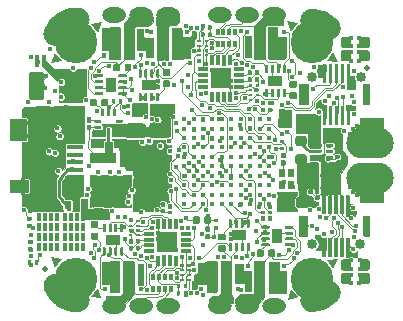
<source format=gbr>
G04 #@! TF.GenerationSoftware,KiCad,Pcbnew,(5.1.4)-1*
G04 #@! TF.CreationDate,2021-04-25T17:32:37+02:00*
G04 #@! TF.ProjectId,ultimateFC,756c7469-6d61-4746-9546-432e6b696361,rev?*
G04 #@! TF.SameCoordinates,Original*
G04 #@! TF.FileFunction,Copper,L8,Bot*
G04 #@! TF.FilePolarity,Positive*
%FSLAX46Y46*%
G04 Gerber Fmt 4.6, Leading zero omitted, Abs format (unit mm)*
G04 Created by KiCad (PCBNEW (5.1.4)-1) date 2021-04-25 17:32:37*
%MOMM*%
%LPD*%
G04 APERTURE LIST*
%ADD10C,2.000000*%
%ADD11C,0.000100*%
%ADD12C,0.250000*%
%ADD13C,0.400000*%
%ADD14C,0.500000*%
%ADD15R,0.300000X0.500000*%
%ADD16C,0.300000*%
%ADD17C,0.800000*%
%ADD18C,0.550000*%
%ADD19C,0.850000*%
%ADD20O,3.000000X2.000000*%
%ADD21O,4.000000X2.600000*%
%ADD22R,2.000000X2.000000*%
%ADD23R,1.900000X1.000000*%
%ADD24R,1.900000X1.800000*%
%ADD25R,1.300000X1.650000*%
%ADD26C,1.425000*%
%ADD27R,1.380000X0.450000*%
%ADD28C,0.100000*%
%ADD29R,2.300000X0.850000*%
%ADD30C,0.875000*%
%ADD31C,1.350000*%
%ADD32C,0.590000*%
%ADD33C,1.250000*%
%ADD34O,2.000000X1.300000*%
%ADD35O,0.400000X0.400000*%
%ADD36C,1.325000*%
%ADD37C,3.600000*%
%ADD38R,0.450000X0.450000*%
%ADD39R,0.900000X2.760000*%
%ADD40R,0.970000X2.760000*%
%ADD41C,0.200000*%
%ADD42R,1.300000X0.900000*%
%ADD43C,0.250000*%
%ADD44R,0.900000X1.300000*%
%ADD45R,0.300000X0.300000*%
%ADD46R,0.300000X0.900000*%
%ADD47R,0.900000X0.300000*%
%ADD48R,1.800000X1.800000*%
%ADD49R,0.400000X0.500000*%
%ADD50R,0.600000X0.750000*%
%ADD51R,0.600000X0.700000*%
%ADD52R,0.400000X1.000000*%
%ADD53C,0.100000*%
G04 APERTURE END LIST*
D10*
X170760137Y-82614882D02*
G75*
G03X172641421Y-83838478I1739395J616288D01*
G01*
X170750000Y-61300000D02*
G75*
G02X172631528Y-60075715I1739639J-615599D01*
G01*
X192500033Y-83844683D02*
G75*
G03X193900000Y-83200000I-1358J1845346D01*
G01*
X192498992Y-60155317D02*
G75*
G02X193900000Y-60800000I-317J-1845346D01*
G01*
D11*
G36*
X168300000Y-70300000D02*
G01*
X166875000Y-70300000D01*
X166875000Y-68500000D01*
X168300000Y-68500000D01*
X168300000Y-70300000D01*
G37*
X168300000Y-70300000D02*
X166875000Y-70300000D01*
X166875000Y-68500000D01*
X168300000Y-68500000D01*
X168300000Y-70300000D01*
G36*
X168475000Y-74675000D02*
G01*
X166875000Y-74675000D01*
X166875000Y-73675000D01*
X168475000Y-73675000D01*
X168475000Y-74675000D01*
G37*
X168475000Y-74675000D02*
X166875000Y-74675000D01*
X166875000Y-73675000D01*
X168475000Y-73675000D01*
X168475000Y-74675000D01*
D12*
G36*
X192509802Y-74460482D02*
G01*
X192519509Y-74461921D01*
X192529028Y-74464306D01*
X192538268Y-74467612D01*
X192547140Y-74471808D01*
X192555557Y-74476853D01*
X192563439Y-74482699D01*
X192570711Y-74489289D01*
X192577301Y-74496561D01*
X192583147Y-74504443D01*
X192588192Y-74512860D01*
X192592388Y-74521732D01*
X192595694Y-74530972D01*
X192598079Y-74540491D01*
X192599518Y-74550198D01*
X192600000Y-74560000D01*
X192600000Y-74760000D01*
X192599518Y-74769802D01*
X192598079Y-74779509D01*
X192595694Y-74789028D01*
X192592388Y-74798268D01*
X192588192Y-74807140D01*
X192583147Y-74815557D01*
X192577301Y-74823439D01*
X192570711Y-74830711D01*
X192563439Y-74837301D01*
X192555557Y-74843147D01*
X192547140Y-74848192D01*
X192538268Y-74852388D01*
X192529028Y-74855694D01*
X192519509Y-74858079D01*
X192509802Y-74859518D01*
X192500000Y-74860000D01*
X192240000Y-74860000D01*
X192230198Y-74859518D01*
X192220491Y-74858079D01*
X192210972Y-74855694D01*
X192201732Y-74852388D01*
X192192860Y-74848192D01*
X192184443Y-74843147D01*
X192176561Y-74837301D01*
X192169289Y-74830711D01*
X192162699Y-74823439D01*
X192156853Y-74815557D01*
X192151808Y-74807140D01*
X192147612Y-74798268D01*
X192144306Y-74789028D01*
X192141921Y-74779509D01*
X192140482Y-74769802D01*
X192140000Y-74760000D01*
X192140000Y-74560000D01*
X192140482Y-74550198D01*
X192141921Y-74540491D01*
X192144306Y-74530972D01*
X192147612Y-74521732D01*
X192151808Y-74512860D01*
X192156853Y-74504443D01*
X192162699Y-74496561D01*
X192169289Y-74489289D01*
X192176561Y-74482699D01*
X192184443Y-74476853D01*
X192192860Y-74471808D01*
X192201732Y-74467612D01*
X192210972Y-74464306D01*
X192220491Y-74461921D01*
X192230198Y-74460482D01*
X192240000Y-74460000D01*
X192500000Y-74460000D01*
X192509802Y-74460482D01*
X192509802Y-74460482D01*
G37*
D13*
X192370000Y-74660000D03*
D12*
G36*
X191869802Y-74460482D02*
G01*
X191879509Y-74461921D01*
X191889028Y-74464306D01*
X191898268Y-74467612D01*
X191907140Y-74471808D01*
X191915557Y-74476853D01*
X191923439Y-74482699D01*
X191930711Y-74489289D01*
X191937301Y-74496561D01*
X191943147Y-74504443D01*
X191948192Y-74512860D01*
X191952388Y-74521732D01*
X191955694Y-74530972D01*
X191958079Y-74540491D01*
X191959518Y-74550198D01*
X191960000Y-74560000D01*
X191960000Y-74760000D01*
X191959518Y-74769802D01*
X191958079Y-74779509D01*
X191955694Y-74789028D01*
X191952388Y-74798268D01*
X191948192Y-74807140D01*
X191943147Y-74815557D01*
X191937301Y-74823439D01*
X191930711Y-74830711D01*
X191923439Y-74837301D01*
X191915557Y-74843147D01*
X191907140Y-74848192D01*
X191898268Y-74852388D01*
X191889028Y-74855694D01*
X191879509Y-74858079D01*
X191869802Y-74859518D01*
X191860000Y-74860000D01*
X191600000Y-74860000D01*
X191590198Y-74859518D01*
X191580491Y-74858079D01*
X191570972Y-74855694D01*
X191561732Y-74852388D01*
X191552860Y-74848192D01*
X191544443Y-74843147D01*
X191536561Y-74837301D01*
X191529289Y-74830711D01*
X191522699Y-74823439D01*
X191516853Y-74815557D01*
X191511808Y-74807140D01*
X191507612Y-74798268D01*
X191504306Y-74789028D01*
X191501921Y-74779509D01*
X191500482Y-74769802D01*
X191500000Y-74760000D01*
X191500000Y-74560000D01*
X191500482Y-74550198D01*
X191501921Y-74540491D01*
X191504306Y-74530972D01*
X191507612Y-74521732D01*
X191511808Y-74512860D01*
X191516853Y-74504443D01*
X191522699Y-74496561D01*
X191529289Y-74489289D01*
X191536561Y-74482699D01*
X191544443Y-74476853D01*
X191552860Y-74471808D01*
X191561732Y-74467612D01*
X191570972Y-74464306D01*
X191580491Y-74461921D01*
X191590198Y-74460482D01*
X191600000Y-74460000D01*
X191860000Y-74460000D01*
X191869802Y-74460482D01*
X191869802Y-74460482D01*
G37*
D13*
X191730000Y-74660000D03*
D14*
X197150000Y-64175000D03*
X169875000Y-81200000D03*
D15*
X173050000Y-77700000D03*
X171550000Y-77700000D03*
X172050000Y-76700000D03*
X172050000Y-77700000D03*
X172550000Y-76700000D03*
X173050000Y-76700000D03*
X171550000Y-76700000D03*
X172550000Y-77700000D03*
X169350000Y-76700000D03*
X170850000Y-76700000D03*
X170350000Y-77700000D03*
X170350000Y-76700000D03*
X169850000Y-77700000D03*
X169350000Y-77700000D03*
X170850000Y-77700000D03*
X169850000Y-76700000D03*
X169350000Y-78400000D03*
X170850000Y-78400000D03*
X170350000Y-79400000D03*
X170350000Y-78400000D03*
X169850000Y-79400000D03*
X169350000Y-79400000D03*
X170850000Y-79400000D03*
X169850000Y-78400000D03*
X173050000Y-79400000D03*
X171550000Y-79400000D03*
X172050000Y-78400000D03*
X172050000Y-79400000D03*
X172550000Y-78400000D03*
X173050000Y-78400000D03*
X171550000Y-78400000D03*
X172550000Y-79400000D03*
D12*
G36*
X193672941Y-63825144D02*
G01*
X193675853Y-63825576D01*
X193678709Y-63826292D01*
X193681481Y-63827284D01*
X193684142Y-63828542D01*
X193686667Y-63830056D01*
X193689032Y-63831810D01*
X193691213Y-63833787D01*
X193693190Y-63835968D01*
X193694944Y-63838333D01*
X193696458Y-63840858D01*
X193697716Y-63843519D01*
X193698708Y-63846291D01*
X193699424Y-63849147D01*
X193699856Y-63852059D01*
X193700000Y-63855000D01*
X193700000Y-65395000D01*
X193699856Y-65397941D01*
X193699424Y-65400853D01*
X193698708Y-65403709D01*
X193697716Y-65406481D01*
X193696458Y-65409142D01*
X193694944Y-65411667D01*
X193693190Y-65414032D01*
X193691213Y-65416213D01*
X193689032Y-65418190D01*
X193686667Y-65419944D01*
X193684142Y-65421458D01*
X193681481Y-65422716D01*
X193678709Y-65423708D01*
X193675853Y-65424424D01*
X193672941Y-65424856D01*
X193670000Y-65425000D01*
X193430000Y-65425000D01*
X193427059Y-65424856D01*
X193424147Y-65424424D01*
X193421291Y-65423708D01*
X193418519Y-65422716D01*
X193415858Y-65421458D01*
X193413333Y-65419944D01*
X193410968Y-65418190D01*
X193408787Y-65416213D01*
X193406810Y-65414032D01*
X193405056Y-65411667D01*
X193403542Y-65409142D01*
X193402284Y-65406481D01*
X193401292Y-65403709D01*
X193400576Y-65400853D01*
X193400144Y-65397941D01*
X193400000Y-65395000D01*
X193400000Y-63855000D01*
X193400144Y-63852059D01*
X193400576Y-63849147D01*
X193401292Y-63846291D01*
X193402284Y-63843519D01*
X193403542Y-63840858D01*
X193405056Y-63838333D01*
X193406810Y-63835968D01*
X193408787Y-63833787D01*
X193410968Y-63831810D01*
X193413333Y-63830056D01*
X193415858Y-63828542D01*
X193418519Y-63827284D01*
X193421291Y-63826292D01*
X193424147Y-63825576D01*
X193427059Y-63825144D01*
X193430000Y-63825000D01*
X193670000Y-63825000D01*
X193672941Y-63825144D01*
X193672941Y-63825144D01*
G37*
D16*
X193550000Y-64625000D03*
D12*
G36*
X194172941Y-63825144D02*
G01*
X194175853Y-63825576D01*
X194178709Y-63826292D01*
X194181481Y-63827284D01*
X194184142Y-63828542D01*
X194186667Y-63830056D01*
X194189032Y-63831810D01*
X194191213Y-63833787D01*
X194193190Y-63835968D01*
X194194944Y-63838333D01*
X194196458Y-63840858D01*
X194197716Y-63843519D01*
X194198708Y-63846291D01*
X194199424Y-63849147D01*
X194199856Y-63852059D01*
X194200000Y-63855000D01*
X194200000Y-65395000D01*
X194199856Y-65397941D01*
X194199424Y-65400853D01*
X194198708Y-65403709D01*
X194197716Y-65406481D01*
X194196458Y-65409142D01*
X194194944Y-65411667D01*
X194193190Y-65414032D01*
X194191213Y-65416213D01*
X194189032Y-65418190D01*
X194186667Y-65419944D01*
X194184142Y-65421458D01*
X194181481Y-65422716D01*
X194178709Y-65423708D01*
X194175853Y-65424424D01*
X194172941Y-65424856D01*
X194170000Y-65425000D01*
X193930000Y-65425000D01*
X193927059Y-65424856D01*
X193924147Y-65424424D01*
X193921291Y-65423708D01*
X193918519Y-65422716D01*
X193915858Y-65421458D01*
X193913333Y-65419944D01*
X193910968Y-65418190D01*
X193908787Y-65416213D01*
X193906810Y-65414032D01*
X193905056Y-65411667D01*
X193903542Y-65409142D01*
X193902284Y-65406481D01*
X193901292Y-65403709D01*
X193900576Y-65400853D01*
X193900144Y-65397941D01*
X193900000Y-65395000D01*
X193900000Y-63855000D01*
X193900144Y-63852059D01*
X193900576Y-63849147D01*
X193901292Y-63846291D01*
X193902284Y-63843519D01*
X193903542Y-63840858D01*
X193905056Y-63838333D01*
X193906810Y-63835968D01*
X193908787Y-63833787D01*
X193910968Y-63831810D01*
X193913333Y-63830056D01*
X193915858Y-63828542D01*
X193918519Y-63827284D01*
X193921291Y-63826292D01*
X193924147Y-63825576D01*
X193927059Y-63825144D01*
X193930000Y-63825000D01*
X194170000Y-63825000D01*
X194172941Y-63825144D01*
X194172941Y-63825144D01*
G37*
D16*
X194050000Y-64625000D03*
D12*
G36*
X194672941Y-63825144D02*
G01*
X194675853Y-63825576D01*
X194678709Y-63826292D01*
X194681481Y-63827284D01*
X194684142Y-63828542D01*
X194686667Y-63830056D01*
X194689032Y-63831810D01*
X194691213Y-63833787D01*
X194693190Y-63835968D01*
X194694944Y-63838333D01*
X194696458Y-63840858D01*
X194697716Y-63843519D01*
X194698708Y-63846291D01*
X194699424Y-63849147D01*
X194699856Y-63852059D01*
X194700000Y-63855000D01*
X194700000Y-65395000D01*
X194699856Y-65397941D01*
X194699424Y-65400853D01*
X194698708Y-65403709D01*
X194697716Y-65406481D01*
X194696458Y-65409142D01*
X194694944Y-65411667D01*
X194693190Y-65414032D01*
X194691213Y-65416213D01*
X194689032Y-65418190D01*
X194686667Y-65419944D01*
X194684142Y-65421458D01*
X194681481Y-65422716D01*
X194678709Y-65423708D01*
X194675853Y-65424424D01*
X194672941Y-65424856D01*
X194670000Y-65425000D01*
X194430000Y-65425000D01*
X194427059Y-65424856D01*
X194424147Y-65424424D01*
X194421291Y-65423708D01*
X194418519Y-65422716D01*
X194415858Y-65421458D01*
X194413333Y-65419944D01*
X194410968Y-65418190D01*
X194408787Y-65416213D01*
X194406810Y-65414032D01*
X194405056Y-65411667D01*
X194403542Y-65409142D01*
X194402284Y-65406481D01*
X194401292Y-65403709D01*
X194400576Y-65400853D01*
X194400144Y-65397941D01*
X194400000Y-65395000D01*
X194400000Y-63855000D01*
X194400144Y-63852059D01*
X194400576Y-63849147D01*
X194401292Y-63846291D01*
X194402284Y-63843519D01*
X194403542Y-63840858D01*
X194405056Y-63838333D01*
X194406810Y-63835968D01*
X194408787Y-63833787D01*
X194410968Y-63831810D01*
X194413333Y-63830056D01*
X194415858Y-63828542D01*
X194418519Y-63827284D01*
X194421291Y-63826292D01*
X194424147Y-63825576D01*
X194427059Y-63825144D01*
X194430000Y-63825000D01*
X194670000Y-63825000D01*
X194672941Y-63825144D01*
X194672941Y-63825144D01*
G37*
D16*
X194550000Y-64625000D03*
D12*
G36*
X195172941Y-63825144D02*
G01*
X195175853Y-63825576D01*
X195178709Y-63826292D01*
X195181481Y-63827284D01*
X195184142Y-63828542D01*
X195186667Y-63830056D01*
X195189032Y-63831810D01*
X195191213Y-63833787D01*
X195193190Y-63835968D01*
X195194944Y-63838333D01*
X195196458Y-63840858D01*
X195197716Y-63843519D01*
X195198708Y-63846291D01*
X195199424Y-63849147D01*
X195199856Y-63852059D01*
X195200000Y-63855000D01*
X195200000Y-65395000D01*
X195199856Y-65397941D01*
X195199424Y-65400853D01*
X195198708Y-65403709D01*
X195197716Y-65406481D01*
X195196458Y-65409142D01*
X195194944Y-65411667D01*
X195193190Y-65414032D01*
X195191213Y-65416213D01*
X195189032Y-65418190D01*
X195186667Y-65419944D01*
X195184142Y-65421458D01*
X195181481Y-65422716D01*
X195178709Y-65423708D01*
X195175853Y-65424424D01*
X195172941Y-65424856D01*
X195170000Y-65425000D01*
X194930000Y-65425000D01*
X194927059Y-65424856D01*
X194924147Y-65424424D01*
X194921291Y-65423708D01*
X194918519Y-65422716D01*
X194915858Y-65421458D01*
X194913333Y-65419944D01*
X194910968Y-65418190D01*
X194908787Y-65416213D01*
X194906810Y-65414032D01*
X194905056Y-65411667D01*
X194903542Y-65409142D01*
X194902284Y-65406481D01*
X194901292Y-65403709D01*
X194900576Y-65400853D01*
X194900144Y-65397941D01*
X194900000Y-65395000D01*
X194900000Y-63855000D01*
X194900144Y-63852059D01*
X194900576Y-63849147D01*
X194901292Y-63846291D01*
X194902284Y-63843519D01*
X194903542Y-63840858D01*
X194905056Y-63838333D01*
X194906810Y-63835968D01*
X194908787Y-63833787D01*
X194910968Y-63831810D01*
X194913333Y-63830056D01*
X194915858Y-63828542D01*
X194918519Y-63827284D01*
X194921291Y-63826292D01*
X194924147Y-63825576D01*
X194927059Y-63825144D01*
X194930000Y-63825000D01*
X195170000Y-63825000D01*
X195172941Y-63825144D01*
X195172941Y-63825144D01*
G37*
D16*
X195050000Y-64625000D03*
D12*
G36*
X195672941Y-63825144D02*
G01*
X195675853Y-63825576D01*
X195678709Y-63826292D01*
X195681481Y-63827284D01*
X195684142Y-63828542D01*
X195686667Y-63830056D01*
X195689032Y-63831810D01*
X195691213Y-63833787D01*
X195693190Y-63835968D01*
X195694944Y-63838333D01*
X195696458Y-63840858D01*
X195697716Y-63843519D01*
X195698708Y-63846291D01*
X195699424Y-63849147D01*
X195699856Y-63852059D01*
X195700000Y-63855000D01*
X195700000Y-65395000D01*
X195699856Y-65397941D01*
X195699424Y-65400853D01*
X195698708Y-65403709D01*
X195697716Y-65406481D01*
X195696458Y-65409142D01*
X195694944Y-65411667D01*
X195693190Y-65414032D01*
X195691213Y-65416213D01*
X195689032Y-65418190D01*
X195686667Y-65419944D01*
X195684142Y-65421458D01*
X195681481Y-65422716D01*
X195678709Y-65423708D01*
X195675853Y-65424424D01*
X195672941Y-65424856D01*
X195670000Y-65425000D01*
X195430000Y-65425000D01*
X195427059Y-65424856D01*
X195424147Y-65424424D01*
X195421291Y-65423708D01*
X195418519Y-65422716D01*
X195415858Y-65421458D01*
X195413333Y-65419944D01*
X195410968Y-65418190D01*
X195408787Y-65416213D01*
X195406810Y-65414032D01*
X195405056Y-65411667D01*
X195403542Y-65409142D01*
X195402284Y-65406481D01*
X195401292Y-65403709D01*
X195400576Y-65400853D01*
X195400144Y-65397941D01*
X195400000Y-65395000D01*
X195400000Y-63855000D01*
X195400144Y-63852059D01*
X195400576Y-63849147D01*
X195401292Y-63846291D01*
X195402284Y-63843519D01*
X195403542Y-63840858D01*
X195405056Y-63838333D01*
X195406810Y-63835968D01*
X195408787Y-63833787D01*
X195410968Y-63831810D01*
X195413333Y-63830056D01*
X195415858Y-63828542D01*
X195418519Y-63827284D01*
X195421291Y-63826292D01*
X195424147Y-63825576D01*
X195427059Y-63825144D01*
X195430000Y-63825000D01*
X195670000Y-63825000D01*
X195672941Y-63825144D01*
X195672941Y-63825144D01*
G37*
D16*
X195550000Y-64625000D03*
D12*
G36*
X195672941Y-67425144D02*
G01*
X195675853Y-67425576D01*
X195678709Y-67426292D01*
X195681481Y-67427284D01*
X195684142Y-67428542D01*
X195686667Y-67430056D01*
X195689032Y-67431810D01*
X195691213Y-67433787D01*
X195693190Y-67435968D01*
X195694944Y-67438333D01*
X195696458Y-67440858D01*
X195697716Y-67443519D01*
X195698708Y-67446291D01*
X195699424Y-67449147D01*
X195699856Y-67452059D01*
X195700000Y-67455000D01*
X195700000Y-68995000D01*
X195699856Y-68997941D01*
X195699424Y-69000853D01*
X195698708Y-69003709D01*
X195697716Y-69006481D01*
X195696458Y-69009142D01*
X195694944Y-69011667D01*
X195693190Y-69014032D01*
X195691213Y-69016213D01*
X195689032Y-69018190D01*
X195686667Y-69019944D01*
X195684142Y-69021458D01*
X195681481Y-69022716D01*
X195678709Y-69023708D01*
X195675853Y-69024424D01*
X195672941Y-69024856D01*
X195670000Y-69025000D01*
X195430000Y-69025000D01*
X195427059Y-69024856D01*
X195424147Y-69024424D01*
X195421291Y-69023708D01*
X195418519Y-69022716D01*
X195415858Y-69021458D01*
X195413333Y-69019944D01*
X195410968Y-69018190D01*
X195408787Y-69016213D01*
X195406810Y-69014032D01*
X195405056Y-69011667D01*
X195403542Y-69009142D01*
X195402284Y-69006481D01*
X195401292Y-69003709D01*
X195400576Y-69000853D01*
X195400144Y-68997941D01*
X195400000Y-68995000D01*
X195400000Y-67455000D01*
X195400144Y-67452059D01*
X195400576Y-67449147D01*
X195401292Y-67446291D01*
X195402284Y-67443519D01*
X195403542Y-67440858D01*
X195405056Y-67438333D01*
X195406810Y-67435968D01*
X195408787Y-67433787D01*
X195410968Y-67431810D01*
X195413333Y-67430056D01*
X195415858Y-67428542D01*
X195418519Y-67427284D01*
X195421291Y-67426292D01*
X195424147Y-67425576D01*
X195427059Y-67425144D01*
X195430000Y-67425000D01*
X195670000Y-67425000D01*
X195672941Y-67425144D01*
X195672941Y-67425144D01*
G37*
D16*
X195550000Y-68225000D03*
D12*
G36*
X195172941Y-67425144D02*
G01*
X195175853Y-67425576D01*
X195178709Y-67426292D01*
X195181481Y-67427284D01*
X195184142Y-67428542D01*
X195186667Y-67430056D01*
X195189032Y-67431810D01*
X195191213Y-67433787D01*
X195193190Y-67435968D01*
X195194944Y-67438333D01*
X195196458Y-67440858D01*
X195197716Y-67443519D01*
X195198708Y-67446291D01*
X195199424Y-67449147D01*
X195199856Y-67452059D01*
X195200000Y-67455000D01*
X195200000Y-68995000D01*
X195199856Y-68997941D01*
X195199424Y-69000853D01*
X195198708Y-69003709D01*
X195197716Y-69006481D01*
X195196458Y-69009142D01*
X195194944Y-69011667D01*
X195193190Y-69014032D01*
X195191213Y-69016213D01*
X195189032Y-69018190D01*
X195186667Y-69019944D01*
X195184142Y-69021458D01*
X195181481Y-69022716D01*
X195178709Y-69023708D01*
X195175853Y-69024424D01*
X195172941Y-69024856D01*
X195170000Y-69025000D01*
X194930000Y-69025000D01*
X194927059Y-69024856D01*
X194924147Y-69024424D01*
X194921291Y-69023708D01*
X194918519Y-69022716D01*
X194915858Y-69021458D01*
X194913333Y-69019944D01*
X194910968Y-69018190D01*
X194908787Y-69016213D01*
X194906810Y-69014032D01*
X194905056Y-69011667D01*
X194903542Y-69009142D01*
X194902284Y-69006481D01*
X194901292Y-69003709D01*
X194900576Y-69000853D01*
X194900144Y-68997941D01*
X194900000Y-68995000D01*
X194900000Y-67455000D01*
X194900144Y-67452059D01*
X194900576Y-67449147D01*
X194901292Y-67446291D01*
X194902284Y-67443519D01*
X194903542Y-67440858D01*
X194905056Y-67438333D01*
X194906810Y-67435968D01*
X194908787Y-67433787D01*
X194910968Y-67431810D01*
X194913333Y-67430056D01*
X194915858Y-67428542D01*
X194918519Y-67427284D01*
X194921291Y-67426292D01*
X194924147Y-67425576D01*
X194927059Y-67425144D01*
X194930000Y-67425000D01*
X195170000Y-67425000D01*
X195172941Y-67425144D01*
X195172941Y-67425144D01*
G37*
D16*
X195050000Y-68225000D03*
D12*
G36*
X194672941Y-67425144D02*
G01*
X194675853Y-67425576D01*
X194678709Y-67426292D01*
X194681481Y-67427284D01*
X194684142Y-67428542D01*
X194686667Y-67430056D01*
X194689032Y-67431810D01*
X194691213Y-67433787D01*
X194693190Y-67435968D01*
X194694944Y-67438333D01*
X194696458Y-67440858D01*
X194697716Y-67443519D01*
X194698708Y-67446291D01*
X194699424Y-67449147D01*
X194699856Y-67452059D01*
X194700000Y-67455000D01*
X194700000Y-68995000D01*
X194699856Y-68997941D01*
X194699424Y-69000853D01*
X194698708Y-69003709D01*
X194697716Y-69006481D01*
X194696458Y-69009142D01*
X194694944Y-69011667D01*
X194693190Y-69014032D01*
X194691213Y-69016213D01*
X194689032Y-69018190D01*
X194686667Y-69019944D01*
X194684142Y-69021458D01*
X194681481Y-69022716D01*
X194678709Y-69023708D01*
X194675853Y-69024424D01*
X194672941Y-69024856D01*
X194670000Y-69025000D01*
X194430000Y-69025000D01*
X194427059Y-69024856D01*
X194424147Y-69024424D01*
X194421291Y-69023708D01*
X194418519Y-69022716D01*
X194415858Y-69021458D01*
X194413333Y-69019944D01*
X194410968Y-69018190D01*
X194408787Y-69016213D01*
X194406810Y-69014032D01*
X194405056Y-69011667D01*
X194403542Y-69009142D01*
X194402284Y-69006481D01*
X194401292Y-69003709D01*
X194400576Y-69000853D01*
X194400144Y-68997941D01*
X194400000Y-68995000D01*
X194400000Y-67455000D01*
X194400144Y-67452059D01*
X194400576Y-67449147D01*
X194401292Y-67446291D01*
X194402284Y-67443519D01*
X194403542Y-67440858D01*
X194405056Y-67438333D01*
X194406810Y-67435968D01*
X194408787Y-67433787D01*
X194410968Y-67431810D01*
X194413333Y-67430056D01*
X194415858Y-67428542D01*
X194418519Y-67427284D01*
X194421291Y-67426292D01*
X194424147Y-67425576D01*
X194427059Y-67425144D01*
X194430000Y-67425000D01*
X194670000Y-67425000D01*
X194672941Y-67425144D01*
X194672941Y-67425144D01*
G37*
D16*
X194550000Y-68225000D03*
D12*
G36*
X194172941Y-67425144D02*
G01*
X194175853Y-67425576D01*
X194178709Y-67426292D01*
X194181481Y-67427284D01*
X194184142Y-67428542D01*
X194186667Y-67430056D01*
X194189032Y-67431810D01*
X194191213Y-67433787D01*
X194193190Y-67435968D01*
X194194944Y-67438333D01*
X194196458Y-67440858D01*
X194197716Y-67443519D01*
X194198708Y-67446291D01*
X194199424Y-67449147D01*
X194199856Y-67452059D01*
X194200000Y-67455000D01*
X194200000Y-68995000D01*
X194199856Y-68997941D01*
X194199424Y-69000853D01*
X194198708Y-69003709D01*
X194197716Y-69006481D01*
X194196458Y-69009142D01*
X194194944Y-69011667D01*
X194193190Y-69014032D01*
X194191213Y-69016213D01*
X194189032Y-69018190D01*
X194186667Y-69019944D01*
X194184142Y-69021458D01*
X194181481Y-69022716D01*
X194178709Y-69023708D01*
X194175853Y-69024424D01*
X194172941Y-69024856D01*
X194170000Y-69025000D01*
X193930000Y-69025000D01*
X193927059Y-69024856D01*
X193924147Y-69024424D01*
X193921291Y-69023708D01*
X193918519Y-69022716D01*
X193915858Y-69021458D01*
X193913333Y-69019944D01*
X193910968Y-69018190D01*
X193908787Y-69016213D01*
X193906810Y-69014032D01*
X193905056Y-69011667D01*
X193903542Y-69009142D01*
X193902284Y-69006481D01*
X193901292Y-69003709D01*
X193900576Y-69000853D01*
X193900144Y-68997941D01*
X193900000Y-68995000D01*
X193900000Y-67455000D01*
X193900144Y-67452059D01*
X193900576Y-67449147D01*
X193901292Y-67446291D01*
X193902284Y-67443519D01*
X193903542Y-67440858D01*
X193905056Y-67438333D01*
X193906810Y-67435968D01*
X193908787Y-67433787D01*
X193910968Y-67431810D01*
X193913333Y-67430056D01*
X193915858Y-67428542D01*
X193918519Y-67427284D01*
X193921291Y-67426292D01*
X193924147Y-67425576D01*
X193927059Y-67425144D01*
X193930000Y-67425000D01*
X194170000Y-67425000D01*
X194172941Y-67425144D01*
X194172941Y-67425144D01*
G37*
D16*
X194050000Y-68225000D03*
D12*
G36*
X193672941Y-67425144D02*
G01*
X193675853Y-67425576D01*
X193678709Y-67426292D01*
X193681481Y-67427284D01*
X193684142Y-67428542D01*
X193686667Y-67430056D01*
X193689032Y-67431810D01*
X193691213Y-67433787D01*
X193693190Y-67435968D01*
X193694944Y-67438333D01*
X193696458Y-67440858D01*
X193697716Y-67443519D01*
X193698708Y-67446291D01*
X193699424Y-67449147D01*
X193699856Y-67452059D01*
X193700000Y-67455000D01*
X193700000Y-68995000D01*
X193699856Y-68997941D01*
X193699424Y-69000853D01*
X193698708Y-69003709D01*
X193697716Y-69006481D01*
X193696458Y-69009142D01*
X193694944Y-69011667D01*
X193693190Y-69014032D01*
X193691213Y-69016213D01*
X193689032Y-69018190D01*
X193686667Y-69019944D01*
X193684142Y-69021458D01*
X193681481Y-69022716D01*
X193678709Y-69023708D01*
X193675853Y-69024424D01*
X193672941Y-69024856D01*
X193670000Y-69025000D01*
X193430000Y-69025000D01*
X193427059Y-69024856D01*
X193424147Y-69024424D01*
X193421291Y-69023708D01*
X193418519Y-69022716D01*
X193415858Y-69021458D01*
X193413333Y-69019944D01*
X193410968Y-69018190D01*
X193408787Y-69016213D01*
X193406810Y-69014032D01*
X193405056Y-69011667D01*
X193403542Y-69009142D01*
X193402284Y-69006481D01*
X193401292Y-69003709D01*
X193400576Y-69000853D01*
X193400144Y-68997941D01*
X193400000Y-68995000D01*
X193400000Y-67455000D01*
X193400144Y-67452059D01*
X193400576Y-67449147D01*
X193401292Y-67446291D01*
X193402284Y-67443519D01*
X193403542Y-67440858D01*
X193405056Y-67438333D01*
X193406810Y-67435968D01*
X193408787Y-67433787D01*
X193410968Y-67431810D01*
X193413333Y-67430056D01*
X193415858Y-67428542D01*
X193418519Y-67427284D01*
X193421291Y-67426292D01*
X193424147Y-67425576D01*
X193427059Y-67425144D01*
X193430000Y-67425000D01*
X193670000Y-67425000D01*
X193672941Y-67425144D01*
X193672941Y-67425144D01*
G37*
D16*
X193550000Y-68225000D03*
D12*
G36*
X192127841Y-65525385D02*
G01*
X192135607Y-65526537D01*
X192143223Y-65528445D01*
X192150615Y-65531090D01*
X192157712Y-65534446D01*
X192164446Y-65538482D01*
X192170751Y-65543159D01*
X192176569Y-65548431D01*
X192181841Y-65554249D01*
X192186518Y-65560554D01*
X192190554Y-65567288D01*
X192193910Y-65574385D01*
X192196555Y-65581777D01*
X192198463Y-65589393D01*
X192199615Y-65597159D01*
X192200000Y-65605000D01*
X192200000Y-67245000D01*
X192199615Y-67252841D01*
X192198463Y-67260607D01*
X192196555Y-67268223D01*
X192193910Y-67275615D01*
X192190554Y-67282712D01*
X192186518Y-67289446D01*
X192181841Y-67295751D01*
X192176569Y-67301569D01*
X192170751Y-67306841D01*
X192164446Y-67311518D01*
X192157712Y-67315554D01*
X192150615Y-67318910D01*
X192143223Y-67321555D01*
X192135607Y-67323463D01*
X192127841Y-67324615D01*
X192120000Y-67325000D01*
X191480000Y-67325000D01*
X191472159Y-67324615D01*
X191464393Y-67323463D01*
X191456777Y-67321555D01*
X191449385Y-67318910D01*
X191442288Y-67315554D01*
X191435554Y-67311518D01*
X191429249Y-67306841D01*
X191423431Y-67301569D01*
X191418159Y-67295751D01*
X191413482Y-67289446D01*
X191409446Y-67282712D01*
X191406090Y-67275615D01*
X191403445Y-67268223D01*
X191401537Y-67260607D01*
X191400385Y-67252841D01*
X191400000Y-67245000D01*
X191400000Y-65605000D01*
X191400385Y-65597159D01*
X191401537Y-65589393D01*
X191403445Y-65581777D01*
X191406090Y-65574385D01*
X191409446Y-65567288D01*
X191413482Y-65560554D01*
X191418159Y-65554249D01*
X191423431Y-65548431D01*
X191429249Y-65543159D01*
X191435554Y-65538482D01*
X191442288Y-65534446D01*
X191449385Y-65531090D01*
X191456777Y-65528445D01*
X191464393Y-65526537D01*
X191472159Y-65525385D01*
X191480000Y-65525000D01*
X192120000Y-65525000D01*
X192127841Y-65525385D01*
X192127841Y-65525385D01*
G37*
D17*
X191800000Y-66425000D03*
D12*
G36*
X197325391Y-65525265D02*
G01*
X197330730Y-65526057D01*
X197335966Y-65527368D01*
X197341048Y-65529187D01*
X197345927Y-65531494D01*
X197350556Y-65534269D01*
X197354892Y-65537484D01*
X197358891Y-65541109D01*
X197362516Y-65545108D01*
X197365731Y-65549444D01*
X197368506Y-65554073D01*
X197370813Y-65558952D01*
X197372632Y-65564034D01*
X197373943Y-65569270D01*
X197374735Y-65574609D01*
X197375000Y-65580000D01*
X197375000Y-67270000D01*
X197374735Y-67275391D01*
X197373943Y-67280730D01*
X197372632Y-67285966D01*
X197370813Y-67291048D01*
X197368506Y-67295927D01*
X197365731Y-67300556D01*
X197362516Y-67304892D01*
X197358891Y-67308891D01*
X197354892Y-67312516D01*
X197350556Y-67315731D01*
X197345927Y-67318506D01*
X197341048Y-67320813D01*
X197335966Y-67322632D01*
X197330730Y-67323943D01*
X197325391Y-67324735D01*
X197320000Y-67325000D01*
X196880000Y-67325000D01*
X196874609Y-67324735D01*
X196869270Y-67323943D01*
X196864034Y-67322632D01*
X196858952Y-67320813D01*
X196854073Y-67318506D01*
X196849444Y-67315731D01*
X196845108Y-67312516D01*
X196841109Y-67308891D01*
X196837484Y-67304892D01*
X196834269Y-67300556D01*
X196831494Y-67295927D01*
X196829187Y-67291048D01*
X196827368Y-67285966D01*
X196826057Y-67280730D01*
X196825265Y-67275391D01*
X196825000Y-67270000D01*
X196825000Y-65580000D01*
X196825265Y-65574609D01*
X196826057Y-65569270D01*
X196827368Y-65564034D01*
X196829187Y-65558952D01*
X196831494Y-65554073D01*
X196834269Y-65549444D01*
X196837484Y-65545108D01*
X196841109Y-65541109D01*
X196845108Y-65537484D01*
X196849444Y-65534269D01*
X196854073Y-65531494D01*
X196858952Y-65529187D01*
X196864034Y-65527368D01*
X196869270Y-65526057D01*
X196874609Y-65525265D01*
X196880000Y-65525000D01*
X197320000Y-65525000D01*
X197325391Y-65525265D01*
X197325391Y-65525265D01*
G37*
D18*
X197100000Y-66425000D03*
D19*
X192500000Y-64925000D03*
X196600000Y-64925000D03*
X192460000Y-79070000D03*
X196560000Y-79070000D03*
D12*
G36*
X192087841Y-76670385D02*
G01*
X192095607Y-76671537D01*
X192103223Y-76673445D01*
X192110615Y-76676090D01*
X192117712Y-76679446D01*
X192124446Y-76683482D01*
X192130751Y-76688159D01*
X192136569Y-76693431D01*
X192141841Y-76699249D01*
X192146518Y-76705554D01*
X192150554Y-76712288D01*
X192153910Y-76719385D01*
X192156555Y-76726777D01*
X192158463Y-76734393D01*
X192159615Y-76742159D01*
X192160000Y-76750000D01*
X192160000Y-78390000D01*
X192159615Y-78397841D01*
X192158463Y-78405607D01*
X192156555Y-78413223D01*
X192153910Y-78420615D01*
X192150554Y-78427712D01*
X192146518Y-78434446D01*
X192141841Y-78440751D01*
X192136569Y-78446569D01*
X192130751Y-78451841D01*
X192124446Y-78456518D01*
X192117712Y-78460554D01*
X192110615Y-78463910D01*
X192103223Y-78466555D01*
X192095607Y-78468463D01*
X192087841Y-78469615D01*
X192080000Y-78470000D01*
X191440000Y-78470000D01*
X191432159Y-78469615D01*
X191424393Y-78468463D01*
X191416777Y-78466555D01*
X191409385Y-78463910D01*
X191402288Y-78460554D01*
X191395554Y-78456518D01*
X191389249Y-78451841D01*
X191383431Y-78446569D01*
X191378159Y-78440751D01*
X191373482Y-78434446D01*
X191369446Y-78427712D01*
X191366090Y-78420615D01*
X191363445Y-78413223D01*
X191361537Y-78405607D01*
X191360385Y-78397841D01*
X191360000Y-78390000D01*
X191360000Y-76750000D01*
X191360385Y-76742159D01*
X191361537Y-76734393D01*
X191363445Y-76726777D01*
X191366090Y-76719385D01*
X191369446Y-76712288D01*
X191373482Y-76705554D01*
X191378159Y-76699249D01*
X191383431Y-76693431D01*
X191389249Y-76688159D01*
X191395554Y-76683482D01*
X191402288Y-76679446D01*
X191409385Y-76676090D01*
X191416777Y-76673445D01*
X191424393Y-76671537D01*
X191432159Y-76670385D01*
X191440000Y-76670000D01*
X192080000Y-76670000D01*
X192087841Y-76670385D01*
X192087841Y-76670385D01*
G37*
D17*
X191760000Y-77570000D03*
D12*
G36*
X197335391Y-76670265D02*
G01*
X197340730Y-76671057D01*
X197345966Y-76672368D01*
X197351048Y-76674187D01*
X197355927Y-76676494D01*
X197360556Y-76679269D01*
X197364892Y-76682484D01*
X197368891Y-76686109D01*
X197372516Y-76690108D01*
X197375731Y-76694444D01*
X197378506Y-76699073D01*
X197380813Y-76703952D01*
X197382632Y-76709034D01*
X197383943Y-76714270D01*
X197384735Y-76719609D01*
X197385000Y-76725000D01*
X197385000Y-78415000D01*
X197384735Y-78420391D01*
X197383943Y-78425730D01*
X197382632Y-78430966D01*
X197380813Y-78436048D01*
X197378506Y-78440927D01*
X197375731Y-78445556D01*
X197372516Y-78449892D01*
X197368891Y-78453891D01*
X197364892Y-78457516D01*
X197360556Y-78460731D01*
X197355927Y-78463506D01*
X197351048Y-78465813D01*
X197345966Y-78467632D01*
X197340730Y-78468943D01*
X197335391Y-78469735D01*
X197330000Y-78470000D01*
X196890000Y-78470000D01*
X196884609Y-78469735D01*
X196879270Y-78468943D01*
X196874034Y-78467632D01*
X196868952Y-78465813D01*
X196864073Y-78463506D01*
X196859444Y-78460731D01*
X196855108Y-78457516D01*
X196851109Y-78453891D01*
X196847484Y-78449892D01*
X196844269Y-78445556D01*
X196841494Y-78440927D01*
X196839187Y-78436048D01*
X196837368Y-78430966D01*
X196836057Y-78425730D01*
X196835265Y-78420391D01*
X196835000Y-78415000D01*
X196835000Y-76725000D01*
X196835265Y-76719609D01*
X196836057Y-76714270D01*
X196837368Y-76709034D01*
X196839187Y-76703952D01*
X196841494Y-76699073D01*
X196844269Y-76694444D01*
X196847484Y-76690108D01*
X196851109Y-76686109D01*
X196855108Y-76682484D01*
X196859444Y-76679269D01*
X196864073Y-76676494D01*
X196868952Y-76674187D01*
X196874034Y-76672368D01*
X196879270Y-76671057D01*
X196884609Y-76670265D01*
X196890000Y-76670000D01*
X197330000Y-76670000D01*
X197335391Y-76670265D01*
X197335391Y-76670265D01*
G37*
D18*
X197110000Y-77570000D03*
D12*
G36*
X195632941Y-74970144D02*
G01*
X195635853Y-74970576D01*
X195638709Y-74971292D01*
X195641481Y-74972284D01*
X195644142Y-74973542D01*
X195646667Y-74975056D01*
X195649032Y-74976810D01*
X195651213Y-74978787D01*
X195653190Y-74980968D01*
X195654944Y-74983333D01*
X195656458Y-74985858D01*
X195657716Y-74988519D01*
X195658708Y-74991291D01*
X195659424Y-74994147D01*
X195659856Y-74997059D01*
X195660000Y-75000000D01*
X195660000Y-76540000D01*
X195659856Y-76542941D01*
X195659424Y-76545853D01*
X195658708Y-76548709D01*
X195657716Y-76551481D01*
X195656458Y-76554142D01*
X195654944Y-76556667D01*
X195653190Y-76559032D01*
X195651213Y-76561213D01*
X195649032Y-76563190D01*
X195646667Y-76564944D01*
X195644142Y-76566458D01*
X195641481Y-76567716D01*
X195638709Y-76568708D01*
X195635853Y-76569424D01*
X195632941Y-76569856D01*
X195630000Y-76570000D01*
X195390000Y-76570000D01*
X195387059Y-76569856D01*
X195384147Y-76569424D01*
X195381291Y-76568708D01*
X195378519Y-76567716D01*
X195375858Y-76566458D01*
X195373333Y-76564944D01*
X195370968Y-76563190D01*
X195368787Y-76561213D01*
X195366810Y-76559032D01*
X195365056Y-76556667D01*
X195363542Y-76554142D01*
X195362284Y-76551481D01*
X195361292Y-76548709D01*
X195360576Y-76545853D01*
X195360144Y-76542941D01*
X195360000Y-76540000D01*
X195360000Y-75000000D01*
X195360144Y-74997059D01*
X195360576Y-74994147D01*
X195361292Y-74991291D01*
X195362284Y-74988519D01*
X195363542Y-74985858D01*
X195365056Y-74983333D01*
X195366810Y-74980968D01*
X195368787Y-74978787D01*
X195370968Y-74976810D01*
X195373333Y-74975056D01*
X195375858Y-74973542D01*
X195378519Y-74972284D01*
X195381291Y-74971292D01*
X195384147Y-74970576D01*
X195387059Y-74970144D01*
X195390000Y-74970000D01*
X195630000Y-74970000D01*
X195632941Y-74970144D01*
X195632941Y-74970144D01*
G37*
D16*
X195510000Y-75770000D03*
D12*
G36*
X195132941Y-74970144D02*
G01*
X195135853Y-74970576D01*
X195138709Y-74971292D01*
X195141481Y-74972284D01*
X195144142Y-74973542D01*
X195146667Y-74975056D01*
X195149032Y-74976810D01*
X195151213Y-74978787D01*
X195153190Y-74980968D01*
X195154944Y-74983333D01*
X195156458Y-74985858D01*
X195157716Y-74988519D01*
X195158708Y-74991291D01*
X195159424Y-74994147D01*
X195159856Y-74997059D01*
X195160000Y-75000000D01*
X195160000Y-76540000D01*
X195159856Y-76542941D01*
X195159424Y-76545853D01*
X195158708Y-76548709D01*
X195157716Y-76551481D01*
X195156458Y-76554142D01*
X195154944Y-76556667D01*
X195153190Y-76559032D01*
X195151213Y-76561213D01*
X195149032Y-76563190D01*
X195146667Y-76564944D01*
X195144142Y-76566458D01*
X195141481Y-76567716D01*
X195138709Y-76568708D01*
X195135853Y-76569424D01*
X195132941Y-76569856D01*
X195130000Y-76570000D01*
X194890000Y-76570000D01*
X194887059Y-76569856D01*
X194884147Y-76569424D01*
X194881291Y-76568708D01*
X194878519Y-76567716D01*
X194875858Y-76566458D01*
X194873333Y-76564944D01*
X194870968Y-76563190D01*
X194868787Y-76561213D01*
X194866810Y-76559032D01*
X194865056Y-76556667D01*
X194863542Y-76554142D01*
X194862284Y-76551481D01*
X194861292Y-76548709D01*
X194860576Y-76545853D01*
X194860144Y-76542941D01*
X194860000Y-76540000D01*
X194860000Y-75000000D01*
X194860144Y-74997059D01*
X194860576Y-74994147D01*
X194861292Y-74991291D01*
X194862284Y-74988519D01*
X194863542Y-74985858D01*
X194865056Y-74983333D01*
X194866810Y-74980968D01*
X194868787Y-74978787D01*
X194870968Y-74976810D01*
X194873333Y-74975056D01*
X194875858Y-74973542D01*
X194878519Y-74972284D01*
X194881291Y-74971292D01*
X194884147Y-74970576D01*
X194887059Y-74970144D01*
X194890000Y-74970000D01*
X195130000Y-74970000D01*
X195132941Y-74970144D01*
X195132941Y-74970144D01*
G37*
D16*
X195010000Y-75770000D03*
D12*
G36*
X194632941Y-74970144D02*
G01*
X194635853Y-74970576D01*
X194638709Y-74971292D01*
X194641481Y-74972284D01*
X194644142Y-74973542D01*
X194646667Y-74975056D01*
X194649032Y-74976810D01*
X194651213Y-74978787D01*
X194653190Y-74980968D01*
X194654944Y-74983333D01*
X194656458Y-74985858D01*
X194657716Y-74988519D01*
X194658708Y-74991291D01*
X194659424Y-74994147D01*
X194659856Y-74997059D01*
X194660000Y-75000000D01*
X194660000Y-76540000D01*
X194659856Y-76542941D01*
X194659424Y-76545853D01*
X194658708Y-76548709D01*
X194657716Y-76551481D01*
X194656458Y-76554142D01*
X194654944Y-76556667D01*
X194653190Y-76559032D01*
X194651213Y-76561213D01*
X194649032Y-76563190D01*
X194646667Y-76564944D01*
X194644142Y-76566458D01*
X194641481Y-76567716D01*
X194638709Y-76568708D01*
X194635853Y-76569424D01*
X194632941Y-76569856D01*
X194630000Y-76570000D01*
X194390000Y-76570000D01*
X194387059Y-76569856D01*
X194384147Y-76569424D01*
X194381291Y-76568708D01*
X194378519Y-76567716D01*
X194375858Y-76566458D01*
X194373333Y-76564944D01*
X194370968Y-76563190D01*
X194368787Y-76561213D01*
X194366810Y-76559032D01*
X194365056Y-76556667D01*
X194363542Y-76554142D01*
X194362284Y-76551481D01*
X194361292Y-76548709D01*
X194360576Y-76545853D01*
X194360144Y-76542941D01*
X194360000Y-76540000D01*
X194360000Y-75000000D01*
X194360144Y-74997059D01*
X194360576Y-74994147D01*
X194361292Y-74991291D01*
X194362284Y-74988519D01*
X194363542Y-74985858D01*
X194365056Y-74983333D01*
X194366810Y-74980968D01*
X194368787Y-74978787D01*
X194370968Y-74976810D01*
X194373333Y-74975056D01*
X194375858Y-74973542D01*
X194378519Y-74972284D01*
X194381291Y-74971292D01*
X194384147Y-74970576D01*
X194387059Y-74970144D01*
X194390000Y-74970000D01*
X194630000Y-74970000D01*
X194632941Y-74970144D01*
X194632941Y-74970144D01*
G37*
D16*
X194510000Y-75770000D03*
D12*
G36*
X194132941Y-74970144D02*
G01*
X194135853Y-74970576D01*
X194138709Y-74971292D01*
X194141481Y-74972284D01*
X194144142Y-74973542D01*
X194146667Y-74975056D01*
X194149032Y-74976810D01*
X194151213Y-74978787D01*
X194153190Y-74980968D01*
X194154944Y-74983333D01*
X194156458Y-74985858D01*
X194157716Y-74988519D01*
X194158708Y-74991291D01*
X194159424Y-74994147D01*
X194159856Y-74997059D01*
X194160000Y-75000000D01*
X194160000Y-76540000D01*
X194159856Y-76542941D01*
X194159424Y-76545853D01*
X194158708Y-76548709D01*
X194157716Y-76551481D01*
X194156458Y-76554142D01*
X194154944Y-76556667D01*
X194153190Y-76559032D01*
X194151213Y-76561213D01*
X194149032Y-76563190D01*
X194146667Y-76564944D01*
X194144142Y-76566458D01*
X194141481Y-76567716D01*
X194138709Y-76568708D01*
X194135853Y-76569424D01*
X194132941Y-76569856D01*
X194130000Y-76570000D01*
X193890000Y-76570000D01*
X193887059Y-76569856D01*
X193884147Y-76569424D01*
X193881291Y-76568708D01*
X193878519Y-76567716D01*
X193875858Y-76566458D01*
X193873333Y-76564944D01*
X193870968Y-76563190D01*
X193868787Y-76561213D01*
X193866810Y-76559032D01*
X193865056Y-76556667D01*
X193863542Y-76554142D01*
X193862284Y-76551481D01*
X193861292Y-76548709D01*
X193860576Y-76545853D01*
X193860144Y-76542941D01*
X193860000Y-76540000D01*
X193860000Y-75000000D01*
X193860144Y-74997059D01*
X193860576Y-74994147D01*
X193861292Y-74991291D01*
X193862284Y-74988519D01*
X193863542Y-74985858D01*
X193865056Y-74983333D01*
X193866810Y-74980968D01*
X193868787Y-74978787D01*
X193870968Y-74976810D01*
X193873333Y-74975056D01*
X193875858Y-74973542D01*
X193878519Y-74972284D01*
X193881291Y-74971292D01*
X193884147Y-74970576D01*
X193887059Y-74970144D01*
X193890000Y-74970000D01*
X194130000Y-74970000D01*
X194132941Y-74970144D01*
X194132941Y-74970144D01*
G37*
D16*
X194010000Y-75770000D03*
D12*
G36*
X193632941Y-74970144D02*
G01*
X193635853Y-74970576D01*
X193638709Y-74971292D01*
X193641481Y-74972284D01*
X193644142Y-74973542D01*
X193646667Y-74975056D01*
X193649032Y-74976810D01*
X193651213Y-74978787D01*
X193653190Y-74980968D01*
X193654944Y-74983333D01*
X193656458Y-74985858D01*
X193657716Y-74988519D01*
X193658708Y-74991291D01*
X193659424Y-74994147D01*
X193659856Y-74997059D01*
X193660000Y-75000000D01*
X193660000Y-76540000D01*
X193659856Y-76542941D01*
X193659424Y-76545853D01*
X193658708Y-76548709D01*
X193657716Y-76551481D01*
X193656458Y-76554142D01*
X193654944Y-76556667D01*
X193653190Y-76559032D01*
X193651213Y-76561213D01*
X193649032Y-76563190D01*
X193646667Y-76564944D01*
X193644142Y-76566458D01*
X193641481Y-76567716D01*
X193638709Y-76568708D01*
X193635853Y-76569424D01*
X193632941Y-76569856D01*
X193630000Y-76570000D01*
X193390000Y-76570000D01*
X193387059Y-76569856D01*
X193384147Y-76569424D01*
X193381291Y-76568708D01*
X193378519Y-76567716D01*
X193375858Y-76566458D01*
X193373333Y-76564944D01*
X193370968Y-76563190D01*
X193368787Y-76561213D01*
X193366810Y-76559032D01*
X193365056Y-76556667D01*
X193363542Y-76554142D01*
X193362284Y-76551481D01*
X193361292Y-76548709D01*
X193360576Y-76545853D01*
X193360144Y-76542941D01*
X193360000Y-76540000D01*
X193360000Y-75000000D01*
X193360144Y-74997059D01*
X193360576Y-74994147D01*
X193361292Y-74991291D01*
X193362284Y-74988519D01*
X193363542Y-74985858D01*
X193365056Y-74983333D01*
X193366810Y-74980968D01*
X193368787Y-74978787D01*
X193370968Y-74976810D01*
X193373333Y-74975056D01*
X193375858Y-74973542D01*
X193378519Y-74972284D01*
X193381291Y-74971292D01*
X193384147Y-74970576D01*
X193387059Y-74970144D01*
X193390000Y-74970000D01*
X193630000Y-74970000D01*
X193632941Y-74970144D01*
X193632941Y-74970144D01*
G37*
D16*
X193510000Y-75770000D03*
D12*
G36*
X193632941Y-78570144D02*
G01*
X193635853Y-78570576D01*
X193638709Y-78571292D01*
X193641481Y-78572284D01*
X193644142Y-78573542D01*
X193646667Y-78575056D01*
X193649032Y-78576810D01*
X193651213Y-78578787D01*
X193653190Y-78580968D01*
X193654944Y-78583333D01*
X193656458Y-78585858D01*
X193657716Y-78588519D01*
X193658708Y-78591291D01*
X193659424Y-78594147D01*
X193659856Y-78597059D01*
X193660000Y-78600000D01*
X193660000Y-80140000D01*
X193659856Y-80142941D01*
X193659424Y-80145853D01*
X193658708Y-80148709D01*
X193657716Y-80151481D01*
X193656458Y-80154142D01*
X193654944Y-80156667D01*
X193653190Y-80159032D01*
X193651213Y-80161213D01*
X193649032Y-80163190D01*
X193646667Y-80164944D01*
X193644142Y-80166458D01*
X193641481Y-80167716D01*
X193638709Y-80168708D01*
X193635853Y-80169424D01*
X193632941Y-80169856D01*
X193630000Y-80170000D01*
X193390000Y-80170000D01*
X193387059Y-80169856D01*
X193384147Y-80169424D01*
X193381291Y-80168708D01*
X193378519Y-80167716D01*
X193375858Y-80166458D01*
X193373333Y-80164944D01*
X193370968Y-80163190D01*
X193368787Y-80161213D01*
X193366810Y-80159032D01*
X193365056Y-80156667D01*
X193363542Y-80154142D01*
X193362284Y-80151481D01*
X193361292Y-80148709D01*
X193360576Y-80145853D01*
X193360144Y-80142941D01*
X193360000Y-80140000D01*
X193360000Y-78600000D01*
X193360144Y-78597059D01*
X193360576Y-78594147D01*
X193361292Y-78591291D01*
X193362284Y-78588519D01*
X193363542Y-78585858D01*
X193365056Y-78583333D01*
X193366810Y-78580968D01*
X193368787Y-78578787D01*
X193370968Y-78576810D01*
X193373333Y-78575056D01*
X193375858Y-78573542D01*
X193378519Y-78572284D01*
X193381291Y-78571292D01*
X193384147Y-78570576D01*
X193387059Y-78570144D01*
X193390000Y-78570000D01*
X193630000Y-78570000D01*
X193632941Y-78570144D01*
X193632941Y-78570144D01*
G37*
D16*
X193510000Y-79370000D03*
D12*
G36*
X194132941Y-78570144D02*
G01*
X194135853Y-78570576D01*
X194138709Y-78571292D01*
X194141481Y-78572284D01*
X194144142Y-78573542D01*
X194146667Y-78575056D01*
X194149032Y-78576810D01*
X194151213Y-78578787D01*
X194153190Y-78580968D01*
X194154944Y-78583333D01*
X194156458Y-78585858D01*
X194157716Y-78588519D01*
X194158708Y-78591291D01*
X194159424Y-78594147D01*
X194159856Y-78597059D01*
X194160000Y-78600000D01*
X194160000Y-80140000D01*
X194159856Y-80142941D01*
X194159424Y-80145853D01*
X194158708Y-80148709D01*
X194157716Y-80151481D01*
X194156458Y-80154142D01*
X194154944Y-80156667D01*
X194153190Y-80159032D01*
X194151213Y-80161213D01*
X194149032Y-80163190D01*
X194146667Y-80164944D01*
X194144142Y-80166458D01*
X194141481Y-80167716D01*
X194138709Y-80168708D01*
X194135853Y-80169424D01*
X194132941Y-80169856D01*
X194130000Y-80170000D01*
X193890000Y-80170000D01*
X193887059Y-80169856D01*
X193884147Y-80169424D01*
X193881291Y-80168708D01*
X193878519Y-80167716D01*
X193875858Y-80166458D01*
X193873333Y-80164944D01*
X193870968Y-80163190D01*
X193868787Y-80161213D01*
X193866810Y-80159032D01*
X193865056Y-80156667D01*
X193863542Y-80154142D01*
X193862284Y-80151481D01*
X193861292Y-80148709D01*
X193860576Y-80145853D01*
X193860144Y-80142941D01*
X193860000Y-80140000D01*
X193860000Y-78600000D01*
X193860144Y-78597059D01*
X193860576Y-78594147D01*
X193861292Y-78591291D01*
X193862284Y-78588519D01*
X193863542Y-78585858D01*
X193865056Y-78583333D01*
X193866810Y-78580968D01*
X193868787Y-78578787D01*
X193870968Y-78576810D01*
X193873333Y-78575056D01*
X193875858Y-78573542D01*
X193878519Y-78572284D01*
X193881291Y-78571292D01*
X193884147Y-78570576D01*
X193887059Y-78570144D01*
X193890000Y-78570000D01*
X194130000Y-78570000D01*
X194132941Y-78570144D01*
X194132941Y-78570144D01*
G37*
D16*
X194010000Y-79370000D03*
D12*
G36*
X194632941Y-78570144D02*
G01*
X194635853Y-78570576D01*
X194638709Y-78571292D01*
X194641481Y-78572284D01*
X194644142Y-78573542D01*
X194646667Y-78575056D01*
X194649032Y-78576810D01*
X194651213Y-78578787D01*
X194653190Y-78580968D01*
X194654944Y-78583333D01*
X194656458Y-78585858D01*
X194657716Y-78588519D01*
X194658708Y-78591291D01*
X194659424Y-78594147D01*
X194659856Y-78597059D01*
X194660000Y-78600000D01*
X194660000Y-80140000D01*
X194659856Y-80142941D01*
X194659424Y-80145853D01*
X194658708Y-80148709D01*
X194657716Y-80151481D01*
X194656458Y-80154142D01*
X194654944Y-80156667D01*
X194653190Y-80159032D01*
X194651213Y-80161213D01*
X194649032Y-80163190D01*
X194646667Y-80164944D01*
X194644142Y-80166458D01*
X194641481Y-80167716D01*
X194638709Y-80168708D01*
X194635853Y-80169424D01*
X194632941Y-80169856D01*
X194630000Y-80170000D01*
X194390000Y-80170000D01*
X194387059Y-80169856D01*
X194384147Y-80169424D01*
X194381291Y-80168708D01*
X194378519Y-80167716D01*
X194375858Y-80166458D01*
X194373333Y-80164944D01*
X194370968Y-80163190D01*
X194368787Y-80161213D01*
X194366810Y-80159032D01*
X194365056Y-80156667D01*
X194363542Y-80154142D01*
X194362284Y-80151481D01*
X194361292Y-80148709D01*
X194360576Y-80145853D01*
X194360144Y-80142941D01*
X194360000Y-80140000D01*
X194360000Y-78600000D01*
X194360144Y-78597059D01*
X194360576Y-78594147D01*
X194361292Y-78591291D01*
X194362284Y-78588519D01*
X194363542Y-78585858D01*
X194365056Y-78583333D01*
X194366810Y-78580968D01*
X194368787Y-78578787D01*
X194370968Y-78576810D01*
X194373333Y-78575056D01*
X194375858Y-78573542D01*
X194378519Y-78572284D01*
X194381291Y-78571292D01*
X194384147Y-78570576D01*
X194387059Y-78570144D01*
X194390000Y-78570000D01*
X194630000Y-78570000D01*
X194632941Y-78570144D01*
X194632941Y-78570144D01*
G37*
D16*
X194510000Y-79370000D03*
D12*
G36*
X195132941Y-78570144D02*
G01*
X195135853Y-78570576D01*
X195138709Y-78571292D01*
X195141481Y-78572284D01*
X195144142Y-78573542D01*
X195146667Y-78575056D01*
X195149032Y-78576810D01*
X195151213Y-78578787D01*
X195153190Y-78580968D01*
X195154944Y-78583333D01*
X195156458Y-78585858D01*
X195157716Y-78588519D01*
X195158708Y-78591291D01*
X195159424Y-78594147D01*
X195159856Y-78597059D01*
X195160000Y-78600000D01*
X195160000Y-80140000D01*
X195159856Y-80142941D01*
X195159424Y-80145853D01*
X195158708Y-80148709D01*
X195157716Y-80151481D01*
X195156458Y-80154142D01*
X195154944Y-80156667D01*
X195153190Y-80159032D01*
X195151213Y-80161213D01*
X195149032Y-80163190D01*
X195146667Y-80164944D01*
X195144142Y-80166458D01*
X195141481Y-80167716D01*
X195138709Y-80168708D01*
X195135853Y-80169424D01*
X195132941Y-80169856D01*
X195130000Y-80170000D01*
X194890000Y-80170000D01*
X194887059Y-80169856D01*
X194884147Y-80169424D01*
X194881291Y-80168708D01*
X194878519Y-80167716D01*
X194875858Y-80166458D01*
X194873333Y-80164944D01*
X194870968Y-80163190D01*
X194868787Y-80161213D01*
X194866810Y-80159032D01*
X194865056Y-80156667D01*
X194863542Y-80154142D01*
X194862284Y-80151481D01*
X194861292Y-80148709D01*
X194860576Y-80145853D01*
X194860144Y-80142941D01*
X194860000Y-80140000D01*
X194860000Y-78600000D01*
X194860144Y-78597059D01*
X194860576Y-78594147D01*
X194861292Y-78591291D01*
X194862284Y-78588519D01*
X194863542Y-78585858D01*
X194865056Y-78583333D01*
X194866810Y-78580968D01*
X194868787Y-78578787D01*
X194870968Y-78576810D01*
X194873333Y-78575056D01*
X194875858Y-78573542D01*
X194878519Y-78572284D01*
X194881291Y-78571292D01*
X194884147Y-78570576D01*
X194887059Y-78570144D01*
X194890000Y-78570000D01*
X195130000Y-78570000D01*
X195132941Y-78570144D01*
X195132941Y-78570144D01*
G37*
D16*
X195010000Y-79370000D03*
D12*
G36*
X195632941Y-78570144D02*
G01*
X195635853Y-78570576D01*
X195638709Y-78571292D01*
X195641481Y-78572284D01*
X195644142Y-78573542D01*
X195646667Y-78575056D01*
X195649032Y-78576810D01*
X195651213Y-78578787D01*
X195653190Y-78580968D01*
X195654944Y-78583333D01*
X195656458Y-78585858D01*
X195657716Y-78588519D01*
X195658708Y-78591291D01*
X195659424Y-78594147D01*
X195659856Y-78597059D01*
X195660000Y-78600000D01*
X195660000Y-80140000D01*
X195659856Y-80142941D01*
X195659424Y-80145853D01*
X195658708Y-80148709D01*
X195657716Y-80151481D01*
X195656458Y-80154142D01*
X195654944Y-80156667D01*
X195653190Y-80159032D01*
X195651213Y-80161213D01*
X195649032Y-80163190D01*
X195646667Y-80164944D01*
X195644142Y-80166458D01*
X195641481Y-80167716D01*
X195638709Y-80168708D01*
X195635853Y-80169424D01*
X195632941Y-80169856D01*
X195630000Y-80170000D01*
X195390000Y-80170000D01*
X195387059Y-80169856D01*
X195384147Y-80169424D01*
X195381291Y-80168708D01*
X195378519Y-80167716D01*
X195375858Y-80166458D01*
X195373333Y-80164944D01*
X195370968Y-80163190D01*
X195368787Y-80161213D01*
X195366810Y-80159032D01*
X195365056Y-80156667D01*
X195363542Y-80154142D01*
X195362284Y-80151481D01*
X195361292Y-80148709D01*
X195360576Y-80145853D01*
X195360144Y-80142941D01*
X195360000Y-80140000D01*
X195360000Y-78600000D01*
X195360144Y-78597059D01*
X195360576Y-78594147D01*
X195361292Y-78591291D01*
X195362284Y-78588519D01*
X195363542Y-78585858D01*
X195365056Y-78583333D01*
X195366810Y-78580968D01*
X195368787Y-78578787D01*
X195370968Y-78576810D01*
X195373333Y-78575056D01*
X195375858Y-78573542D01*
X195378519Y-78572284D01*
X195381291Y-78571292D01*
X195384147Y-78570576D01*
X195387059Y-78570144D01*
X195390000Y-78570000D01*
X195630000Y-78570000D01*
X195632941Y-78570144D01*
X195632941Y-78570144D01*
G37*
D16*
X195510000Y-79370000D03*
D20*
X197350000Y-73800000D03*
D21*
X197350000Y-73500000D03*
D22*
X197550000Y-74600000D03*
D14*
X196550000Y-74700000D03*
D12*
G36*
X196550000Y-75053553D02*
G01*
X196196447Y-74700000D01*
X196550000Y-74346447D01*
X196903553Y-74700000D01*
X196550000Y-75053553D01*
X196550000Y-75053553D01*
G37*
D20*
X197350000Y-70200000D03*
D21*
X197350000Y-70500000D03*
D22*
X197550000Y-69400000D03*
D14*
X196550000Y-69300000D03*
D12*
G36*
X196196447Y-69300000D02*
G01*
X196550000Y-68946447D01*
X196903553Y-69300000D01*
X196550000Y-69653553D01*
X196196447Y-69300000D01*
X196196447Y-69300000D01*
G37*
D13*
X181650000Y-68500000D03*
X181650000Y-69300000D03*
X181650000Y-70100000D03*
X181650000Y-70900000D03*
X181650000Y-71700000D03*
X181650000Y-72500000D03*
X181650000Y-73300000D03*
X181650000Y-74100000D03*
X181650000Y-74900000D03*
X181650000Y-75700000D03*
X182450000Y-68500000D03*
X182450000Y-69300000D03*
X182450000Y-70100000D03*
X182450000Y-70900000D03*
X182450000Y-71700000D03*
X182450000Y-72500000D03*
X182450000Y-73300000D03*
X182450000Y-74100000D03*
X182450000Y-74900000D03*
X182450000Y-75700000D03*
X183250000Y-68500000D03*
X183250000Y-69300000D03*
X183250000Y-70100000D03*
X183250000Y-70900000D03*
X183250000Y-71700000D03*
X183250000Y-72500000D03*
X183250000Y-73300000D03*
X183250000Y-74100000D03*
X183250000Y-74900000D03*
X183250000Y-75700000D03*
X184050000Y-68500000D03*
X184050000Y-69300000D03*
X184050000Y-70100000D03*
X184050000Y-70900000D03*
X184050000Y-71700000D03*
X184050000Y-72500000D03*
X184050000Y-73300000D03*
X184050000Y-74100000D03*
X184050000Y-74900000D03*
X184050000Y-75700000D03*
X184850000Y-68500000D03*
X184850000Y-69300000D03*
X184850000Y-70100000D03*
X184850000Y-70900000D03*
X184850000Y-71700000D03*
X184850000Y-72500000D03*
X184850000Y-73300000D03*
X184850000Y-74100000D03*
X184850000Y-74900000D03*
X184850000Y-75700000D03*
X185650000Y-68500000D03*
X185650000Y-69300000D03*
X185650000Y-70100000D03*
X185650000Y-70900000D03*
X185650000Y-71700000D03*
X185650000Y-72500000D03*
X185650000Y-73300000D03*
X185650000Y-74100000D03*
X185650000Y-74900000D03*
X185650000Y-75700000D03*
X186450000Y-68500000D03*
X186450000Y-69300000D03*
X186450000Y-70100000D03*
X186450000Y-70900000D03*
X186450000Y-71700000D03*
X186450000Y-72500000D03*
X186450000Y-73300000D03*
X186450000Y-74100000D03*
X186450000Y-74900000D03*
X186450000Y-75700000D03*
X187250000Y-68500000D03*
X187250000Y-69300000D03*
X187250000Y-70100000D03*
X187250000Y-70900000D03*
X187250000Y-71700000D03*
X187250000Y-72500000D03*
X187250000Y-73300000D03*
X187250000Y-74100000D03*
X187250000Y-74900000D03*
X187250000Y-75700000D03*
X188050000Y-68500000D03*
X188050000Y-69300000D03*
X188050000Y-70100000D03*
X188050000Y-70900000D03*
X188050000Y-71700000D03*
X188050000Y-72500000D03*
X188050000Y-73300000D03*
X188050000Y-74100000D03*
X188050000Y-74900000D03*
X188050000Y-75700000D03*
X188850000Y-68500000D03*
X188850000Y-69300000D03*
X188850000Y-70100000D03*
X188850000Y-70900000D03*
X188850000Y-71700000D03*
X188850000Y-72500000D03*
X188850000Y-73300000D03*
X188850000Y-74100000D03*
X188850000Y-74900000D03*
X188850000Y-75700000D03*
D23*
X169735000Y-69977500D03*
D24*
X169735000Y-72677500D03*
D25*
X169735000Y-68152500D03*
X169735000Y-74902500D03*
D12*
G36*
X173020734Y-68327843D02*
G01*
X173027650Y-68328869D01*
X173034433Y-68330568D01*
X173041016Y-68332924D01*
X173047337Y-68335913D01*
X173053334Y-68339508D01*
X173058951Y-68343673D01*
X173064131Y-68348369D01*
X173068827Y-68353549D01*
X173072992Y-68359166D01*
X173076587Y-68365163D01*
X173079576Y-68371484D01*
X173081932Y-68378067D01*
X173083631Y-68384850D01*
X173084657Y-68391766D01*
X173085000Y-68398750D01*
X173085000Y-69681250D01*
X173084657Y-69688234D01*
X173083631Y-69695150D01*
X173081932Y-69701933D01*
X173079576Y-69708516D01*
X173076587Y-69714837D01*
X173072992Y-69720834D01*
X173068827Y-69726451D01*
X173064131Y-69731631D01*
X173058951Y-69736327D01*
X173053334Y-69740492D01*
X173047337Y-69744087D01*
X173041016Y-69747076D01*
X173034433Y-69749432D01*
X173027650Y-69751131D01*
X173020734Y-69752157D01*
X173013750Y-69752500D01*
X171606250Y-69752500D01*
X171599266Y-69752157D01*
X171592350Y-69751131D01*
X171585567Y-69749432D01*
X171578984Y-69747076D01*
X171572663Y-69744087D01*
X171566666Y-69740492D01*
X171561049Y-69736327D01*
X171555869Y-69731631D01*
X171551173Y-69726451D01*
X171547008Y-69720834D01*
X171543413Y-69714837D01*
X171540424Y-69708516D01*
X171538068Y-69701933D01*
X171536369Y-69695150D01*
X171535343Y-69688234D01*
X171535000Y-69681250D01*
X171535000Y-68398750D01*
X171535343Y-68391766D01*
X171536369Y-68384850D01*
X171538068Y-68378067D01*
X171540424Y-68371484D01*
X171543413Y-68365163D01*
X171547008Y-68359166D01*
X171551173Y-68353549D01*
X171555869Y-68348369D01*
X171561049Y-68343673D01*
X171566666Y-68339508D01*
X171572663Y-68335913D01*
X171578984Y-68332924D01*
X171585567Y-68330568D01*
X171592350Y-68328869D01*
X171599266Y-68327843D01*
X171606250Y-68327500D01*
X173013750Y-68327500D01*
X173020734Y-68327843D01*
X173020734Y-68327843D01*
G37*
D26*
X172310000Y-69040000D03*
D12*
G36*
X173020734Y-73302843D02*
G01*
X173027650Y-73303869D01*
X173034433Y-73305568D01*
X173041016Y-73307924D01*
X173047337Y-73310913D01*
X173053334Y-73314508D01*
X173058951Y-73318673D01*
X173064131Y-73323369D01*
X173068827Y-73328549D01*
X173072992Y-73334166D01*
X173076587Y-73340163D01*
X173079576Y-73346484D01*
X173081932Y-73353067D01*
X173083631Y-73359850D01*
X173084657Y-73366766D01*
X173085000Y-73373750D01*
X173085000Y-74656250D01*
X173084657Y-74663234D01*
X173083631Y-74670150D01*
X173081932Y-74676933D01*
X173079576Y-74683516D01*
X173076587Y-74689837D01*
X173072992Y-74695834D01*
X173068827Y-74701451D01*
X173064131Y-74706631D01*
X173058951Y-74711327D01*
X173053334Y-74715492D01*
X173047337Y-74719087D01*
X173041016Y-74722076D01*
X173034433Y-74724432D01*
X173027650Y-74726131D01*
X173020734Y-74727157D01*
X173013750Y-74727500D01*
X171606250Y-74727500D01*
X171599266Y-74727157D01*
X171592350Y-74726131D01*
X171585567Y-74724432D01*
X171578984Y-74722076D01*
X171572663Y-74719087D01*
X171566666Y-74715492D01*
X171561049Y-74711327D01*
X171555869Y-74706631D01*
X171551173Y-74701451D01*
X171547008Y-74695834D01*
X171543413Y-74689837D01*
X171540424Y-74683516D01*
X171538068Y-74676933D01*
X171536369Y-74670150D01*
X171535343Y-74663234D01*
X171535000Y-74656250D01*
X171535000Y-73373750D01*
X171535343Y-73366766D01*
X171536369Y-73359850D01*
X171538068Y-73353067D01*
X171540424Y-73346484D01*
X171543413Y-73340163D01*
X171547008Y-73334166D01*
X171551173Y-73328549D01*
X171555869Y-73323369D01*
X171561049Y-73318673D01*
X171566666Y-73314508D01*
X171572663Y-73310913D01*
X171578984Y-73307924D01*
X171585567Y-73305568D01*
X171592350Y-73303869D01*
X171599266Y-73302843D01*
X171606250Y-73302500D01*
X173013750Y-73302500D01*
X173020734Y-73302843D01*
X173020734Y-73302843D01*
G37*
D26*
X172310000Y-74015000D03*
D27*
X172395000Y-70227500D03*
X172395000Y-70877500D03*
X172395000Y-71527500D03*
X172395000Y-72177500D03*
X172395000Y-72827500D03*
D14*
X174250000Y-60650000D03*
D12*
G36*
X174683260Y-60307530D02*
G01*
X174361761Y-61190841D01*
X173761360Y-60472150D01*
X174683260Y-60307530D01*
X174683260Y-60307530D01*
G37*
D28*
X174259397Y-60653420D03*
D12*
G36*
X174556782Y-60421122D02*
G01*
X174337889Y-61022526D01*
X173921108Y-60530293D01*
X174556782Y-60421122D01*
X174556782Y-60421122D01*
G37*
D28*
X170807660Y-63443572D03*
D12*
G36*
X170755177Y-63069880D02*
G01*
X171166561Y-63560149D01*
X170531884Y-63674976D01*
X170755177Y-63069880D01*
X170755177Y-63069880D01*
G37*
D14*
X170800000Y-63450000D03*
D12*
G36*
X170720043Y-62903551D02*
G01*
X171324263Y-63623632D01*
X170401657Y-63784250D01*
X170720043Y-62903551D01*
X170720043Y-62903551D01*
G37*
D14*
X174254562Y-83353828D03*
D12*
G36*
X173730299Y-83527460D02*
G01*
X174334519Y-82807379D01*
X174652905Y-83688078D01*
X173730299Y-83527460D01*
X173730299Y-83527460D01*
G37*
D28*
X174242340Y-83343572D03*
D12*
G36*
X173883439Y-83460149D02*
G01*
X174294823Y-82969880D01*
X174518116Y-83574976D01*
X173883439Y-83460149D01*
X173883439Y-83460149D01*
G37*
D28*
X170807660Y-80556428D03*
D12*
G36*
X171166561Y-80439851D02*
G01*
X170755177Y-80930120D01*
X170531884Y-80325024D01*
X171166561Y-80439851D01*
X171166561Y-80439851D01*
G37*
D14*
X170800000Y-80550000D03*
D12*
G36*
X171324263Y-80376368D02*
G01*
X170720043Y-81096449D01*
X170401657Y-80215750D01*
X171324263Y-80376368D01*
X171324263Y-80376368D01*
G37*
D14*
X190800000Y-83450000D03*
D12*
G36*
X190672721Y-82912599D02*
G01*
X191337401Y-83577279D01*
X190432304Y-83817696D01*
X190672721Y-82912599D01*
X190672721Y-82912599D01*
G37*
D28*
X190807071Y-83442929D03*
D12*
G36*
X190722218Y-83075233D02*
G01*
X191174767Y-83527782D01*
X190552513Y-83697487D01*
X190722218Y-83075233D01*
X190722218Y-83075233D01*
G37*
D28*
X194241808Y-80665736D03*
D12*
G36*
X194261522Y-81042580D02*
G01*
X193894433Y-80518323D01*
X194536703Y-80459248D01*
X194261522Y-81042580D01*
X194261522Y-81042580D01*
G37*
D14*
X194250000Y-80660000D03*
D12*
G36*
X194282027Y-81211339D02*
G01*
X193742865Y-80441336D01*
X194675959Y-80361740D01*
X194282027Y-81211339D01*
X194282027Y-81211339D01*
G37*
D29*
X174800000Y-71775000D03*
X174800000Y-73725000D03*
D12*
G36*
X174652691Y-74451053D02*
G01*
X174673926Y-74454203D01*
X174694750Y-74459419D01*
X174714962Y-74466651D01*
X174734368Y-74475830D01*
X174752781Y-74486866D01*
X174770024Y-74499654D01*
X174785930Y-74514070D01*
X174800346Y-74529976D01*
X174813134Y-74547219D01*
X174824170Y-74565632D01*
X174833349Y-74585038D01*
X174840581Y-74605250D01*
X174845797Y-74626074D01*
X174848947Y-74647309D01*
X174850000Y-74668750D01*
X174850000Y-75106250D01*
X174848947Y-75127691D01*
X174845797Y-75148926D01*
X174840581Y-75169750D01*
X174833349Y-75189962D01*
X174824170Y-75209368D01*
X174813134Y-75227781D01*
X174800346Y-75245024D01*
X174785930Y-75260930D01*
X174770024Y-75275346D01*
X174752781Y-75288134D01*
X174734368Y-75299170D01*
X174714962Y-75308349D01*
X174694750Y-75315581D01*
X174673926Y-75320797D01*
X174652691Y-75323947D01*
X174631250Y-75325000D01*
X174118750Y-75325000D01*
X174097309Y-75323947D01*
X174076074Y-75320797D01*
X174055250Y-75315581D01*
X174035038Y-75308349D01*
X174015632Y-75299170D01*
X173997219Y-75288134D01*
X173979976Y-75275346D01*
X173964070Y-75260930D01*
X173949654Y-75245024D01*
X173936866Y-75227781D01*
X173925830Y-75209368D01*
X173916651Y-75189962D01*
X173909419Y-75169750D01*
X173904203Y-75148926D01*
X173901053Y-75127691D01*
X173900000Y-75106250D01*
X173900000Y-74668750D01*
X173901053Y-74647309D01*
X173904203Y-74626074D01*
X173909419Y-74605250D01*
X173916651Y-74585038D01*
X173925830Y-74565632D01*
X173936866Y-74547219D01*
X173949654Y-74529976D01*
X173964070Y-74514070D01*
X173979976Y-74499654D01*
X173997219Y-74486866D01*
X174015632Y-74475830D01*
X174035038Y-74466651D01*
X174055250Y-74459419D01*
X174076074Y-74454203D01*
X174097309Y-74451053D01*
X174118750Y-74450000D01*
X174631250Y-74450000D01*
X174652691Y-74451053D01*
X174652691Y-74451053D01*
G37*
D30*
X174375000Y-74887500D03*
D12*
G36*
X174652691Y-76026053D02*
G01*
X174673926Y-76029203D01*
X174694750Y-76034419D01*
X174714962Y-76041651D01*
X174734368Y-76050830D01*
X174752781Y-76061866D01*
X174770024Y-76074654D01*
X174785930Y-76089070D01*
X174800346Y-76104976D01*
X174813134Y-76122219D01*
X174824170Y-76140632D01*
X174833349Y-76160038D01*
X174840581Y-76180250D01*
X174845797Y-76201074D01*
X174848947Y-76222309D01*
X174850000Y-76243750D01*
X174850000Y-76681250D01*
X174848947Y-76702691D01*
X174845797Y-76723926D01*
X174840581Y-76744750D01*
X174833349Y-76764962D01*
X174824170Y-76784368D01*
X174813134Y-76802781D01*
X174800346Y-76820024D01*
X174785930Y-76835930D01*
X174770024Y-76850346D01*
X174752781Y-76863134D01*
X174734368Y-76874170D01*
X174714962Y-76883349D01*
X174694750Y-76890581D01*
X174673926Y-76895797D01*
X174652691Y-76898947D01*
X174631250Y-76900000D01*
X174118750Y-76900000D01*
X174097309Y-76898947D01*
X174076074Y-76895797D01*
X174055250Y-76890581D01*
X174035038Y-76883349D01*
X174015632Y-76874170D01*
X173997219Y-76863134D01*
X173979976Y-76850346D01*
X173964070Y-76835930D01*
X173949654Y-76820024D01*
X173936866Y-76802781D01*
X173925830Y-76784368D01*
X173916651Y-76764962D01*
X173909419Y-76744750D01*
X173904203Y-76723926D01*
X173901053Y-76702691D01*
X173900000Y-76681250D01*
X173900000Y-76243750D01*
X173901053Y-76222309D01*
X173904203Y-76201074D01*
X173909419Y-76180250D01*
X173916651Y-76160038D01*
X173925830Y-76140632D01*
X173936866Y-76122219D01*
X173949654Y-76104976D01*
X173964070Y-76089070D01*
X173979976Y-76074654D01*
X173997219Y-76061866D01*
X174015632Y-76050830D01*
X174035038Y-76041651D01*
X174055250Y-76034419D01*
X174076074Y-76029203D01*
X174097309Y-76026053D01*
X174118750Y-76025000D01*
X174631250Y-76025000D01*
X174652691Y-76026053D01*
X174652691Y-76026053D01*
G37*
D30*
X174375000Y-76462500D03*
D12*
G36*
X179615191Y-67276053D02*
G01*
X179636426Y-67279203D01*
X179657250Y-67284419D01*
X179677462Y-67291651D01*
X179696868Y-67300830D01*
X179715281Y-67311866D01*
X179732524Y-67324654D01*
X179748430Y-67339070D01*
X179762846Y-67354976D01*
X179775634Y-67372219D01*
X179786670Y-67390632D01*
X179795849Y-67410038D01*
X179803081Y-67430250D01*
X179808297Y-67451074D01*
X179811447Y-67472309D01*
X179812500Y-67493750D01*
X179812500Y-68006250D01*
X179811447Y-68027691D01*
X179808297Y-68048926D01*
X179803081Y-68069750D01*
X179795849Y-68089962D01*
X179786670Y-68109368D01*
X179775634Y-68127781D01*
X179762846Y-68145024D01*
X179748430Y-68160930D01*
X179732524Y-68175346D01*
X179715281Y-68188134D01*
X179696868Y-68199170D01*
X179677462Y-68208349D01*
X179657250Y-68215581D01*
X179636426Y-68220797D01*
X179615191Y-68223947D01*
X179593750Y-68225000D01*
X179156250Y-68225000D01*
X179134809Y-68223947D01*
X179113574Y-68220797D01*
X179092750Y-68215581D01*
X179072538Y-68208349D01*
X179053132Y-68199170D01*
X179034719Y-68188134D01*
X179017476Y-68175346D01*
X179001570Y-68160930D01*
X178987154Y-68145024D01*
X178974366Y-68127781D01*
X178963330Y-68109368D01*
X178954151Y-68089962D01*
X178946919Y-68069750D01*
X178941703Y-68048926D01*
X178938553Y-68027691D01*
X178937500Y-68006250D01*
X178937500Y-67493750D01*
X178938553Y-67472309D01*
X178941703Y-67451074D01*
X178946919Y-67430250D01*
X178954151Y-67410038D01*
X178963330Y-67390632D01*
X178974366Y-67372219D01*
X178987154Y-67354976D01*
X179001570Y-67339070D01*
X179017476Y-67324654D01*
X179034719Y-67311866D01*
X179053132Y-67300830D01*
X179072538Y-67291651D01*
X179092750Y-67284419D01*
X179113574Y-67279203D01*
X179134809Y-67276053D01*
X179156250Y-67275000D01*
X179593750Y-67275000D01*
X179615191Y-67276053D01*
X179615191Y-67276053D01*
G37*
D30*
X179375000Y-67750000D03*
D12*
G36*
X178040191Y-67276053D02*
G01*
X178061426Y-67279203D01*
X178082250Y-67284419D01*
X178102462Y-67291651D01*
X178121868Y-67300830D01*
X178140281Y-67311866D01*
X178157524Y-67324654D01*
X178173430Y-67339070D01*
X178187846Y-67354976D01*
X178200634Y-67372219D01*
X178211670Y-67390632D01*
X178220849Y-67410038D01*
X178228081Y-67430250D01*
X178233297Y-67451074D01*
X178236447Y-67472309D01*
X178237500Y-67493750D01*
X178237500Y-68006250D01*
X178236447Y-68027691D01*
X178233297Y-68048926D01*
X178228081Y-68069750D01*
X178220849Y-68089962D01*
X178211670Y-68109368D01*
X178200634Y-68127781D01*
X178187846Y-68145024D01*
X178173430Y-68160930D01*
X178157524Y-68175346D01*
X178140281Y-68188134D01*
X178121868Y-68199170D01*
X178102462Y-68208349D01*
X178082250Y-68215581D01*
X178061426Y-68220797D01*
X178040191Y-68223947D01*
X178018750Y-68225000D01*
X177581250Y-68225000D01*
X177559809Y-68223947D01*
X177538574Y-68220797D01*
X177517750Y-68215581D01*
X177497538Y-68208349D01*
X177478132Y-68199170D01*
X177459719Y-68188134D01*
X177442476Y-68175346D01*
X177426570Y-68160930D01*
X177412154Y-68145024D01*
X177399366Y-68127781D01*
X177388330Y-68109368D01*
X177379151Y-68089962D01*
X177371919Y-68069750D01*
X177366703Y-68048926D01*
X177363553Y-68027691D01*
X177362500Y-68006250D01*
X177362500Y-67493750D01*
X177363553Y-67472309D01*
X177366703Y-67451074D01*
X177371919Y-67430250D01*
X177379151Y-67410038D01*
X177388330Y-67390632D01*
X177399366Y-67372219D01*
X177412154Y-67354976D01*
X177426570Y-67339070D01*
X177442476Y-67324654D01*
X177459719Y-67311866D01*
X177478132Y-67300830D01*
X177497538Y-67291651D01*
X177517750Y-67284419D01*
X177538574Y-67279203D01*
X177559809Y-67276053D01*
X177581250Y-67275000D01*
X178018750Y-67275000D01*
X178040191Y-67276053D01*
X178040191Y-67276053D01*
G37*
D30*
X177800000Y-67750000D03*
D12*
G36*
X176224505Y-74576204D02*
G01*
X176248773Y-74579804D01*
X176272572Y-74585765D01*
X176295671Y-74594030D01*
X176317850Y-74604520D01*
X176338893Y-74617132D01*
X176358599Y-74631747D01*
X176376777Y-74648223D01*
X176393253Y-74666401D01*
X176407868Y-74686107D01*
X176420480Y-74707150D01*
X176430970Y-74729329D01*
X176439235Y-74752428D01*
X176445196Y-74776227D01*
X176448796Y-74800495D01*
X176450000Y-74824999D01*
X176450000Y-75675001D01*
X176448796Y-75699505D01*
X176445196Y-75723773D01*
X176439235Y-75747572D01*
X176430970Y-75770671D01*
X176420480Y-75792850D01*
X176407868Y-75813893D01*
X176393253Y-75833599D01*
X176376777Y-75851777D01*
X176358599Y-75868253D01*
X176338893Y-75882868D01*
X176317850Y-75895480D01*
X176295671Y-75905970D01*
X176272572Y-75914235D01*
X176248773Y-75920196D01*
X176224505Y-75923796D01*
X176200001Y-75925000D01*
X175299999Y-75925000D01*
X175275495Y-75923796D01*
X175251227Y-75920196D01*
X175227428Y-75914235D01*
X175204329Y-75905970D01*
X175182150Y-75895480D01*
X175161107Y-75882868D01*
X175141401Y-75868253D01*
X175123223Y-75851777D01*
X175106747Y-75833599D01*
X175092132Y-75813893D01*
X175079520Y-75792850D01*
X175069030Y-75770671D01*
X175060765Y-75747572D01*
X175054804Y-75723773D01*
X175051204Y-75699505D01*
X175050000Y-75675001D01*
X175050000Y-74824999D01*
X175051204Y-74800495D01*
X175054804Y-74776227D01*
X175060765Y-74752428D01*
X175069030Y-74729329D01*
X175079520Y-74707150D01*
X175092132Y-74686107D01*
X175106747Y-74666401D01*
X175123223Y-74648223D01*
X175141401Y-74631747D01*
X175161107Y-74617132D01*
X175182150Y-74604520D01*
X175204329Y-74594030D01*
X175227428Y-74585765D01*
X175251227Y-74579804D01*
X175275495Y-74576204D01*
X175299999Y-74575000D01*
X176200001Y-74575000D01*
X176224505Y-74576204D01*
X176224505Y-74576204D01*
G37*
D31*
X175750000Y-75250000D03*
D12*
G36*
X178924505Y-74576204D02*
G01*
X178948773Y-74579804D01*
X178972572Y-74585765D01*
X178995671Y-74594030D01*
X179017850Y-74604520D01*
X179038893Y-74617132D01*
X179058599Y-74631747D01*
X179076777Y-74648223D01*
X179093253Y-74666401D01*
X179107868Y-74686107D01*
X179120480Y-74707150D01*
X179130970Y-74729329D01*
X179139235Y-74752428D01*
X179145196Y-74776227D01*
X179148796Y-74800495D01*
X179150000Y-74824999D01*
X179150000Y-75675001D01*
X179148796Y-75699505D01*
X179145196Y-75723773D01*
X179139235Y-75747572D01*
X179130970Y-75770671D01*
X179120480Y-75792850D01*
X179107868Y-75813893D01*
X179093253Y-75833599D01*
X179076777Y-75851777D01*
X179058599Y-75868253D01*
X179038893Y-75882868D01*
X179017850Y-75895480D01*
X178995671Y-75905970D01*
X178972572Y-75914235D01*
X178948773Y-75920196D01*
X178924505Y-75923796D01*
X178900001Y-75925000D01*
X177999999Y-75925000D01*
X177975495Y-75923796D01*
X177951227Y-75920196D01*
X177927428Y-75914235D01*
X177904329Y-75905970D01*
X177882150Y-75895480D01*
X177861107Y-75882868D01*
X177841401Y-75868253D01*
X177823223Y-75851777D01*
X177806747Y-75833599D01*
X177792132Y-75813893D01*
X177779520Y-75792850D01*
X177769030Y-75770671D01*
X177760765Y-75747572D01*
X177754804Y-75723773D01*
X177751204Y-75699505D01*
X177750000Y-75675001D01*
X177750000Y-74824999D01*
X177751204Y-74800495D01*
X177754804Y-74776227D01*
X177760765Y-74752428D01*
X177769030Y-74729329D01*
X177779520Y-74707150D01*
X177792132Y-74686107D01*
X177806747Y-74666401D01*
X177823223Y-74648223D01*
X177841401Y-74631747D01*
X177861107Y-74617132D01*
X177882150Y-74604520D01*
X177904329Y-74594030D01*
X177927428Y-74585765D01*
X177951227Y-74579804D01*
X177975495Y-74576204D01*
X177999999Y-74575000D01*
X178900001Y-74575000D01*
X178924505Y-74576204D01*
X178924505Y-74576204D01*
G37*
D31*
X178450000Y-75250000D03*
D12*
G36*
X177015191Y-73276052D02*
G01*
X177036426Y-73279202D01*
X177057250Y-73284418D01*
X177077462Y-73291650D01*
X177096868Y-73300829D01*
X177115281Y-73311865D01*
X177132524Y-73324653D01*
X177148430Y-73339069D01*
X177162846Y-73354975D01*
X177175634Y-73372218D01*
X177186670Y-73390631D01*
X177195849Y-73410037D01*
X177203081Y-73430249D01*
X177208297Y-73451073D01*
X177211447Y-73472308D01*
X177212500Y-73493749D01*
X177212500Y-74006249D01*
X177211447Y-74027690D01*
X177208297Y-74048925D01*
X177203081Y-74069749D01*
X177195849Y-74089961D01*
X177186670Y-74109367D01*
X177175634Y-74127780D01*
X177162846Y-74145023D01*
X177148430Y-74160929D01*
X177132524Y-74175345D01*
X177115281Y-74188133D01*
X177096868Y-74199169D01*
X177077462Y-74208348D01*
X177057250Y-74215580D01*
X177036426Y-74220796D01*
X177015191Y-74223946D01*
X176993750Y-74224999D01*
X176556250Y-74224999D01*
X176534809Y-74223946D01*
X176513574Y-74220796D01*
X176492750Y-74215580D01*
X176472538Y-74208348D01*
X176453132Y-74199169D01*
X176434719Y-74188133D01*
X176417476Y-74175345D01*
X176401570Y-74160929D01*
X176387154Y-74145023D01*
X176374366Y-74127780D01*
X176363330Y-74109367D01*
X176354151Y-74089961D01*
X176346919Y-74069749D01*
X176341703Y-74048925D01*
X176338553Y-74027690D01*
X176337500Y-74006249D01*
X176337500Y-73493749D01*
X176338553Y-73472308D01*
X176341703Y-73451073D01*
X176346919Y-73430249D01*
X176354151Y-73410037D01*
X176363330Y-73390631D01*
X176374366Y-73372218D01*
X176387154Y-73354975D01*
X176401570Y-73339069D01*
X176417476Y-73324653D01*
X176434719Y-73311865D01*
X176453132Y-73300829D01*
X176472538Y-73291650D01*
X176492750Y-73284418D01*
X176513574Y-73279202D01*
X176534809Y-73276052D01*
X176556250Y-73274999D01*
X176993750Y-73274999D01*
X177015191Y-73276052D01*
X177015191Y-73276052D01*
G37*
D30*
X176775000Y-73749999D03*
D12*
G36*
X178590191Y-73276052D02*
G01*
X178611426Y-73279202D01*
X178632250Y-73284418D01*
X178652462Y-73291650D01*
X178671868Y-73300829D01*
X178690281Y-73311865D01*
X178707524Y-73324653D01*
X178723430Y-73339069D01*
X178737846Y-73354975D01*
X178750634Y-73372218D01*
X178761670Y-73390631D01*
X178770849Y-73410037D01*
X178778081Y-73430249D01*
X178783297Y-73451073D01*
X178786447Y-73472308D01*
X178787500Y-73493749D01*
X178787500Y-74006249D01*
X178786447Y-74027690D01*
X178783297Y-74048925D01*
X178778081Y-74069749D01*
X178770849Y-74089961D01*
X178761670Y-74109367D01*
X178750634Y-74127780D01*
X178737846Y-74145023D01*
X178723430Y-74160929D01*
X178707524Y-74175345D01*
X178690281Y-74188133D01*
X178671868Y-74199169D01*
X178652462Y-74208348D01*
X178632250Y-74215580D01*
X178611426Y-74220796D01*
X178590191Y-74223946D01*
X178568750Y-74224999D01*
X178131250Y-74224999D01*
X178109809Y-74223946D01*
X178088574Y-74220796D01*
X178067750Y-74215580D01*
X178047538Y-74208348D01*
X178028132Y-74199169D01*
X178009719Y-74188133D01*
X177992476Y-74175345D01*
X177976570Y-74160929D01*
X177962154Y-74145023D01*
X177949366Y-74127780D01*
X177938330Y-74109367D01*
X177929151Y-74089961D01*
X177921919Y-74069749D01*
X177916703Y-74048925D01*
X177913553Y-74027690D01*
X177912500Y-74006249D01*
X177912500Y-73493749D01*
X177913553Y-73472308D01*
X177916703Y-73451073D01*
X177921919Y-73430249D01*
X177929151Y-73410037D01*
X177938330Y-73390631D01*
X177949366Y-73372218D01*
X177962154Y-73354975D01*
X177976570Y-73339069D01*
X177992476Y-73324653D01*
X178009719Y-73311865D01*
X178028132Y-73300829D01*
X178047538Y-73291650D01*
X178067750Y-73284418D01*
X178088574Y-73279202D01*
X178109809Y-73276052D01*
X178131250Y-73274999D01*
X178568750Y-73274999D01*
X178590191Y-73276052D01*
X178590191Y-73276052D01*
G37*
D30*
X178350000Y-73749999D03*
D12*
G36*
X173709802Y-68990482D02*
G01*
X173719509Y-68991921D01*
X173729028Y-68994306D01*
X173738268Y-68997612D01*
X173747140Y-69001808D01*
X173755557Y-69006853D01*
X173763439Y-69012699D01*
X173770711Y-69019289D01*
X173777301Y-69026561D01*
X173783147Y-69034443D01*
X173788192Y-69042860D01*
X173792388Y-69051732D01*
X173795694Y-69060972D01*
X173798079Y-69070491D01*
X173799518Y-69080198D01*
X173800000Y-69090000D01*
X173800000Y-69350000D01*
X173799518Y-69359802D01*
X173798079Y-69369509D01*
X173795694Y-69379028D01*
X173792388Y-69388268D01*
X173788192Y-69397140D01*
X173783147Y-69405557D01*
X173777301Y-69413439D01*
X173770711Y-69420711D01*
X173763439Y-69427301D01*
X173755557Y-69433147D01*
X173747140Y-69438192D01*
X173738268Y-69442388D01*
X173729028Y-69445694D01*
X173719509Y-69448079D01*
X173709802Y-69449518D01*
X173700000Y-69450000D01*
X173500000Y-69450000D01*
X173490198Y-69449518D01*
X173480491Y-69448079D01*
X173470972Y-69445694D01*
X173461732Y-69442388D01*
X173452860Y-69438192D01*
X173444443Y-69433147D01*
X173436561Y-69427301D01*
X173429289Y-69420711D01*
X173422699Y-69413439D01*
X173416853Y-69405557D01*
X173411808Y-69397140D01*
X173407612Y-69388268D01*
X173404306Y-69379028D01*
X173401921Y-69369509D01*
X173400482Y-69359802D01*
X173400000Y-69350000D01*
X173400000Y-69090000D01*
X173400482Y-69080198D01*
X173401921Y-69070491D01*
X173404306Y-69060972D01*
X173407612Y-69051732D01*
X173411808Y-69042860D01*
X173416853Y-69034443D01*
X173422699Y-69026561D01*
X173429289Y-69019289D01*
X173436561Y-69012699D01*
X173444443Y-69006853D01*
X173452860Y-69001808D01*
X173461732Y-68997612D01*
X173470972Y-68994306D01*
X173480491Y-68991921D01*
X173490198Y-68990482D01*
X173500000Y-68990000D01*
X173700000Y-68990000D01*
X173709802Y-68990482D01*
X173709802Y-68990482D01*
G37*
D13*
X173600000Y-69220000D03*
D12*
G36*
X173709802Y-68350482D02*
G01*
X173719509Y-68351921D01*
X173729028Y-68354306D01*
X173738268Y-68357612D01*
X173747140Y-68361808D01*
X173755557Y-68366853D01*
X173763439Y-68372699D01*
X173770711Y-68379289D01*
X173777301Y-68386561D01*
X173783147Y-68394443D01*
X173788192Y-68402860D01*
X173792388Y-68411732D01*
X173795694Y-68420972D01*
X173798079Y-68430491D01*
X173799518Y-68440198D01*
X173800000Y-68450000D01*
X173800000Y-68710000D01*
X173799518Y-68719802D01*
X173798079Y-68729509D01*
X173795694Y-68739028D01*
X173792388Y-68748268D01*
X173788192Y-68757140D01*
X173783147Y-68765557D01*
X173777301Y-68773439D01*
X173770711Y-68780711D01*
X173763439Y-68787301D01*
X173755557Y-68793147D01*
X173747140Y-68798192D01*
X173738268Y-68802388D01*
X173729028Y-68805694D01*
X173719509Y-68808079D01*
X173709802Y-68809518D01*
X173700000Y-68810000D01*
X173500000Y-68810000D01*
X173490198Y-68809518D01*
X173480491Y-68808079D01*
X173470972Y-68805694D01*
X173461732Y-68802388D01*
X173452860Y-68798192D01*
X173444443Y-68793147D01*
X173436561Y-68787301D01*
X173429289Y-68780711D01*
X173422699Y-68773439D01*
X173416853Y-68765557D01*
X173411808Y-68757140D01*
X173407612Y-68748268D01*
X173404306Y-68739028D01*
X173401921Y-68729509D01*
X173400482Y-68719802D01*
X173400000Y-68710000D01*
X173400000Y-68450000D01*
X173400482Y-68440198D01*
X173401921Y-68430491D01*
X173404306Y-68420972D01*
X173407612Y-68411732D01*
X173411808Y-68402860D01*
X173416853Y-68394443D01*
X173422699Y-68386561D01*
X173429289Y-68379289D01*
X173436561Y-68372699D01*
X173444443Y-68366853D01*
X173452860Y-68361808D01*
X173461732Y-68357612D01*
X173470972Y-68354306D01*
X173480491Y-68351921D01*
X173490198Y-68350482D01*
X173500000Y-68350000D01*
X173700000Y-68350000D01*
X173709802Y-68350482D01*
X173709802Y-68350482D01*
G37*
D13*
X173600000Y-68580000D03*
D12*
G36*
X174111958Y-66780710D02*
G01*
X174126276Y-66782834D01*
X174140317Y-66786351D01*
X174153946Y-66791228D01*
X174167031Y-66797417D01*
X174179447Y-66804858D01*
X174191073Y-66813481D01*
X174201798Y-66823202D01*
X174211519Y-66833927D01*
X174220142Y-66845553D01*
X174227583Y-66857969D01*
X174233772Y-66871054D01*
X174238649Y-66884683D01*
X174242166Y-66898724D01*
X174244290Y-66913042D01*
X174245000Y-66927500D01*
X174245000Y-67272500D01*
X174244290Y-67286958D01*
X174242166Y-67301276D01*
X174238649Y-67315317D01*
X174233772Y-67328946D01*
X174227583Y-67342031D01*
X174220142Y-67354447D01*
X174211519Y-67366073D01*
X174201798Y-67376798D01*
X174191073Y-67386519D01*
X174179447Y-67395142D01*
X174167031Y-67402583D01*
X174153946Y-67408772D01*
X174140317Y-67413649D01*
X174126276Y-67417166D01*
X174111958Y-67419290D01*
X174097500Y-67420000D01*
X173802500Y-67420000D01*
X173788042Y-67419290D01*
X173773724Y-67417166D01*
X173759683Y-67413649D01*
X173746054Y-67408772D01*
X173732969Y-67402583D01*
X173720553Y-67395142D01*
X173708927Y-67386519D01*
X173698202Y-67376798D01*
X173688481Y-67366073D01*
X173679858Y-67354447D01*
X173672417Y-67342031D01*
X173666228Y-67328946D01*
X173661351Y-67315317D01*
X173657834Y-67301276D01*
X173655710Y-67286958D01*
X173655000Y-67272500D01*
X173655000Y-66927500D01*
X173655710Y-66913042D01*
X173657834Y-66898724D01*
X173661351Y-66884683D01*
X173666228Y-66871054D01*
X173672417Y-66857969D01*
X173679858Y-66845553D01*
X173688481Y-66833927D01*
X173698202Y-66823202D01*
X173708927Y-66813481D01*
X173720553Y-66804858D01*
X173732969Y-66797417D01*
X173746054Y-66791228D01*
X173759683Y-66786351D01*
X173773724Y-66782834D01*
X173788042Y-66780710D01*
X173802500Y-66780000D01*
X174097500Y-66780000D01*
X174111958Y-66780710D01*
X174111958Y-66780710D01*
G37*
D32*
X173950000Y-67100000D03*
D12*
G36*
X175081958Y-66780710D02*
G01*
X175096276Y-66782834D01*
X175110317Y-66786351D01*
X175123946Y-66791228D01*
X175137031Y-66797417D01*
X175149447Y-66804858D01*
X175161073Y-66813481D01*
X175171798Y-66823202D01*
X175181519Y-66833927D01*
X175190142Y-66845553D01*
X175197583Y-66857969D01*
X175203772Y-66871054D01*
X175208649Y-66884683D01*
X175212166Y-66898724D01*
X175214290Y-66913042D01*
X175215000Y-66927500D01*
X175215000Y-67272500D01*
X175214290Y-67286958D01*
X175212166Y-67301276D01*
X175208649Y-67315317D01*
X175203772Y-67328946D01*
X175197583Y-67342031D01*
X175190142Y-67354447D01*
X175181519Y-67366073D01*
X175171798Y-67376798D01*
X175161073Y-67386519D01*
X175149447Y-67395142D01*
X175137031Y-67402583D01*
X175123946Y-67408772D01*
X175110317Y-67413649D01*
X175096276Y-67417166D01*
X175081958Y-67419290D01*
X175067500Y-67420000D01*
X174772500Y-67420000D01*
X174758042Y-67419290D01*
X174743724Y-67417166D01*
X174729683Y-67413649D01*
X174716054Y-67408772D01*
X174702969Y-67402583D01*
X174690553Y-67395142D01*
X174678927Y-67386519D01*
X174668202Y-67376798D01*
X174658481Y-67366073D01*
X174649858Y-67354447D01*
X174642417Y-67342031D01*
X174636228Y-67328946D01*
X174631351Y-67315317D01*
X174627834Y-67301276D01*
X174625710Y-67286958D01*
X174625000Y-67272500D01*
X174625000Y-66927500D01*
X174625710Y-66913042D01*
X174627834Y-66898724D01*
X174631351Y-66884683D01*
X174636228Y-66871054D01*
X174642417Y-66857969D01*
X174649858Y-66845553D01*
X174658481Y-66833927D01*
X174668202Y-66823202D01*
X174678927Y-66813481D01*
X174690553Y-66804858D01*
X174702969Y-66797417D01*
X174716054Y-66791228D01*
X174729683Y-66786351D01*
X174743724Y-66782834D01*
X174758042Y-66780710D01*
X174772500Y-66780000D01*
X175067500Y-66780000D01*
X175081958Y-66780710D01*
X175081958Y-66780710D01*
G37*
D32*
X174920000Y-67100000D03*
D12*
G36*
X180199504Y-71676204D02*
G01*
X180223773Y-71679804D01*
X180247571Y-71685765D01*
X180270671Y-71694030D01*
X180292849Y-71704520D01*
X180313893Y-71717133D01*
X180333598Y-71731747D01*
X180351777Y-71748223D01*
X180368253Y-71766402D01*
X180382867Y-71786107D01*
X180395480Y-71807151D01*
X180405970Y-71829329D01*
X180414235Y-71852429D01*
X180420196Y-71876227D01*
X180423796Y-71900496D01*
X180425000Y-71925000D01*
X180425000Y-72675000D01*
X180423796Y-72699504D01*
X180420196Y-72723773D01*
X180414235Y-72747571D01*
X180405970Y-72770671D01*
X180395480Y-72792849D01*
X180382867Y-72813893D01*
X180368253Y-72833598D01*
X180351777Y-72851777D01*
X180333598Y-72868253D01*
X180313893Y-72882867D01*
X180292849Y-72895480D01*
X180270671Y-72905970D01*
X180247571Y-72914235D01*
X180223773Y-72920196D01*
X180199504Y-72923796D01*
X180175000Y-72925000D01*
X178925000Y-72925000D01*
X178900496Y-72923796D01*
X178876227Y-72920196D01*
X178852429Y-72914235D01*
X178829329Y-72905970D01*
X178807151Y-72895480D01*
X178786107Y-72882867D01*
X178766402Y-72868253D01*
X178748223Y-72851777D01*
X178731747Y-72833598D01*
X178717133Y-72813893D01*
X178704520Y-72792849D01*
X178694030Y-72770671D01*
X178685765Y-72747571D01*
X178679804Y-72723773D01*
X178676204Y-72699504D01*
X178675000Y-72675000D01*
X178675000Y-71925000D01*
X178676204Y-71900496D01*
X178679804Y-71876227D01*
X178685765Y-71852429D01*
X178694030Y-71829329D01*
X178704520Y-71807151D01*
X178717133Y-71786107D01*
X178731747Y-71766402D01*
X178748223Y-71748223D01*
X178766402Y-71731747D01*
X178786107Y-71717133D01*
X178807151Y-71704520D01*
X178829329Y-71694030D01*
X178852429Y-71685765D01*
X178876227Y-71679804D01*
X178900496Y-71676204D01*
X178925000Y-71675000D01*
X180175000Y-71675000D01*
X180199504Y-71676204D01*
X180199504Y-71676204D01*
G37*
D33*
X179550000Y-72300000D03*
D12*
G36*
X180199504Y-68876204D02*
G01*
X180223773Y-68879804D01*
X180247571Y-68885765D01*
X180270671Y-68894030D01*
X180292849Y-68904520D01*
X180313893Y-68917133D01*
X180333598Y-68931747D01*
X180351777Y-68948223D01*
X180368253Y-68966402D01*
X180382867Y-68986107D01*
X180395480Y-69007151D01*
X180405970Y-69029329D01*
X180414235Y-69052429D01*
X180420196Y-69076227D01*
X180423796Y-69100496D01*
X180425000Y-69125000D01*
X180425000Y-69875000D01*
X180423796Y-69899504D01*
X180420196Y-69923773D01*
X180414235Y-69947571D01*
X180405970Y-69970671D01*
X180395480Y-69992849D01*
X180382867Y-70013893D01*
X180368253Y-70033598D01*
X180351777Y-70051777D01*
X180333598Y-70068253D01*
X180313893Y-70082867D01*
X180292849Y-70095480D01*
X180270671Y-70105970D01*
X180247571Y-70114235D01*
X180223773Y-70120196D01*
X180199504Y-70123796D01*
X180175000Y-70125000D01*
X178925000Y-70125000D01*
X178900496Y-70123796D01*
X178876227Y-70120196D01*
X178852429Y-70114235D01*
X178829329Y-70105970D01*
X178807151Y-70095480D01*
X178786107Y-70082867D01*
X178766402Y-70068253D01*
X178748223Y-70051777D01*
X178731747Y-70033598D01*
X178717133Y-70013893D01*
X178704520Y-69992849D01*
X178694030Y-69970671D01*
X178685765Y-69947571D01*
X178679804Y-69923773D01*
X178676204Y-69899504D01*
X178675000Y-69875000D01*
X178675000Y-69125000D01*
X178676204Y-69100496D01*
X178679804Y-69076227D01*
X178685765Y-69052429D01*
X178694030Y-69029329D01*
X178704520Y-69007151D01*
X178717133Y-68986107D01*
X178731747Y-68966402D01*
X178748223Y-68948223D01*
X178766402Y-68931747D01*
X178786107Y-68917133D01*
X178807151Y-68904520D01*
X178829329Y-68894030D01*
X178852429Y-68885765D01*
X178876227Y-68879804D01*
X178900496Y-68876204D01*
X178925000Y-68875000D01*
X180175000Y-68875000D01*
X180199504Y-68876204D01*
X180199504Y-68876204D01*
G37*
D33*
X179550000Y-69500000D03*
D12*
G36*
X178199504Y-68876204D02*
G01*
X178223773Y-68879804D01*
X178247571Y-68885765D01*
X178270671Y-68894030D01*
X178292849Y-68904520D01*
X178313893Y-68917133D01*
X178333598Y-68931747D01*
X178351777Y-68948223D01*
X178368253Y-68966402D01*
X178382867Y-68986107D01*
X178395480Y-69007151D01*
X178405970Y-69029329D01*
X178414235Y-69052429D01*
X178420196Y-69076227D01*
X178423796Y-69100496D01*
X178425000Y-69125000D01*
X178425000Y-69875000D01*
X178423796Y-69899504D01*
X178420196Y-69923773D01*
X178414235Y-69947571D01*
X178405970Y-69970671D01*
X178395480Y-69992849D01*
X178382867Y-70013893D01*
X178368253Y-70033598D01*
X178351777Y-70051777D01*
X178333598Y-70068253D01*
X178313893Y-70082867D01*
X178292849Y-70095480D01*
X178270671Y-70105970D01*
X178247571Y-70114235D01*
X178223773Y-70120196D01*
X178199504Y-70123796D01*
X178175000Y-70125000D01*
X176925000Y-70125000D01*
X176900496Y-70123796D01*
X176876227Y-70120196D01*
X176852429Y-70114235D01*
X176829329Y-70105970D01*
X176807151Y-70095480D01*
X176786107Y-70082867D01*
X176766402Y-70068253D01*
X176748223Y-70051777D01*
X176731747Y-70033598D01*
X176717133Y-70013893D01*
X176704520Y-69992849D01*
X176694030Y-69970671D01*
X176685765Y-69947571D01*
X176679804Y-69923773D01*
X176676204Y-69899504D01*
X176675000Y-69875000D01*
X176675000Y-69125000D01*
X176676204Y-69100496D01*
X176679804Y-69076227D01*
X176685765Y-69052429D01*
X176694030Y-69029329D01*
X176704520Y-69007151D01*
X176717133Y-68986107D01*
X176731747Y-68966402D01*
X176748223Y-68948223D01*
X176766402Y-68931747D01*
X176786107Y-68917133D01*
X176807151Y-68904520D01*
X176829329Y-68894030D01*
X176852429Y-68885765D01*
X176876227Y-68879804D01*
X176900496Y-68876204D01*
X176925000Y-68875000D01*
X178175000Y-68875000D01*
X178199504Y-68876204D01*
X178199504Y-68876204D01*
G37*
D33*
X177550000Y-69500000D03*
D12*
G36*
X178199504Y-71676204D02*
G01*
X178223773Y-71679804D01*
X178247571Y-71685765D01*
X178270671Y-71694030D01*
X178292849Y-71704520D01*
X178313893Y-71717133D01*
X178333598Y-71731747D01*
X178351777Y-71748223D01*
X178368253Y-71766402D01*
X178382867Y-71786107D01*
X178395480Y-71807151D01*
X178405970Y-71829329D01*
X178414235Y-71852429D01*
X178420196Y-71876227D01*
X178423796Y-71900496D01*
X178425000Y-71925000D01*
X178425000Y-72675000D01*
X178423796Y-72699504D01*
X178420196Y-72723773D01*
X178414235Y-72747571D01*
X178405970Y-72770671D01*
X178395480Y-72792849D01*
X178382867Y-72813893D01*
X178368253Y-72833598D01*
X178351777Y-72851777D01*
X178333598Y-72868253D01*
X178313893Y-72882867D01*
X178292849Y-72895480D01*
X178270671Y-72905970D01*
X178247571Y-72914235D01*
X178223773Y-72920196D01*
X178199504Y-72923796D01*
X178175000Y-72925000D01*
X176925000Y-72925000D01*
X176900496Y-72923796D01*
X176876227Y-72920196D01*
X176852429Y-72914235D01*
X176829329Y-72905970D01*
X176807151Y-72895480D01*
X176786107Y-72882867D01*
X176766402Y-72868253D01*
X176748223Y-72851777D01*
X176731747Y-72833598D01*
X176717133Y-72813893D01*
X176704520Y-72792849D01*
X176694030Y-72770671D01*
X176685765Y-72747571D01*
X176679804Y-72723773D01*
X176676204Y-72699504D01*
X176675000Y-72675000D01*
X176675000Y-71925000D01*
X176676204Y-71900496D01*
X176679804Y-71876227D01*
X176685765Y-71852429D01*
X176694030Y-71829329D01*
X176704520Y-71807151D01*
X176717133Y-71786107D01*
X176731747Y-71766402D01*
X176748223Y-71748223D01*
X176766402Y-71731747D01*
X176786107Y-71717133D01*
X176807151Y-71704520D01*
X176829329Y-71694030D01*
X176852429Y-71685765D01*
X176876227Y-71679804D01*
X176900496Y-71676204D01*
X176925000Y-71675000D01*
X178175000Y-71675000D01*
X178199504Y-71676204D01*
X178199504Y-71676204D01*
G37*
D33*
X177550000Y-72300000D03*
D34*
X175720000Y-84300000D03*
D35*
X174920000Y-84300000D03*
X175120000Y-83950000D03*
X175520000Y-83850000D03*
X176520000Y-84300000D03*
X176320000Y-83950000D03*
X175920000Y-83850000D03*
X178220000Y-83850000D03*
X178620000Y-83950000D03*
X178820000Y-84300000D03*
X177820000Y-83850000D03*
X177420000Y-83950000D03*
X177220000Y-84300000D03*
D34*
X178020000Y-84300000D03*
X180320000Y-84300000D03*
D35*
X179520000Y-84300000D03*
X179720000Y-83950000D03*
X180120000Y-83850000D03*
X181120000Y-84300000D03*
X180920000Y-83950000D03*
X180520000Y-83850000D03*
X189080000Y-83850000D03*
X188680000Y-83950000D03*
X188480000Y-84300000D03*
X189480000Y-83850000D03*
X189880000Y-83950000D03*
X190080000Y-84300000D03*
D34*
X189280000Y-84300000D03*
X189280000Y-59700000D03*
D35*
X190080000Y-59700000D03*
X189880000Y-60050000D03*
X189480000Y-60150000D03*
X188480000Y-59700000D03*
X188680000Y-60050000D03*
X189080000Y-60150000D03*
X186780000Y-83850000D03*
X186380000Y-83950000D03*
X186180000Y-84300000D03*
X187180000Y-83850000D03*
X187580000Y-83950000D03*
X187780000Y-84300000D03*
D34*
X186980000Y-84300000D03*
D35*
X186780000Y-60150000D03*
X186380000Y-60050000D03*
X186180000Y-59700000D03*
X187180000Y-60150000D03*
X187580000Y-60050000D03*
X187780000Y-59700000D03*
D34*
X186980000Y-59700000D03*
X184680000Y-84300000D03*
D35*
X185480000Y-84300000D03*
X185280000Y-83950000D03*
X184880000Y-83850000D03*
X183880000Y-84300000D03*
X184080000Y-83950000D03*
X184480000Y-83850000D03*
D34*
X184680000Y-59700000D03*
D35*
X185480000Y-59700000D03*
X185280000Y-60050000D03*
X184880000Y-60150000D03*
X183880000Y-59700000D03*
X184080000Y-60050000D03*
X184480000Y-60150000D03*
D12*
G36*
X191807691Y-75066053D02*
G01*
X191828926Y-75069203D01*
X191849750Y-75074419D01*
X191869962Y-75081651D01*
X191889368Y-75090830D01*
X191907781Y-75101866D01*
X191925024Y-75114654D01*
X191940930Y-75129070D01*
X191955346Y-75144976D01*
X191968134Y-75162219D01*
X191979170Y-75180632D01*
X191988349Y-75200038D01*
X191995581Y-75220250D01*
X192000797Y-75241074D01*
X192003947Y-75262309D01*
X192005000Y-75283750D01*
X192005000Y-75796250D01*
X192003947Y-75817691D01*
X192000797Y-75838926D01*
X191995581Y-75859750D01*
X191988349Y-75879962D01*
X191979170Y-75899368D01*
X191968134Y-75917781D01*
X191955346Y-75935024D01*
X191940930Y-75950930D01*
X191925024Y-75965346D01*
X191907781Y-75978134D01*
X191889368Y-75989170D01*
X191869962Y-75998349D01*
X191849750Y-76005581D01*
X191828926Y-76010797D01*
X191807691Y-76013947D01*
X191786250Y-76015000D01*
X191348750Y-76015000D01*
X191327309Y-76013947D01*
X191306074Y-76010797D01*
X191285250Y-76005581D01*
X191265038Y-75998349D01*
X191245632Y-75989170D01*
X191227219Y-75978134D01*
X191209976Y-75965346D01*
X191194070Y-75950930D01*
X191179654Y-75935024D01*
X191166866Y-75917781D01*
X191155830Y-75899368D01*
X191146651Y-75879962D01*
X191139419Y-75859750D01*
X191134203Y-75838926D01*
X191131053Y-75817691D01*
X191130000Y-75796250D01*
X191130000Y-75283750D01*
X191131053Y-75262309D01*
X191134203Y-75241074D01*
X191139419Y-75220250D01*
X191146651Y-75200038D01*
X191155830Y-75180632D01*
X191166866Y-75162219D01*
X191179654Y-75144976D01*
X191194070Y-75129070D01*
X191209976Y-75114654D01*
X191227219Y-75101866D01*
X191245632Y-75090830D01*
X191265038Y-75081651D01*
X191285250Y-75074419D01*
X191306074Y-75069203D01*
X191327309Y-75066053D01*
X191348750Y-75065000D01*
X191786250Y-75065000D01*
X191807691Y-75066053D01*
X191807691Y-75066053D01*
G37*
D30*
X191567500Y-75540000D03*
D12*
G36*
X190232691Y-75066053D02*
G01*
X190253926Y-75069203D01*
X190274750Y-75074419D01*
X190294962Y-75081651D01*
X190314368Y-75090830D01*
X190332781Y-75101866D01*
X190350024Y-75114654D01*
X190365930Y-75129070D01*
X190380346Y-75144976D01*
X190393134Y-75162219D01*
X190404170Y-75180632D01*
X190413349Y-75200038D01*
X190420581Y-75220250D01*
X190425797Y-75241074D01*
X190428947Y-75262309D01*
X190430000Y-75283750D01*
X190430000Y-75796250D01*
X190428947Y-75817691D01*
X190425797Y-75838926D01*
X190420581Y-75859750D01*
X190413349Y-75879962D01*
X190404170Y-75899368D01*
X190393134Y-75917781D01*
X190380346Y-75935024D01*
X190365930Y-75950930D01*
X190350024Y-75965346D01*
X190332781Y-75978134D01*
X190314368Y-75989170D01*
X190294962Y-75998349D01*
X190274750Y-76005581D01*
X190253926Y-76010797D01*
X190232691Y-76013947D01*
X190211250Y-76015000D01*
X189773750Y-76015000D01*
X189752309Y-76013947D01*
X189731074Y-76010797D01*
X189710250Y-76005581D01*
X189690038Y-75998349D01*
X189670632Y-75989170D01*
X189652219Y-75978134D01*
X189634976Y-75965346D01*
X189619070Y-75950930D01*
X189604654Y-75935024D01*
X189591866Y-75917781D01*
X189580830Y-75899368D01*
X189571651Y-75879962D01*
X189564419Y-75859750D01*
X189559203Y-75838926D01*
X189556053Y-75817691D01*
X189555000Y-75796250D01*
X189555000Y-75283750D01*
X189556053Y-75262309D01*
X189559203Y-75241074D01*
X189564419Y-75220250D01*
X189571651Y-75200038D01*
X189580830Y-75180632D01*
X189591866Y-75162219D01*
X189604654Y-75144976D01*
X189619070Y-75129070D01*
X189634976Y-75114654D01*
X189652219Y-75101866D01*
X189670632Y-75090830D01*
X189690038Y-75081651D01*
X189710250Y-75074419D01*
X189731074Y-75069203D01*
X189752309Y-75066053D01*
X189773750Y-75065000D01*
X190211250Y-75065000D01*
X190232691Y-75066053D01*
X190232691Y-75066053D01*
G37*
D30*
X189992500Y-75540000D03*
D12*
G36*
X190295191Y-68346053D02*
G01*
X190316426Y-68349203D01*
X190337250Y-68354419D01*
X190357462Y-68361651D01*
X190376868Y-68370830D01*
X190395281Y-68381866D01*
X190412524Y-68394654D01*
X190428430Y-68409070D01*
X190442846Y-68424976D01*
X190455634Y-68442219D01*
X190466670Y-68460632D01*
X190475849Y-68480038D01*
X190483081Y-68500250D01*
X190488297Y-68521074D01*
X190491447Y-68542309D01*
X190492500Y-68563750D01*
X190492500Y-69076250D01*
X190491447Y-69097691D01*
X190488297Y-69118926D01*
X190483081Y-69139750D01*
X190475849Y-69159962D01*
X190466670Y-69179368D01*
X190455634Y-69197781D01*
X190442846Y-69215024D01*
X190428430Y-69230930D01*
X190412524Y-69245346D01*
X190395281Y-69258134D01*
X190376868Y-69269170D01*
X190357462Y-69278349D01*
X190337250Y-69285581D01*
X190316426Y-69290797D01*
X190295191Y-69293947D01*
X190273750Y-69295000D01*
X189836250Y-69295000D01*
X189814809Y-69293947D01*
X189793574Y-69290797D01*
X189772750Y-69285581D01*
X189752538Y-69278349D01*
X189733132Y-69269170D01*
X189714719Y-69258134D01*
X189697476Y-69245346D01*
X189681570Y-69230930D01*
X189667154Y-69215024D01*
X189654366Y-69197781D01*
X189643330Y-69179368D01*
X189634151Y-69159962D01*
X189626919Y-69139750D01*
X189621703Y-69118926D01*
X189618553Y-69097691D01*
X189617500Y-69076250D01*
X189617500Y-68563750D01*
X189618553Y-68542309D01*
X189621703Y-68521074D01*
X189626919Y-68500250D01*
X189634151Y-68480038D01*
X189643330Y-68460632D01*
X189654366Y-68442219D01*
X189667154Y-68424976D01*
X189681570Y-68409070D01*
X189697476Y-68394654D01*
X189714719Y-68381866D01*
X189733132Y-68370830D01*
X189752538Y-68361651D01*
X189772750Y-68354419D01*
X189793574Y-68349203D01*
X189814809Y-68346053D01*
X189836250Y-68345000D01*
X190273750Y-68345000D01*
X190295191Y-68346053D01*
X190295191Y-68346053D01*
G37*
D30*
X190055000Y-68820000D03*
D12*
G36*
X191870191Y-68346053D02*
G01*
X191891426Y-68349203D01*
X191912250Y-68354419D01*
X191932462Y-68361651D01*
X191951868Y-68370830D01*
X191970281Y-68381866D01*
X191987524Y-68394654D01*
X192003430Y-68409070D01*
X192017846Y-68424976D01*
X192030634Y-68442219D01*
X192041670Y-68460632D01*
X192050849Y-68480038D01*
X192058081Y-68500250D01*
X192063297Y-68521074D01*
X192066447Y-68542309D01*
X192067500Y-68563750D01*
X192067500Y-69076250D01*
X192066447Y-69097691D01*
X192063297Y-69118926D01*
X192058081Y-69139750D01*
X192050849Y-69159962D01*
X192041670Y-69179368D01*
X192030634Y-69197781D01*
X192017846Y-69215024D01*
X192003430Y-69230930D01*
X191987524Y-69245346D01*
X191970281Y-69258134D01*
X191951868Y-69269170D01*
X191932462Y-69278349D01*
X191912250Y-69285581D01*
X191891426Y-69290797D01*
X191870191Y-69293947D01*
X191848750Y-69295000D01*
X191411250Y-69295000D01*
X191389809Y-69293947D01*
X191368574Y-69290797D01*
X191347750Y-69285581D01*
X191327538Y-69278349D01*
X191308132Y-69269170D01*
X191289719Y-69258134D01*
X191272476Y-69245346D01*
X191256570Y-69230930D01*
X191242154Y-69215024D01*
X191229366Y-69197781D01*
X191218330Y-69179368D01*
X191209151Y-69159962D01*
X191201919Y-69139750D01*
X191196703Y-69118926D01*
X191193553Y-69097691D01*
X191192500Y-69076250D01*
X191192500Y-68563750D01*
X191193553Y-68542309D01*
X191196703Y-68521074D01*
X191201919Y-68500250D01*
X191209151Y-68480038D01*
X191218330Y-68460632D01*
X191229366Y-68442219D01*
X191242154Y-68424976D01*
X191256570Y-68409070D01*
X191272476Y-68394654D01*
X191289719Y-68381866D01*
X191308132Y-68370830D01*
X191327538Y-68361651D01*
X191347750Y-68354419D01*
X191368574Y-68349203D01*
X191389809Y-68346053D01*
X191411250Y-68345000D01*
X191848750Y-68345000D01*
X191870191Y-68346053D01*
X191870191Y-68346053D01*
G37*
D30*
X191630000Y-68820000D03*
D12*
G36*
X174246958Y-77140710D02*
G01*
X174261276Y-77142834D01*
X174275317Y-77146351D01*
X174288946Y-77151228D01*
X174302031Y-77157417D01*
X174314447Y-77164858D01*
X174326073Y-77173481D01*
X174336798Y-77183202D01*
X174346519Y-77193927D01*
X174355142Y-77205553D01*
X174362583Y-77217969D01*
X174368772Y-77231054D01*
X174373649Y-77244683D01*
X174377166Y-77258724D01*
X174379290Y-77273042D01*
X174380000Y-77287500D01*
X174380000Y-77582500D01*
X174379290Y-77596958D01*
X174377166Y-77611276D01*
X174373649Y-77625317D01*
X174368772Y-77638946D01*
X174362583Y-77652031D01*
X174355142Y-77664447D01*
X174346519Y-77676073D01*
X174336798Y-77686798D01*
X174326073Y-77696519D01*
X174314447Y-77705142D01*
X174302031Y-77712583D01*
X174288946Y-77718772D01*
X174275317Y-77723649D01*
X174261276Y-77727166D01*
X174246958Y-77729290D01*
X174232500Y-77730000D01*
X173887500Y-77730000D01*
X173873042Y-77729290D01*
X173858724Y-77727166D01*
X173844683Y-77723649D01*
X173831054Y-77718772D01*
X173817969Y-77712583D01*
X173805553Y-77705142D01*
X173793927Y-77696519D01*
X173783202Y-77686798D01*
X173773481Y-77676073D01*
X173764858Y-77664447D01*
X173757417Y-77652031D01*
X173751228Y-77638946D01*
X173746351Y-77625317D01*
X173742834Y-77611276D01*
X173740710Y-77596958D01*
X173740000Y-77582500D01*
X173740000Y-77287500D01*
X173740710Y-77273042D01*
X173742834Y-77258724D01*
X173746351Y-77244683D01*
X173751228Y-77231054D01*
X173757417Y-77217969D01*
X173764858Y-77205553D01*
X173773481Y-77193927D01*
X173783202Y-77183202D01*
X173793927Y-77173481D01*
X173805553Y-77164858D01*
X173817969Y-77157417D01*
X173831054Y-77151228D01*
X173844683Y-77146351D01*
X173858724Y-77142834D01*
X173873042Y-77140710D01*
X173887500Y-77140000D01*
X174232500Y-77140000D01*
X174246958Y-77140710D01*
X174246958Y-77140710D01*
G37*
D32*
X174060000Y-77435000D03*
D12*
G36*
X174246958Y-78110710D02*
G01*
X174261276Y-78112834D01*
X174275317Y-78116351D01*
X174288946Y-78121228D01*
X174302031Y-78127417D01*
X174314447Y-78134858D01*
X174326073Y-78143481D01*
X174336798Y-78153202D01*
X174346519Y-78163927D01*
X174355142Y-78175553D01*
X174362583Y-78187969D01*
X174368772Y-78201054D01*
X174373649Y-78214683D01*
X174377166Y-78228724D01*
X174379290Y-78243042D01*
X174380000Y-78257500D01*
X174380000Y-78552500D01*
X174379290Y-78566958D01*
X174377166Y-78581276D01*
X174373649Y-78595317D01*
X174368772Y-78608946D01*
X174362583Y-78622031D01*
X174355142Y-78634447D01*
X174346519Y-78646073D01*
X174336798Y-78656798D01*
X174326073Y-78666519D01*
X174314447Y-78675142D01*
X174302031Y-78682583D01*
X174288946Y-78688772D01*
X174275317Y-78693649D01*
X174261276Y-78697166D01*
X174246958Y-78699290D01*
X174232500Y-78700000D01*
X173887500Y-78700000D01*
X173873042Y-78699290D01*
X173858724Y-78697166D01*
X173844683Y-78693649D01*
X173831054Y-78688772D01*
X173817969Y-78682583D01*
X173805553Y-78675142D01*
X173793927Y-78666519D01*
X173783202Y-78656798D01*
X173773481Y-78646073D01*
X173764858Y-78634447D01*
X173757417Y-78622031D01*
X173751228Y-78608946D01*
X173746351Y-78595317D01*
X173742834Y-78581276D01*
X173740710Y-78566958D01*
X173740000Y-78552500D01*
X173740000Y-78257500D01*
X173740710Y-78243042D01*
X173742834Y-78228724D01*
X173746351Y-78214683D01*
X173751228Y-78201054D01*
X173757417Y-78187969D01*
X173764858Y-78175553D01*
X173773481Y-78163927D01*
X173783202Y-78153202D01*
X173793927Y-78143481D01*
X173805553Y-78134858D01*
X173817969Y-78127417D01*
X173831054Y-78121228D01*
X173844683Y-78116351D01*
X173858724Y-78112834D01*
X173873042Y-78110710D01*
X173887500Y-78110000D01*
X174232500Y-78110000D01*
X174246958Y-78110710D01*
X174246958Y-78110710D01*
G37*
D32*
X174060000Y-78405000D03*
D12*
G36*
X190159802Y-71990482D02*
G01*
X190169509Y-71991921D01*
X190179028Y-71994306D01*
X190188268Y-71997612D01*
X190197140Y-72001808D01*
X190205557Y-72006853D01*
X190213439Y-72012699D01*
X190220711Y-72019289D01*
X190227301Y-72026561D01*
X190233147Y-72034443D01*
X190238192Y-72042860D01*
X190242388Y-72051732D01*
X190245694Y-72060972D01*
X190248079Y-72070491D01*
X190249518Y-72080198D01*
X190250000Y-72090000D01*
X190250000Y-72350000D01*
X190249518Y-72359802D01*
X190248079Y-72369509D01*
X190245694Y-72379028D01*
X190242388Y-72388268D01*
X190238192Y-72397140D01*
X190233147Y-72405557D01*
X190227301Y-72413439D01*
X190220711Y-72420711D01*
X190213439Y-72427301D01*
X190205557Y-72433147D01*
X190197140Y-72438192D01*
X190188268Y-72442388D01*
X190179028Y-72445694D01*
X190169509Y-72448079D01*
X190159802Y-72449518D01*
X190150000Y-72450000D01*
X189950000Y-72450000D01*
X189940198Y-72449518D01*
X189930491Y-72448079D01*
X189920972Y-72445694D01*
X189911732Y-72442388D01*
X189902860Y-72438192D01*
X189894443Y-72433147D01*
X189886561Y-72427301D01*
X189879289Y-72420711D01*
X189872699Y-72413439D01*
X189866853Y-72405557D01*
X189861808Y-72397140D01*
X189857612Y-72388268D01*
X189854306Y-72379028D01*
X189851921Y-72369509D01*
X189850482Y-72359802D01*
X189850000Y-72350000D01*
X189850000Y-72090000D01*
X189850482Y-72080198D01*
X189851921Y-72070491D01*
X189854306Y-72060972D01*
X189857612Y-72051732D01*
X189861808Y-72042860D01*
X189866853Y-72034443D01*
X189872699Y-72026561D01*
X189879289Y-72019289D01*
X189886561Y-72012699D01*
X189894443Y-72006853D01*
X189902860Y-72001808D01*
X189911732Y-71997612D01*
X189920972Y-71994306D01*
X189930491Y-71991921D01*
X189940198Y-71990482D01*
X189950000Y-71990000D01*
X190150000Y-71990000D01*
X190159802Y-71990482D01*
X190159802Y-71990482D01*
G37*
D13*
X190050000Y-72220000D03*
D12*
G36*
X190159802Y-71350482D02*
G01*
X190169509Y-71351921D01*
X190179028Y-71354306D01*
X190188268Y-71357612D01*
X190197140Y-71361808D01*
X190205557Y-71366853D01*
X190213439Y-71372699D01*
X190220711Y-71379289D01*
X190227301Y-71386561D01*
X190233147Y-71394443D01*
X190238192Y-71402860D01*
X190242388Y-71411732D01*
X190245694Y-71420972D01*
X190248079Y-71430491D01*
X190249518Y-71440198D01*
X190250000Y-71450000D01*
X190250000Y-71710000D01*
X190249518Y-71719802D01*
X190248079Y-71729509D01*
X190245694Y-71739028D01*
X190242388Y-71748268D01*
X190238192Y-71757140D01*
X190233147Y-71765557D01*
X190227301Y-71773439D01*
X190220711Y-71780711D01*
X190213439Y-71787301D01*
X190205557Y-71793147D01*
X190197140Y-71798192D01*
X190188268Y-71802388D01*
X190179028Y-71805694D01*
X190169509Y-71808079D01*
X190159802Y-71809518D01*
X190150000Y-71810000D01*
X189950000Y-71810000D01*
X189940198Y-71809518D01*
X189930491Y-71808079D01*
X189920972Y-71805694D01*
X189911732Y-71802388D01*
X189902860Y-71798192D01*
X189894443Y-71793147D01*
X189886561Y-71787301D01*
X189879289Y-71780711D01*
X189872699Y-71773439D01*
X189866853Y-71765557D01*
X189861808Y-71757140D01*
X189857612Y-71748268D01*
X189854306Y-71739028D01*
X189851921Y-71729509D01*
X189850482Y-71719802D01*
X189850000Y-71710000D01*
X189850000Y-71450000D01*
X189850482Y-71440198D01*
X189851921Y-71430491D01*
X189854306Y-71420972D01*
X189857612Y-71411732D01*
X189861808Y-71402860D01*
X189866853Y-71394443D01*
X189872699Y-71386561D01*
X189879289Y-71379289D01*
X189886561Y-71372699D01*
X189894443Y-71366853D01*
X189902860Y-71361808D01*
X189911732Y-71357612D01*
X189920972Y-71354306D01*
X189930491Y-71351921D01*
X189940198Y-71350482D01*
X189950000Y-71350000D01*
X190150000Y-71350000D01*
X190159802Y-71350482D01*
X190159802Y-71350482D01*
G37*
D13*
X190050000Y-71580000D03*
D12*
G36*
X191066958Y-66235710D02*
G01*
X191081276Y-66237834D01*
X191095317Y-66241351D01*
X191108946Y-66246228D01*
X191122031Y-66252417D01*
X191134447Y-66259858D01*
X191146073Y-66268481D01*
X191156798Y-66278202D01*
X191166519Y-66288927D01*
X191175142Y-66300553D01*
X191182583Y-66312969D01*
X191188772Y-66326054D01*
X191193649Y-66339683D01*
X191197166Y-66353724D01*
X191199290Y-66368042D01*
X191200000Y-66382500D01*
X191200000Y-66677500D01*
X191199290Y-66691958D01*
X191197166Y-66706276D01*
X191193649Y-66720317D01*
X191188772Y-66733946D01*
X191182583Y-66747031D01*
X191175142Y-66759447D01*
X191166519Y-66771073D01*
X191156798Y-66781798D01*
X191146073Y-66791519D01*
X191134447Y-66800142D01*
X191122031Y-66807583D01*
X191108946Y-66813772D01*
X191095317Y-66818649D01*
X191081276Y-66822166D01*
X191066958Y-66824290D01*
X191052500Y-66825000D01*
X190707500Y-66825000D01*
X190693042Y-66824290D01*
X190678724Y-66822166D01*
X190664683Y-66818649D01*
X190651054Y-66813772D01*
X190637969Y-66807583D01*
X190625553Y-66800142D01*
X190613927Y-66791519D01*
X190603202Y-66781798D01*
X190593481Y-66771073D01*
X190584858Y-66759447D01*
X190577417Y-66747031D01*
X190571228Y-66733946D01*
X190566351Y-66720317D01*
X190562834Y-66706276D01*
X190560710Y-66691958D01*
X190560000Y-66677500D01*
X190560000Y-66382500D01*
X190560710Y-66368042D01*
X190562834Y-66353724D01*
X190566351Y-66339683D01*
X190571228Y-66326054D01*
X190577417Y-66312969D01*
X190584858Y-66300553D01*
X190593481Y-66288927D01*
X190603202Y-66278202D01*
X190613927Y-66268481D01*
X190625553Y-66259858D01*
X190637969Y-66252417D01*
X190651054Y-66246228D01*
X190664683Y-66241351D01*
X190678724Y-66237834D01*
X190693042Y-66235710D01*
X190707500Y-66235000D01*
X191052500Y-66235000D01*
X191066958Y-66235710D01*
X191066958Y-66235710D01*
G37*
D32*
X190880000Y-66530000D03*
D12*
G36*
X191066958Y-65265710D02*
G01*
X191081276Y-65267834D01*
X191095317Y-65271351D01*
X191108946Y-65276228D01*
X191122031Y-65282417D01*
X191134447Y-65289858D01*
X191146073Y-65298481D01*
X191156798Y-65308202D01*
X191166519Y-65318927D01*
X191175142Y-65330553D01*
X191182583Y-65342969D01*
X191188772Y-65356054D01*
X191193649Y-65369683D01*
X191197166Y-65383724D01*
X191199290Y-65398042D01*
X191200000Y-65412500D01*
X191200000Y-65707500D01*
X191199290Y-65721958D01*
X191197166Y-65736276D01*
X191193649Y-65750317D01*
X191188772Y-65763946D01*
X191182583Y-65777031D01*
X191175142Y-65789447D01*
X191166519Y-65801073D01*
X191156798Y-65811798D01*
X191146073Y-65821519D01*
X191134447Y-65830142D01*
X191122031Y-65837583D01*
X191108946Y-65843772D01*
X191095317Y-65848649D01*
X191081276Y-65852166D01*
X191066958Y-65854290D01*
X191052500Y-65855000D01*
X190707500Y-65855000D01*
X190693042Y-65854290D01*
X190678724Y-65852166D01*
X190664683Y-65848649D01*
X190651054Y-65843772D01*
X190637969Y-65837583D01*
X190625553Y-65830142D01*
X190613927Y-65821519D01*
X190603202Y-65811798D01*
X190593481Y-65801073D01*
X190584858Y-65789447D01*
X190577417Y-65777031D01*
X190571228Y-65763946D01*
X190566351Y-65750317D01*
X190562834Y-65736276D01*
X190560710Y-65721958D01*
X190560000Y-65707500D01*
X190560000Y-65412500D01*
X190560710Y-65398042D01*
X190562834Y-65383724D01*
X190566351Y-65369683D01*
X190571228Y-65356054D01*
X190577417Y-65342969D01*
X190584858Y-65330553D01*
X190593481Y-65318927D01*
X190603202Y-65308202D01*
X190613927Y-65298481D01*
X190625553Y-65289858D01*
X190637969Y-65282417D01*
X190651054Y-65276228D01*
X190664683Y-65271351D01*
X190678724Y-65267834D01*
X190693042Y-65265710D01*
X190707500Y-65265000D01*
X191052500Y-65265000D01*
X191066958Y-65265710D01*
X191066958Y-65265710D01*
G37*
D32*
X190880000Y-65560000D03*
D12*
G36*
X183759802Y-77595482D02*
G01*
X183769509Y-77596921D01*
X183779028Y-77599306D01*
X183788268Y-77602612D01*
X183797140Y-77606808D01*
X183805557Y-77611853D01*
X183813439Y-77617699D01*
X183820711Y-77624289D01*
X183827301Y-77631561D01*
X183833147Y-77639443D01*
X183838192Y-77647860D01*
X183842388Y-77656732D01*
X183845694Y-77665972D01*
X183848079Y-77675491D01*
X183849518Y-77685198D01*
X183850000Y-77695000D01*
X183850000Y-77955000D01*
X183849518Y-77964802D01*
X183848079Y-77974509D01*
X183845694Y-77984028D01*
X183842388Y-77993268D01*
X183838192Y-78002140D01*
X183833147Y-78010557D01*
X183827301Y-78018439D01*
X183820711Y-78025711D01*
X183813439Y-78032301D01*
X183805557Y-78038147D01*
X183797140Y-78043192D01*
X183788268Y-78047388D01*
X183779028Y-78050694D01*
X183769509Y-78053079D01*
X183759802Y-78054518D01*
X183750000Y-78055000D01*
X183550000Y-78055000D01*
X183540198Y-78054518D01*
X183530491Y-78053079D01*
X183520972Y-78050694D01*
X183511732Y-78047388D01*
X183502860Y-78043192D01*
X183494443Y-78038147D01*
X183486561Y-78032301D01*
X183479289Y-78025711D01*
X183472699Y-78018439D01*
X183466853Y-78010557D01*
X183461808Y-78002140D01*
X183457612Y-77993268D01*
X183454306Y-77984028D01*
X183451921Y-77974509D01*
X183450482Y-77964802D01*
X183450000Y-77955000D01*
X183450000Y-77695000D01*
X183450482Y-77685198D01*
X183451921Y-77675491D01*
X183454306Y-77665972D01*
X183457612Y-77656732D01*
X183461808Y-77647860D01*
X183466853Y-77639443D01*
X183472699Y-77631561D01*
X183479289Y-77624289D01*
X183486561Y-77617699D01*
X183494443Y-77611853D01*
X183502860Y-77606808D01*
X183511732Y-77602612D01*
X183520972Y-77599306D01*
X183530491Y-77596921D01*
X183540198Y-77595482D01*
X183550000Y-77595000D01*
X183750000Y-77595000D01*
X183759802Y-77595482D01*
X183759802Y-77595482D01*
G37*
D13*
X183650000Y-77825000D03*
D12*
G36*
X183759802Y-78235482D02*
G01*
X183769509Y-78236921D01*
X183779028Y-78239306D01*
X183788268Y-78242612D01*
X183797140Y-78246808D01*
X183805557Y-78251853D01*
X183813439Y-78257699D01*
X183820711Y-78264289D01*
X183827301Y-78271561D01*
X183833147Y-78279443D01*
X183838192Y-78287860D01*
X183842388Y-78296732D01*
X183845694Y-78305972D01*
X183848079Y-78315491D01*
X183849518Y-78325198D01*
X183850000Y-78335000D01*
X183850000Y-78595000D01*
X183849518Y-78604802D01*
X183848079Y-78614509D01*
X183845694Y-78624028D01*
X183842388Y-78633268D01*
X183838192Y-78642140D01*
X183833147Y-78650557D01*
X183827301Y-78658439D01*
X183820711Y-78665711D01*
X183813439Y-78672301D01*
X183805557Y-78678147D01*
X183797140Y-78683192D01*
X183788268Y-78687388D01*
X183779028Y-78690694D01*
X183769509Y-78693079D01*
X183759802Y-78694518D01*
X183750000Y-78695000D01*
X183550000Y-78695000D01*
X183540198Y-78694518D01*
X183530491Y-78693079D01*
X183520972Y-78690694D01*
X183511732Y-78687388D01*
X183502860Y-78683192D01*
X183494443Y-78678147D01*
X183486561Y-78672301D01*
X183479289Y-78665711D01*
X183472699Y-78658439D01*
X183466853Y-78650557D01*
X183461808Y-78642140D01*
X183457612Y-78633268D01*
X183454306Y-78624028D01*
X183451921Y-78614509D01*
X183450482Y-78604802D01*
X183450000Y-78595000D01*
X183450000Y-78335000D01*
X183450482Y-78325198D01*
X183451921Y-78315491D01*
X183454306Y-78305972D01*
X183457612Y-78296732D01*
X183461808Y-78287860D01*
X183466853Y-78279443D01*
X183472699Y-78271561D01*
X183479289Y-78264289D01*
X183486561Y-78257699D01*
X183494443Y-78251853D01*
X183502860Y-78246808D01*
X183511732Y-78242612D01*
X183520972Y-78239306D01*
X183530491Y-78236921D01*
X183540198Y-78235482D01*
X183550000Y-78235000D01*
X183750000Y-78235000D01*
X183759802Y-78235482D01*
X183759802Y-78235482D01*
G37*
D13*
X183650000Y-78465000D03*
D12*
G36*
X188261958Y-79540710D02*
G01*
X188276276Y-79542834D01*
X188290317Y-79546351D01*
X188303946Y-79551228D01*
X188317031Y-79557417D01*
X188329447Y-79564858D01*
X188341073Y-79573481D01*
X188351798Y-79583202D01*
X188361519Y-79593927D01*
X188370142Y-79605553D01*
X188377583Y-79617969D01*
X188383772Y-79631054D01*
X188388649Y-79644683D01*
X188392166Y-79658724D01*
X188394290Y-79673042D01*
X188395000Y-79687500D01*
X188395000Y-80032500D01*
X188394290Y-80046958D01*
X188392166Y-80061276D01*
X188388649Y-80075317D01*
X188383772Y-80088946D01*
X188377583Y-80102031D01*
X188370142Y-80114447D01*
X188361519Y-80126073D01*
X188351798Y-80136798D01*
X188341073Y-80146519D01*
X188329447Y-80155142D01*
X188317031Y-80162583D01*
X188303946Y-80168772D01*
X188290317Y-80173649D01*
X188276276Y-80177166D01*
X188261958Y-80179290D01*
X188247500Y-80180000D01*
X187952500Y-80180000D01*
X187938042Y-80179290D01*
X187923724Y-80177166D01*
X187909683Y-80173649D01*
X187896054Y-80168772D01*
X187882969Y-80162583D01*
X187870553Y-80155142D01*
X187858927Y-80146519D01*
X187848202Y-80136798D01*
X187838481Y-80126073D01*
X187829858Y-80114447D01*
X187822417Y-80102031D01*
X187816228Y-80088946D01*
X187811351Y-80075317D01*
X187807834Y-80061276D01*
X187805710Y-80046958D01*
X187805000Y-80032500D01*
X187805000Y-79687500D01*
X187805710Y-79673042D01*
X187807834Y-79658724D01*
X187811351Y-79644683D01*
X187816228Y-79631054D01*
X187822417Y-79617969D01*
X187829858Y-79605553D01*
X187838481Y-79593927D01*
X187848202Y-79583202D01*
X187858927Y-79573481D01*
X187870553Y-79564858D01*
X187882969Y-79557417D01*
X187896054Y-79551228D01*
X187909683Y-79546351D01*
X187923724Y-79542834D01*
X187938042Y-79540710D01*
X187952500Y-79540000D01*
X188247500Y-79540000D01*
X188261958Y-79540710D01*
X188261958Y-79540710D01*
G37*
D32*
X188100000Y-79860000D03*
D12*
G36*
X189231958Y-79540710D02*
G01*
X189246276Y-79542834D01*
X189260317Y-79546351D01*
X189273946Y-79551228D01*
X189287031Y-79557417D01*
X189299447Y-79564858D01*
X189311073Y-79573481D01*
X189321798Y-79583202D01*
X189331519Y-79593927D01*
X189340142Y-79605553D01*
X189347583Y-79617969D01*
X189353772Y-79631054D01*
X189358649Y-79644683D01*
X189362166Y-79658724D01*
X189364290Y-79673042D01*
X189365000Y-79687500D01*
X189365000Y-80032500D01*
X189364290Y-80046958D01*
X189362166Y-80061276D01*
X189358649Y-80075317D01*
X189353772Y-80088946D01*
X189347583Y-80102031D01*
X189340142Y-80114447D01*
X189331519Y-80126073D01*
X189321798Y-80136798D01*
X189311073Y-80146519D01*
X189299447Y-80155142D01*
X189287031Y-80162583D01*
X189273946Y-80168772D01*
X189260317Y-80173649D01*
X189246276Y-80177166D01*
X189231958Y-80179290D01*
X189217500Y-80180000D01*
X188922500Y-80180000D01*
X188908042Y-80179290D01*
X188893724Y-80177166D01*
X188879683Y-80173649D01*
X188866054Y-80168772D01*
X188852969Y-80162583D01*
X188840553Y-80155142D01*
X188828927Y-80146519D01*
X188818202Y-80136798D01*
X188808481Y-80126073D01*
X188799858Y-80114447D01*
X188792417Y-80102031D01*
X188786228Y-80088946D01*
X188781351Y-80075317D01*
X188777834Y-80061276D01*
X188775710Y-80046958D01*
X188775000Y-80032500D01*
X188775000Y-79687500D01*
X188775710Y-79673042D01*
X188777834Y-79658724D01*
X188781351Y-79644683D01*
X188786228Y-79631054D01*
X188792417Y-79617969D01*
X188799858Y-79605553D01*
X188808481Y-79593927D01*
X188818202Y-79583202D01*
X188828927Y-79573481D01*
X188840553Y-79564858D01*
X188852969Y-79557417D01*
X188866054Y-79551228D01*
X188879683Y-79546351D01*
X188893724Y-79542834D01*
X188908042Y-79540710D01*
X188922500Y-79540000D01*
X189217500Y-79540000D01*
X189231958Y-79540710D01*
X189231958Y-79540710D01*
G37*
D32*
X189070000Y-79860000D03*
D12*
G36*
X185036958Y-78190710D02*
G01*
X185051276Y-78192834D01*
X185065317Y-78196351D01*
X185078946Y-78201228D01*
X185092031Y-78207417D01*
X185104447Y-78214858D01*
X185116073Y-78223481D01*
X185126798Y-78233202D01*
X185136519Y-78243927D01*
X185145142Y-78255553D01*
X185152583Y-78267969D01*
X185158772Y-78281054D01*
X185163649Y-78294683D01*
X185167166Y-78308724D01*
X185169290Y-78323042D01*
X185170000Y-78337500D01*
X185170000Y-78632500D01*
X185169290Y-78646958D01*
X185167166Y-78661276D01*
X185163649Y-78675317D01*
X185158772Y-78688946D01*
X185152583Y-78702031D01*
X185145142Y-78714447D01*
X185136519Y-78726073D01*
X185126798Y-78736798D01*
X185116073Y-78746519D01*
X185104447Y-78755142D01*
X185092031Y-78762583D01*
X185078946Y-78768772D01*
X185065317Y-78773649D01*
X185051276Y-78777166D01*
X185036958Y-78779290D01*
X185022500Y-78780000D01*
X184677500Y-78780000D01*
X184663042Y-78779290D01*
X184648724Y-78777166D01*
X184634683Y-78773649D01*
X184621054Y-78768772D01*
X184607969Y-78762583D01*
X184595553Y-78755142D01*
X184583927Y-78746519D01*
X184573202Y-78736798D01*
X184563481Y-78726073D01*
X184554858Y-78714447D01*
X184547417Y-78702031D01*
X184541228Y-78688946D01*
X184536351Y-78675317D01*
X184532834Y-78661276D01*
X184530710Y-78646958D01*
X184530000Y-78632500D01*
X184530000Y-78337500D01*
X184530710Y-78323042D01*
X184532834Y-78308724D01*
X184536351Y-78294683D01*
X184541228Y-78281054D01*
X184547417Y-78267969D01*
X184554858Y-78255553D01*
X184563481Y-78243927D01*
X184573202Y-78233202D01*
X184583927Y-78223481D01*
X184595553Y-78214858D01*
X184607969Y-78207417D01*
X184621054Y-78201228D01*
X184634683Y-78196351D01*
X184648724Y-78192834D01*
X184663042Y-78190710D01*
X184677500Y-78190000D01*
X185022500Y-78190000D01*
X185036958Y-78190710D01*
X185036958Y-78190710D01*
G37*
D32*
X184850000Y-78485000D03*
D12*
G36*
X185036958Y-79160710D02*
G01*
X185051276Y-79162834D01*
X185065317Y-79166351D01*
X185078946Y-79171228D01*
X185092031Y-79177417D01*
X185104447Y-79184858D01*
X185116073Y-79193481D01*
X185126798Y-79203202D01*
X185136519Y-79213927D01*
X185145142Y-79225553D01*
X185152583Y-79237969D01*
X185158772Y-79251054D01*
X185163649Y-79264683D01*
X185167166Y-79278724D01*
X185169290Y-79293042D01*
X185170000Y-79307500D01*
X185170000Y-79602500D01*
X185169290Y-79616958D01*
X185167166Y-79631276D01*
X185163649Y-79645317D01*
X185158772Y-79658946D01*
X185152583Y-79672031D01*
X185145142Y-79684447D01*
X185136519Y-79696073D01*
X185126798Y-79706798D01*
X185116073Y-79716519D01*
X185104447Y-79725142D01*
X185092031Y-79732583D01*
X185078946Y-79738772D01*
X185065317Y-79743649D01*
X185051276Y-79747166D01*
X185036958Y-79749290D01*
X185022500Y-79750000D01*
X184677500Y-79750000D01*
X184663042Y-79749290D01*
X184648724Y-79747166D01*
X184634683Y-79743649D01*
X184621054Y-79738772D01*
X184607969Y-79732583D01*
X184595553Y-79725142D01*
X184583927Y-79716519D01*
X184573202Y-79706798D01*
X184563481Y-79696073D01*
X184554858Y-79684447D01*
X184547417Y-79672031D01*
X184541228Y-79658946D01*
X184536351Y-79645317D01*
X184532834Y-79631276D01*
X184530710Y-79616958D01*
X184530000Y-79602500D01*
X184530000Y-79307500D01*
X184530710Y-79293042D01*
X184532834Y-79278724D01*
X184536351Y-79264683D01*
X184541228Y-79251054D01*
X184547417Y-79237969D01*
X184554858Y-79225553D01*
X184563481Y-79213927D01*
X184573202Y-79203202D01*
X184583927Y-79193481D01*
X184595553Y-79184858D01*
X184607969Y-79177417D01*
X184621054Y-79171228D01*
X184634683Y-79166351D01*
X184648724Y-79162834D01*
X184663042Y-79160710D01*
X184677500Y-79160000D01*
X185022500Y-79160000D01*
X185036958Y-79160710D01*
X185036958Y-79160710D01*
G37*
D32*
X184850000Y-79455000D03*
D12*
G36*
X169599505Y-64526204D02*
G01*
X169623773Y-64529804D01*
X169647572Y-64535765D01*
X169670671Y-64544030D01*
X169692850Y-64554520D01*
X169713893Y-64567132D01*
X169733599Y-64581747D01*
X169751777Y-64598223D01*
X169768253Y-64616401D01*
X169782868Y-64636107D01*
X169795480Y-64657150D01*
X169805970Y-64679329D01*
X169814235Y-64702428D01*
X169820196Y-64726227D01*
X169823796Y-64750495D01*
X169825000Y-64774999D01*
X169825000Y-66625001D01*
X169823796Y-66649505D01*
X169820196Y-66673773D01*
X169814235Y-66697572D01*
X169805970Y-66720671D01*
X169795480Y-66742850D01*
X169782868Y-66763893D01*
X169768253Y-66783599D01*
X169751777Y-66801777D01*
X169733599Y-66818253D01*
X169713893Y-66832868D01*
X169692850Y-66845480D01*
X169670671Y-66855970D01*
X169647572Y-66864235D01*
X169623773Y-66870196D01*
X169599505Y-66873796D01*
X169575001Y-66875000D01*
X168749999Y-66875000D01*
X168725495Y-66873796D01*
X168701227Y-66870196D01*
X168677428Y-66864235D01*
X168654329Y-66855970D01*
X168632150Y-66845480D01*
X168611107Y-66832868D01*
X168591401Y-66818253D01*
X168573223Y-66801777D01*
X168556747Y-66783599D01*
X168542132Y-66763893D01*
X168529520Y-66742850D01*
X168519030Y-66720671D01*
X168510765Y-66697572D01*
X168504804Y-66673773D01*
X168501204Y-66649505D01*
X168500000Y-66625001D01*
X168500000Y-64774999D01*
X168501204Y-64750495D01*
X168504804Y-64726227D01*
X168510765Y-64702428D01*
X168519030Y-64679329D01*
X168529520Y-64657150D01*
X168542132Y-64636107D01*
X168556747Y-64616401D01*
X168573223Y-64598223D01*
X168591401Y-64581747D01*
X168611107Y-64567132D01*
X168632150Y-64554520D01*
X168654329Y-64544030D01*
X168677428Y-64535765D01*
X168701227Y-64529804D01*
X168725495Y-64526204D01*
X168749999Y-64525000D01*
X169575001Y-64525000D01*
X169599505Y-64526204D01*
X169599505Y-64526204D01*
G37*
D36*
X169162500Y-65700000D03*
D12*
G36*
X172674505Y-64526204D02*
G01*
X172698773Y-64529804D01*
X172722572Y-64535765D01*
X172745671Y-64544030D01*
X172767850Y-64554520D01*
X172788893Y-64567132D01*
X172808599Y-64581747D01*
X172826777Y-64598223D01*
X172843253Y-64616401D01*
X172857868Y-64636107D01*
X172870480Y-64657150D01*
X172880970Y-64679329D01*
X172889235Y-64702428D01*
X172895196Y-64726227D01*
X172898796Y-64750495D01*
X172900000Y-64774999D01*
X172900000Y-66625001D01*
X172898796Y-66649505D01*
X172895196Y-66673773D01*
X172889235Y-66697572D01*
X172880970Y-66720671D01*
X172870480Y-66742850D01*
X172857868Y-66763893D01*
X172843253Y-66783599D01*
X172826777Y-66801777D01*
X172808599Y-66818253D01*
X172788893Y-66832868D01*
X172767850Y-66845480D01*
X172745671Y-66855970D01*
X172722572Y-66864235D01*
X172698773Y-66870196D01*
X172674505Y-66873796D01*
X172650001Y-66875000D01*
X171824999Y-66875000D01*
X171800495Y-66873796D01*
X171776227Y-66870196D01*
X171752428Y-66864235D01*
X171729329Y-66855970D01*
X171707150Y-66845480D01*
X171686107Y-66832868D01*
X171666401Y-66818253D01*
X171648223Y-66801777D01*
X171631747Y-66783599D01*
X171617132Y-66763893D01*
X171604520Y-66742850D01*
X171594030Y-66720671D01*
X171585765Y-66697572D01*
X171579804Y-66673773D01*
X171576204Y-66649505D01*
X171575000Y-66625001D01*
X171575000Y-64774999D01*
X171576204Y-64750495D01*
X171579804Y-64726227D01*
X171585765Y-64702428D01*
X171594030Y-64679329D01*
X171604520Y-64657150D01*
X171617132Y-64636107D01*
X171631747Y-64616401D01*
X171648223Y-64598223D01*
X171666401Y-64581747D01*
X171686107Y-64567132D01*
X171707150Y-64554520D01*
X171729329Y-64544030D01*
X171752428Y-64535765D01*
X171776227Y-64529804D01*
X171800495Y-64526204D01*
X171824999Y-64525000D01*
X172650001Y-64525000D01*
X172674505Y-64526204D01*
X172674505Y-64526204D01*
G37*
D36*
X172237500Y-65700000D03*
D35*
X178220000Y-60150000D03*
X178620000Y-60050000D03*
X178820000Y-59700000D03*
X177820000Y-60150000D03*
X177420000Y-60050000D03*
X177220000Y-59700000D03*
D34*
X178020000Y-59700000D03*
D35*
X180520000Y-60150000D03*
X180920000Y-60050000D03*
X181120000Y-59700000D03*
X180120000Y-60150000D03*
X179720000Y-60050000D03*
X179520000Y-59700000D03*
D34*
X180320000Y-59700000D03*
D35*
X175920000Y-60150000D03*
X176320000Y-60050000D03*
X176520000Y-59700000D03*
X175520000Y-60150000D03*
X175120000Y-60050000D03*
X174920000Y-59700000D03*
D34*
X175720000Y-59700000D03*
D12*
G36*
X176091958Y-63830710D02*
G01*
X176106276Y-63832834D01*
X176120317Y-63836351D01*
X176133946Y-63841228D01*
X176147031Y-63847417D01*
X176159447Y-63854858D01*
X176171073Y-63863481D01*
X176181798Y-63873202D01*
X176191519Y-63883927D01*
X176200142Y-63895553D01*
X176207583Y-63907969D01*
X176213772Y-63921054D01*
X176218649Y-63934683D01*
X176222166Y-63948724D01*
X176224290Y-63963042D01*
X176225000Y-63977500D01*
X176225000Y-64322500D01*
X176224290Y-64336958D01*
X176222166Y-64351276D01*
X176218649Y-64365317D01*
X176213772Y-64378946D01*
X176207583Y-64392031D01*
X176200142Y-64404447D01*
X176191519Y-64416073D01*
X176181798Y-64426798D01*
X176171073Y-64436519D01*
X176159447Y-64445142D01*
X176147031Y-64452583D01*
X176133946Y-64458772D01*
X176120317Y-64463649D01*
X176106276Y-64467166D01*
X176091958Y-64469290D01*
X176077500Y-64470000D01*
X175782500Y-64470000D01*
X175768042Y-64469290D01*
X175753724Y-64467166D01*
X175739683Y-64463649D01*
X175726054Y-64458772D01*
X175712969Y-64452583D01*
X175700553Y-64445142D01*
X175688927Y-64436519D01*
X175678202Y-64426798D01*
X175668481Y-64416073D01*
X175659858Y-64404447D01*
X175652417Y-64392031D01*
X175646228Y-64378946D01*
X175641351Y-64365317D01*
X175637834Y-64351276D01*
X175635710Y-64336958D01*
X175635000Y-64322500D01*
X175635000Y-63977500D01*
X175635710Y-63963042D01*
X175637834Y-63948724D01*
X175641351Y-63934683D01*
X175646228Y-63921054D01*
X175652417Y-63907969D01*
X175659858Y-63895553D01*
X175668481Y-63883927D01*
X175678202Y-63873202D01*
X175688927Y-63863481D01*
X175700553Y-63854858D01*
X175712969Y-63847417D01*
X175726054Y-63841228D01*
X175739683Y-63836351D01*
X175753724Y-63832834D01*
X175768042Y-63830710D01*
X175782500Y-63830000D01*
X176077500Y-63830000D01*
X176091958Y-63830710D01*
X176091958Y-63830710D01*
G37*
D32*
X175930000Y-64150000D03*
D12*
G36*
X177061958Y-63830710D02*
G01*
X177076276Y-63832834D01*
X177090317Y-63836351D01*
X177103946Y-63841228D01*
X177117031Y-63847417D01*
X177129447Y-63854858D01*
X177141073Y-63863481D01*
X177151798Y-63873202D01*
X177161519Y-63883927D01*
X177170142Y-63895553D01*
X177177583Y-63907969D01*
X177183772Y-63921054D01*
X177188649Y-63934683D01*
X177192166Y-63948724D01*
X177194290Y-63963042D01*
X177195000Y-63977500D01*
X177195000Y-64322500D01*
X177194290Y-64336958D01*
X177192166Y-64351276D01*
X177188649Y-64365317D01*
X177183772Y-64378946D01*
X177177583Y-64392031D01*
X177170142Y-64404447D01*
X177161519Y-64416073D01*
X177151798Y-64426798D01*
X177141073Y-64436519D01*
X177129447Y-64445142D01*
X177117031Y-64452583D01*
X177103946Y-64458772D01*
X177090317Y-64463649D01*
X177076276Y-64467166D01*
X177061958Y-64469290D01*
X177047500Y-64470000D01*
X176752500Y-64470000D01*
X176738042Y-64469290D01*
X176723724Y-64467166D01*
X176709683Y-64463649D01*
X176696054Y-64458772D01*
X176682969Y-64452583D01*
X176670553Y-64445142D01*
X176658927Y-64436519D01*
X176648202Y-64426798D01*
X176638481Y-64416073D01*
X176629858Y-64404447D01*
X176622417Y-64392031D01*
X176616228Y-64378946D01*
X176611351Y-64365317D01*
X176607834Y-64351276D01*
X176605710Y-64336958D01*
X176605000Y-64322500D01*
X176605000Y-63977500D01*
X176605710Y-63963042D01*
X176607834Y-63948724D01*
X176611351Y-63934683D01*
X176616228Y-63921054D01*
X176622417Y-63907969D01*
X176629858Y-63895553D01*
X176638481Y-63883927D01*
X176648202Y-63873202D01*
X176658927Y-63863481D01*
X176670553Y-63854858D01*
X176682969Y-63847417D01*
X176696054Y-63841228D01*
X176709683Y-63836351D01*
X176723724Y-63832834D01*
X176738042Y-63830710D01*
X176752500Y-63830000D01*
X177047500Y-63830000D01*
X177061958Y-63830710D01*
X177061958Y-63830710D01*
G37*
D32*
X176900000Y-64150000D03*
D12*
G36*
X191817691Y-71483553D02*
G01*
X191838926Y-71486703D01*
X191859750Y-71491919D01*
X191879962Y-71499151D01*
X191899368Y-71508330D01*
X191917781Y-71519366D01*
X191935024Y-71532154D01*
X191950930Y-71546570D01*
X191965346Y-71562476D01*
X191978134Y-71579719D01*
X191989170Y-71598132D01*
X191998349Y-71617538D01*
X192005581Y-71637750D01*
X192010797Y-71658574D01*
X192013947Y-71679809D01*
X192015000Y-71701250D01*
X192015000Y-72138750D01*
X192013947Y-72160191D01*
X192010797Y-72181426D01*
X192005581Y-72202250D01*
X191998349Y-72222462D01*
X191989170Y-72241868D01*
X191978134Y-72260281D01*
X191965346Y-72277524D01*
X191950930Y-72293430D01*
X191935024Y-72307846D01*
X191917781Y-72320634D01*
X191899368Y-72331670D01*
X191879962Y-72340849D01*
X191859750Y-72348081D01*
X191838926Y-72353297D01*
X191817691Y-72356447D01*
X191796250Y-72357500D01*
X191283750Y-72357500D01*
X191262309Y-72356447D01*
X191241074Y-72353297D01*
X191220250Y-72348081D01*
X191200038Y-72340849D01*
X191180632Y-72331670D01*
X191162219Y-72320634D01*
X191144976Y-72307846D01*
X191129070Y-72293430D01*
X191114654Y-72277524D01*
X191101866Y-72260281D01*
X191090830Y-72241868D01*
X191081651Y-72222462D01*
X191074419Y-72202250D01*
X191069203Y-72181426D01*
X191066053Y-72160191D01*
X191065000Y-72138750D01*
X191065000Y-71701250D01*
X191066053Y-71679809D01*
X191069203Y-71658574D01*
X191074419Y-71637750D01*
X191081651Y-71617538D01*
X191090830Y-71598132D01*
X191101866Y-71579719D01*
X191114654Y-71562476D01*
X191129070Y-71546570D01*
X191144976Y-71532154D01*
X191162219Y-71519366D01*
X191180632Y-71508330D01*
X191200038Y-71499151D01*
X191220250Y-71491919D01*
X191241074Y-71486703D01*
X191262309Y-71483553D01*
X191283750Y-71482500D01*
X191796250Y-71482500D01*
X191817691Y-71483553D01*
X191817691Y-71483553D01*
G37*
D30*
X191540000Y-71920000D03*
D12*
G36*
X191817691Y-69908553D02*
G01*
X191838926Y-69911703D01*
X191859750Y-69916919D01*
X191879962Y-69924151D01*
X191899368Y-69933330D01*
X191917781Y-69944366D01*
X191935024Y-69957154D01*
X191950930Y-69971570D01*
X191965346Y-69987476D01*
X191978134Y-70004719D01*
X191989170Y-70023132D01*
X191998349Y-70042538D01*
X192005581Y-70062750D01*
X192010797Y-70083574D01*
X192013947Y-70104809D01*
X192015000Y-70126250D01*
X192015000Y-70563750D01*
X192013947Y-70585191D01*
X192010797Y-70606426D01*
X192005581Y-70627250D01*
X191998349Y-70647462D01*
X191989170Y-70666868D01*
X191978134Y-70685281D01*
X191965346Y-70702524D01*
X191950930Y-70718430D01*
X191935024Y-70732846D01*
X191917781Y-70745634D01*
X191899368Y-70756670D01*
X191879962Y-70765849D01*
X191859750Y-70773081D01*
X191838926Y-70778297D01*
X191817691Y-70781447D01*
X191796250Y-70782500D01*
X191283750Y-70782500D01*
X191262309Y-70781447D01*
X191241074Y-70778297D01*
X191220250Y-70773081D01*
X191200038Y-70765849D01*
X191180632Y-70756670D01*
X191162219Y-70745634D01*
X191144976Y-70732846D01*
X191129070Y-70718430D01*
X191114654Y-70702524D01*
X191101866Y-70685281D01*
X191090830Y-70666868D01*
X191081651Y-70647462D01*
X191074419Y-70627250D01*
X191069203Y-70606426D01*
X191066053Y-70585191D01*
X191065000Y-70563750D01*
X191065000Y-70126250D01*
X191066053Y-70104809D01*
X191069203Y-70083574D01*
X191074419Y-70062750D01*
X191081651Y-70042538D01*
X191090830Y-70023132D01*
X191101866Y-70004719D01*
X191114654Y-69987476D01*
X191129070Y-69971570D01*
X191144976Y-69957154D01*
X191162219Y-69944366D01*
X191180632Y-69933330D01*
X191200038Y-69924151D01*
X191220250Y-69916919D01*
X191241074Y-69911703D01*
X191262309Y-69908553D01*
X191283750Y-69907500D01*
X191796250Y-69907500D01*
X191817691Y-69908553D01*
X191817691Y-69908553D01*
G37*
D30*
X191540000Y-70345000D03*
D12*
G36*
X194490191Y-72136053D02*
G01*
X194511426Y-72139203D01*
X194532250Y-72144419D01*
X194552462Y-72151651D01*
X194571868Y-72160830D01*
X194590281Y-72171866D01*
X194607524Y-72184654D01*
X194623430Y-72199070D01*
X194637846Y-72214976D01*
X194650634Y-72232219D01*
X194661670Y-72250632D01*
X194670849Y-72270038D01*
X194678081Y-72290250D01*
X194683297Y-72311074D01*
X194686447Y-72332309D01*
X194687500Y-72353750D01*
X194687500Y-72866250D01*
X194686447Y-72887691D01*
X194683297Y-72908926D01*
X194678081Y-72929750D01*
X194670849Y-72949962D01*
X194661670Y-72969368D01*
X194650634Y-72987781D01*
X194637846Y-73005024D01*
X194623430Y-73020930D01*
X194607524Y-73035346D01*
X194590281Y-73048134D01*
X194571868Y-73059170D01*
X194552462Y-73068349D01*
X194532250Y-73075581D01*
X194511426Y-73080797D01*
X194490191Y-73083947D01*
X194468750Y-73085000D01*
X194031250Y-73085000D01*
X194009809Y-73083947D01*
X193988574Y-73080797D01*
X193967750Y-73075581D01*
X193947538Y-73068349D01*
X193928132Y-73059170D01*
X193909719Y-73048134D01*
X193892476Y-73035346D01*
X193876570Y-73020930D01*
X193862154Y-73005024D01*
X193849366Y-72987781D01*
X193838330Y-72969368D01*
X193829151Y-72949962D01*
X193821919Y-72929750D01*
X193816703Y-72908926D01*
X193813553Y-72887691D01*
X193812500Y-72866250D01*
X193812500Y-72353750D01*
X193813553Y-72332309D01*
X193816703Y-72311074D01*
X193821919Y-72290250D01*
X193829151Y-72270038D01*
X193838330Y-72250632D01*
X193849366Y-72232219D01*
X193862154Y-72214976D01*
X193876570Y-72199070D01*
X193892476Y-72184654D01*
X193909719Y-72171866D01*
X193928132Y-72160830D01*
X193947538Y-72151651D01*
X193967750Y-72144419D01*
X193988574Y-72139203D01*
X194009809Y-72136053D01*
X194031250Y-72135000D01*
X194468750Y-72135000D01*
X194490191Y-72136053D01*
X194490191Y-72136053D01*
G37*
D30*
X194250000Y-72610000D03*
D12*
G36*
X192915191Y-72136053D02*
G01*
X192936426Y-72139203D01*
X192957250Y-72144419D01*
X192977462Y-72151651D01*
X192996868Y-72160830D01*
X193015281Y-72171866D01*
X193032524Y-72184654D01*
X193048430Y-72199070D01*
X193062846Y-72214976D01*
X193075634Y-72232219D01*
X193086670Y-72250632D01*
X193095849Y-72270038D01*
X193103081Y-72290250D01*
X193108297Y-72311074D01*
X193111447Y-72332309D01*
X193112500Y-72353750D01*
X193112500Y-72866250D01*
X193111447Y-72887691D01*
X193108297Y-72908926D01*
X193103081Y-72929750D01*
X193095849Y-72949962D01*
X193086670Y-72969368D01*
X193075634Y-72987781D01*
X193062846Y-73005024D01*
X193048430Y-73020930D01*
X193032524Y-73035346D01*
X193015281Y-73048134D01*
X192996868Y-73059170D01*
X192977462Y-73068349D01*
X192957250Y-73075581D01*
X192936426Y-73080797D01*
X192915191Y-73083947D01*
X192893750Y-73085000D01*
X192456250Y-73085000D01*
X192434809Y-73083947D01*
X192413574Y-73080797D01*
X192392750Y-73075581D01*
X192372538Y-73068349D01*
X192353132Y-73059170D01*
X192334719Y-73048134D01*
X192317476Y-73035346D01*
X192301570Y-73020930D01*
X192287154Y-73005024D01*
X192274366Y-72987781D01*
X192263330Y-72969368D01*
X192254151Y-72949962D01*
X192246919Y-72929750D01*
X192241703Y-72908926D01*
X192238553Y-72887691D01*
X192237500Y-72866250D01*
X192237500Y-72353750D01*
X192238553Y-72332309D01*
X192241703Y-72311074D01*
X192246919Y-72290250D01*
X192254151Y-72270038D01*
X192263330Y-72250632D01*
X192274366Y-72232219D01*
X192287154Y-72214976D01*
X192301570Y-72199070D01*
X192317476Y-72184654D01*
X192334719Y-72171866D01*
X192353132Y-72160830D01*
X192372538Y-72151651D01*
X192392750Y-72144419D01*
X192413574Y-72139203D01*
X192434809Y-72136053D01*
X192456250Y-72135000D01*
X192893750Y-72135000D01*
X192915191Y-72136053D01*
X192915191Y-72136053D01*
G37*
D30*
X192675000Y-72610000D03*
D12*
G36*
X192890191Y-73286053D02*
G01*
X192911426Y-73289203D01*
X192932250Y-73294419D01*
X192952462Y-73301651D01*
X192971868Y-73310830D01*
X192990281Y-73321866D01*
X193007524Y-73334654D01*
X193023430Y-73349070D01*
X193037846Y-73364976D01*
X193050634Y-73382219D01*
X193061670Y-73400632D01*
X193070849Y-73420038D01*
X193078081Y-73440250D01*
X193083297Y-73461074D01*
X193086447Y-73482309D01*
X193087500Y-73503750D01*
X193087500Y-74016250D01*
X193086447Y-74037691D01*
X193083297Y-74058926D01*
X193078081Y-74079750D01*
X193070849Y-74099962D01*
X193061670Y-74119368D01*
X193050634Y-74137781D01*
X193037846Y-74155024D01*
X193023430Y-74170930D01*
X193007524Y-74185346D01*
X192990281Y-74198134D01*
X192971868Y-74209170D01*
X192952462Y-74218349D01*
X192932250Y-74225581D01*
X192911426Y-74230797D01*
X192890191Y-74233947D01*
X192868750Y-74235000D01*
X192431250Y-74235000D01*
X192409809Y-74233947D01*
X192388574Y-74230797D01*
X192367750Y-74225581D01*
X192347538Y-74218349D01*
X192328132Y-74209170D01*
X192309719Y-74198134D01*
X192292476Y-74185346D01*
X192276570Y-74170930D01*
X192262154Y-74155024D01*
X192249366Y-74137781D01*
X192238330Y-74119368D01*
X192229151Y-74099962D01*
X192221919Y-74079750D01*
X192216703Y-74058926D01*
X192213553Y-74037691D01*
X192212500Y-74016250D01*
X192212500Y-73503750D01*
X192213553Y-73482309D01*
X192216703Y-73461074D01*
X192221919Y-73440250D01*
X192229151Y-73420038D01*
X192238330Y-73400632D01*
X192249366Y-73382219D01*
X192262154Y-73364976D01*
X192276570Y-73349070D01*
X192292476Y-73334654D01*
X192309719Y-73321866D01*
X192328132Y-73310830D01*
X192347538Y-73301651D01*
X192367750Y-73294419D01*
X192388574Y-73289203D01*
X192409809Y-73286053D01*
X192431250Y-73285000D01*
X192868750Y-73285000D01*
X192890191Y-73286053D01*
X192890191Y-73286053D01*
G37*
D30*
X192650000Y-73760000D03*
D12*
G36*
X194465191Y-73286053D02*
G01*
X194486426Y-73289203D01*
X194507250Y-73294419D01*
X194527462Y-73301651D01*
X194546868Y-73310830D01*
X194565281Y-73321866D01*
X194582524Y-73334654D01*
X194598430Y-73349070D01*
X194612846Y-73364976D01*
X194625634Y-73382219D01*
X194636670Y-73400632D01*
X194645849Y-73420038D01*
X194653081Y-73440250D01*
X194658297Y-73461074D01*
X194661447Y-73482309D01*
X194662500Y-73503750D01*
X194662500Y-74016250D01*
X194661447Y-74037691D01*
X194658297Y-74058926D01*
X194653081Y-74079750D01*
X194645849Y-74099962D01*
X194636670Y-74119368D01*
X194625634Y-74137781D01*
X194612846Y-74155024D01*
X194598430Y-74170930D01*
X194582524Y-74185346D01*
X194565281Y-74198134D01*
X194546868Y-74209170D01*
X194527462Y-74218349D01*
X194507250Y-74225581D01*
X194486426Y-74230797D01*
X194465191Y-74233947D01*
X194443750Y-74235000D01*
X194006250Y-74235000D01*
X193984809Y-74233947D01*
X193963574Y-74230797D01*
X193942750Y-74225581D01*
X193922538Y-74218349D01*
X193903132Y-74209170D01*
X193884719Y-74198134D01*
X193867476Y-74185346D01*
X193851570Y-74170930D01*
X193837154Y-74155024D01*
X193824366Y-74137781D01*
X193813330Y-74119368D01*
X193804151Y-74099962D01*
X193796919Y-74079750D01*
X193791703Y-74058926D01*
X193788553Y-74037691D01*
X193787500Y-74016250D01*
X193787500Y-73503750D01*
X193788553Y-73482309D01*
X193791703Y-73461074D01*
X193796919Y-73440250D01*
X193804151Y-73420038D01*
X193813330Y-73400632D01*
X193824366Y-73382219D01*
X193837154Y-73364976D01*
X193851570Y-73349070D01*
X193867476Y-73334654D01*
X193884719Y-73321866D01*
X193903132Y-73310830D01*
X193922538Y-73301651D01*
X193942750Y-73294419D01*
X193963574Y-73289203D01*
X193984809Y-73286053D01*
X194006250Y-73285000D01*
X194443750Y-73285000D01*
X194465191Y-73286053D01*
X194465191Y-73286053D01*
G37*
D30*
X194225000Y-73760000D03*
D12*
G36*
X193062691Y-69406053D02*
G01*
X193083926Y-69409203D01*
X193104750Y-69414419D01*
X193124962Y-69421651D01*
X193144368Y-69430830D01*
X193162781Y-69441866D01*
X193180024Y-69454654D01*
X193195930Y-69469070D01*
X193210346Y-69484976D01*
X193223134Y-69502219D01*
X193234170Y-69520632D01*
X193243349Y-69540038D01*
X193250581Y-69560250D01*
X193255797Y-69581074D01*
X193258947Y-69602309D01*
X193260000Y-69623750D01*
X193260000Y-70136250D01*
X193258947Y-70157691D01*
X193255797Y-70178926D01*
X193250581Y-70199750D01*
X193243349Y-70219962D01*
X193234170Y-70239368D01*
X193223134Y-70257781D01*
X193210346Y-70275024D01*
X193195930Y-70290930D01*
X193180024Y-70305346D01*
X193162781Y-70318134D01*
X193144368Y-70329170D01*
X193124962Y-70338349D01*
X193104750Y-70345581D01*
X193083926Y-70350797D01*
X193062691Y-70353947D01*
X193041250Y-70355000D01*
X192603750Y-70355000D01*
X192582309Y-70353947D01*
X192561074Y-70350797D01*
X192540250Y-70345581D01*
X192520038Y-70338349D01*
X192500632Y-70329170D01*
X192482219Y-70318134D01*
X192464976Y-70305346D01*
X192449070Y-70290930D01*
X192434654Y-70275024D01*
X192421866Y-70257781D01*
X192410830Y-70239368D01*
X192401651Y-70219962D01*
X192394419Y-70199750D01*
X192389203Y-70178926D01*
X192386053Y-70157691D01*
X192385000Y-70136250D01*
X192385000Y-69623750D01*
X192386053Y-69602309D01*
X192389203Y-69581074D01*
X192394419Y-69560250D01*
X192401651Y-69540038D01*
X192410830Y-69520632D01*
X192421866Y-69502219D01*
X192434654Y-69484976D01*
X192449070Y-69469070D01*
X192464976Y-69454654D01*
X192482219Y-69441866D01*
X192500632Y-69430830D01*
X192520038Y-69421651D01*
X192540250Y-69414419D01*
X192561074Y-69409203D01*
X192582309Y-69406053D01*
X192603750Y-69405000D01*
X193041250Y-69405000D01*
X193062691Y-69406053D01*
X193062691Y-69406053D01*
G37*
D30*
X192822500Y-69880000D03*
D12*
G36*
X194637691Y-69406053D02*
G01*
X194658926Y-69409203D01*
X194679750Y-69414419D01*
X194699962Y-69421651D01*
X194719368Y-69430830D01*
X194737781Y-69441866D01*
X194755024Y-69454654D01*
X194770930Y-69469070D01*
X194785346Y-69484976D01*
X194798134Y-69502219D01*
X194809170Y-69520632D01*
X194818349Y-69540038D01*
X194825581Y-69560250D01*
X194830797Y-69581074D01*
X194833947Y-69602309D01*
X194835000Y-69623750D01*
X194835000Y-70136250D01*
X194833947Y-70157691D01*
X194830797Y-70178926D01*
X194825581Y-70199750D01*
X194818349Y-70219962D01*
X194809170Y-70239368D01*
X194798134Y-70257781D01*
X194785346Y-70275024D01*
X194770930Y-70290930D01*
X194755024Y-70305346D01*
X194737781Y-70318134D01*
X194719368Y-70329170D01*
X194699962Y-70338349D01*
X194679750Y-70345581D01*
X194658926Y-70350797D01*
X194637691Y-70353947D01*
X194616250Y-70355000D01*
X194178750Y-70355000D01*
X194157309Y-70353947D01*
X194136074Y-70350797D01*
X194115250Y-70345581D01*
X194095038Y-70338349D01*
X194075632Y-70329170D01*
X194057219Y-70318134D01*
X194039976Y-70305346D01*
X194024070Y-70290930D01*
X194009654Y-70275024D01*
X193996866Y-70257781D01*
X193985830Y-70239368D01*
X193976651Y-70219962D01*
X193969419Y-70199750D01*
X193964203Y-70178926D01*
X193961053Y-70157691D01*
X193960000Y-70136250D01*
X193960000Y-69623750D01*
X193961053Y-69602309D01*
X193964203Y-69581074D01*
X193969419Y-69560250D01*
X193976651Y-69540038D01*
X193985830Y-69520632D01*
X193996866Y-69502219D01*
X194009654Y-69484976D01*
X194024070Y-69469070D01*
X194039976Y-69454654D01*
X194057219Y-69441866D01*
X194075632Y-69430830D01*
X194095038Y-69421651D01*
X194115250Y-69414419D01*
X194136074Y-69409203D01*
X194157309Y-69406053D01*
X194178750Y-69405000D01*
X194616250Y-69405000D01*
X194637691Y-69406053D01*
X194637691Y-69406053D01*
G37*
D30*
X194397500Y-69880000D03*
D12*
G36*
X180346958Y-64250710D02*
G01*
X180361276Y-64252834D01*
X180375317Y-64256351D01*
X180388946Y-64261228D01*
X180402031Y-64267417D01*
X180414447Y-64274858D01*
X180426073Y-64283481D01*
X180436798Y-64293202D01*
X180446519Y-64303927D01*
X180455142Y-64315553D01*
X180462583Y-64327969D01*
X180468772Y-64341054D01*
X180473649Y-64354683D01*
X180477166Y-64368724D01*
X180479290Y-64383042D01*
X180480000Y-64397500D01*
X180480000Y-64692500D01*
X180479290Y-64706958D01*
X180477166Y-64721276D01*
X180473649Y-64735317D01*
X180468772Y-64748946D01*
X180462583Y-64762031D01*
X180455142Y-64774447D01*
X180446519Y-64786073D01*
X180436798Y-64796798D01*
X180426073Y-64806519D01*
X180414447Y-64815142D01*
X180402031Y-64822583D01*
X180388946Y-64828772D01*
X180375317Y-64833649D01*
X180361276Y-64837166D01*
X180346958Y-64839290D01*
X180332500Y-64840000D01*
X179987500Y-64840000D01*
X179973042Y-64839290D01*
X179958724Y-64837166D01*
X179944683Y-64833649D01*
X179931054Y-64828772D01*
X179917969Y-64822583D01*
X179905553Y-64815142D01*
X179893927Y-64806519D01*
X179883202Y-64796798D01*
X179873481Y-64786073D01*
X179864858Y-64774447D01*
X179857417Y-64762031D01*
X179851228Y-64748946D01*
X179846351Y-64735317D01*
X179842834Y-64721276D01*
X179840710Y-64706958D01*
X179840000Y-64692500D01*
X179840000Y-64397500D01*
X179840710Y-64383042D01*
X179842834Y-64368724D01*
X179846351Y-64354683D01*
X179851228Y-64341054D01*
X179857417Y-64327969D01*
X179864858Y-64315553D01*
X179873481Y-64303927D01*
X179883202Y-64293202D01*
X179893927Y-64283481D01*
X179905553Y-64274858D01*
X179917969Y-64267417D01*
X179931054Y-64261228D01*
X179944683Y-64256351D01*
X179958724Y-64252834D01*
X179973042Y-64250710D01*
X179987500Y-64250000D01*
X180332500Y-64250000D01*
X180346958Y-64250710D01*
X180346958Y-64250710D01*
G37*
D32*
X180160000Y-64545000D03*
D12*
G36*
X180346958Y-65220710D02*
G01*
X180361276Y-65222834D01*
X180375317Y-65226351D01*
X180388946Y-65231228D01*
X180402031Y-65237417D01*
X180414447Y-65244858D01*
X180426073Y-65253481D01*
X180436798Y-65263202D01*
X180446519Y-65273927D01*
X180455142Y-65285553D01*
X180462583Y-65297969D01*
X180468772Y-65311054D01*
X180473649Y-65324683D01*
X180477166Y-65338724D01*
X180479290Y-65353042D01*
X180480000Y-65367500D01*
X180480000Y-65662500D01*
X180479290Y-65676958D01*
X180477166Y-65691276D01*
X180473649Y-65705317D01*
X180468772Y-65718946D01*
X180462583Y-65732031D01*
X180455142Y-65744447D01*
X180446519Y-65756073D01*
X180436798Y-65766798D01*
X180426073Y-65776519D01*
X180414447Y-65785142D01*
X180402031Y-65792583D01*
X180388946Y-65798772D01*
X180375317Y-65803649D01*
X180361276Y-65807166D01*
X180346958Y-65809290D01*
X180332500Y-65810000D01*
X179987500Y-65810000D01*
X179973042Y-65809290D01*
X179958724Y-65807166D01*
X179944683Y-65803649D01*
X179931054Y-65798772D01*
X179917969Y-65792583D01*
X179905553Y-65785142D01*
X179893927Y-65776519D01*
X179883202Y-65766798D01*
X179873481Y-65756073D01*
X179864858Y-65744447D01*
X179857417Y-65732031D01*
X179851228Y-65718946D01*
X179846351Y-65705317D01*
X179842834Y-65691276D01*
X179840710Y-65676958D01*
X179840000Y-65662500D01*
X179840000Y-65367500D01*
X179840710Y-65353042D01*
X179842834Y-65338724D01*
X179846351Y-65324683D01*
X179851228Y-65311054D01*
X179857417Y-65297969D01*
X179864858Y-65285553D01*
X179873481Y-65273927D01*
X179883202Y-65263202D01*
X179893927Y-65253481D01*
X179905553Y-65244858D01*
X179917969Y-65237417D01*
X179931054Y-65231228D01*
X179944683Y-65226351D01*
X179958724Y-65222834D01*
X179973042Y-65220710D01*
X179987500Y-65220000D01*
X180332500Y-65220000D01*
X180346958Y-65220710D01*
X180346958Y-65220710D01*
G37*
D32*
X180160000Y-65515000D03*
D37*
X172500000Y-82000000D03*
X172500000Y-62000000D03*
X192500000Y-62000000D03*
X192500000Y-82000000D03*
D38*
X174920000Y-82890000D03*
X174920000Y-82240000D03*
X174920000Y-81590000D03*
X174920000Y-80940000D03*
D39*
X175796000Y-81915000D03*
D40*
X177011000Y-81915000D03*
D38*
X177992000Y-80940000D03*
X177992000Y-81590000D03*
X177992000Y-82240000D03*
X177992000Y-82890000D03*
X190100000Y-80950000D03*
X190100000Y-81600000D03*
X190100000Y-82250000D03*
X190100000Y-82900000D03*
D39*
X189224000Y-81925000D03*
D40*
X188009000Y-81925000D03*
D38*
X187028000Y-82900000D03*
X187028000Y-82250000D03*
X187028000Y-81600000D03*
X187028000Y-80950000D03*
X183110000Y-82870000D03*
X183110000Y-82220000D03*
X183110000Y-81570000D03*
X183110000Y-80920000D03*
D39*
X183986000Y-81895000D03*
D40*
X185201000Y-81895000D03*
D38*
X186182000Y-80920000D03*
X186182000Y-81570000D03*
X186182000Y-82220000D03*
X186182000Y-82870000D03*
X174900000Y-63050000D03*
X174900000Y-62400000D03*
X174900000Y-61750000D03*
X174900000Y-61100000D03*
D39*
X175776000Y-62075000D03*
D40*
X176991000Y-62075000D03*
D38*
X177972000Y-61100000D03*
X177972000Y-61750000D03*
X177972000Y-62400000D03*
X177972000Y-63050000D03*
X181890000Y-61130000D03*
X181890000Y-61780000D03*
X181890000Y-62430000D03*
X181890000Y-63080000D03*
D39*
X181014000Y-62105000D03*
D40*
X179799000Y-62105000D03*
D38*
X178818000Y-63080000D03*
X178818000Y-62430000D03*
X178818000Y-61780000D03*
X178818000Y-61130000D03*
X190080000Y-61110000D03*
X190080000Y-61760000D03*
X190080000Y-62410000D03*
X190080000Y-63060000D03*
D39*
X189204000Y-62085000D03*
D40*
X187989000Y-62085000D03*
D38*
X187008000Y-63060000D03*
X187008000Y-62410000D03*
X187008000Y-61760000D03*
X187008000Y-61110000D03*
D12*
G36*
X177861960Y-77840096D02*
G01*
X177863902Y-77840384D01*
X177865806Y-77840861D01*
X177867654Y-77841522D01*
X177869428Y-77842362D01*
X177871111Y-77843371D01*
X177872688Y-77844540D01*
X177874142Y-77845858D01*
X177875460Y-77847312D01*
X177876629Y-77848889D01*
X177877638Y-77850572D01*
X177878478Y-77852346D01*
X177879139Y-77854194D01*
X177879616Y-77856098D01*
X177879904Y-77858040D01*
X177880000Y-77860000D01*
X177880000Y-78020000D01*
X177879904Y-78021960D01*
X177879616Y-78023902D01*
X177879139Y-78025806D01*
X177878478Y-78027654D01*
X177877638Y-78029428D01*
X177876629Y-78031111D01*
X177875460Y-78032688D01*
X177874142Y-78034142D01*
X177872688Y-78035460D01*
X177871111Y-78036629D01*
X177869428Y-78037638D01*
X177867654Y-78038478D01*
X177865806Y-78039139D01*
X177863902Y-78039616D01*
X177861960Y-78039904D01*
X177860000Y-78040000D01*
X177600000Y-78040000D01*
X177598040Y-78039904D01*
X177596098Y-78039616D01*
X177594194Y-78039139D01*
X177592346Y-78038478D01*
X177590572Y-78037638D01*
X177588889Y-78036629D01*
X177587312Y-78035460D01*
X177585858Y-78034142D01*
X177584540Y-78032688D01*
X177583371Y-78031111D01*
X177582362Y-78029428D01*
X177581522Y-78027654D01*
X177580861Y-78025806D01*
X177580384Y-78023902D01*
X177580096Y-78021960D01*
X177580000Y-78020000D01*
X177580000Y-77860000D01*
X177580096Y-77858040D01*
X177580384Y-77856098D01*
X177580861Y-77854194D01*
X177581522Y-77852346D01*
X177582362Y-77850572D01*
X177583371Y-77848889D01*
X177584540Y-77847312D01*
X177585858Y-77845858D01*
X177587312Y-77844540D01*
X177588889Y-77843371D01*
X177590572Y-77842362D01*
X177592346Y-77841522D01*
X177594194Y-77840861D01*
X177596098Y-77840384D01*
X177598040Y-77840096D01*
X177600000Y-77840000D01*
X177860000Y-77840000D01*
X177861960Y-77840096D01*
X177861960Y-77840096D01*
G37*
D41*
X177730000Y-77940000D03*
D12*
G36*
X177861960Y-78240096D02*
G01*
X177863902Y-78240384D01*
X177865806Y-78240861D01*
X177867654Y-78241522D01*
X177869428Y-78242362D01*
X177871111Y-78243371D01*
X177872688Y-78244540D01*
X177874142Y-78245858D01*
X177875460Y-78247312D01*
X177876629Y-78248889D01*
X177877638Y-78250572D01*
X177878478Y-78252346D01*
X177879139Y-78254194D01*
X177879616Y-78256098D01*
X177879904Y-78258040D01*
X177880000Y-78260000D01*
X177880000Y-78420000D01*
X177879904Y-78421960D01*
X177879616Y-78423902D01*
X177879139Y-78425806D01*
X177878478Y-78427654D01*
X177877638Y-78429428D01*
X177876629Y-78431111D01*
X177875460Y-78432688D01*
X177874142Y-78434142D01*
X177872688Y-78435460D01*
X177871111Y-78436629D01*
X177869428Y-78437638D01*
X177867654Y-78438478D01*
X177865806Y-78439139D01*
X177863902Y-78439616D01*
X177861960Y-78439904D01*
X177860000Y-78440000D01*
X177600000Y-78440000D01*
X177598040Y-78439904D01*
X177596098Y-78439616D01*
X177594194Y-78439139D01*
X177592346Y-78438478D01*
X177590572Y-78437638D01*
X177588889Y-78436629D01*
X177587312Y-78435460D01*
X177585858Y-78434142D01*
X177584540Y-78432688D01*
X177583371Y-78431111D01*
X177582362Y-78429428D01*
X177581522Y-78427654D01*
X177580861Y-78425806D01*
X177580384Y-78423902D01*
X177580096Y-78421960D01*
X177580000Y-78420000D01*
X177580000Y-78260000D01*
X177580096Y-78258040D01*
X177580384Y-78256098D01*
X177580861Y-78254194D01*
X177581522Y-78252346D01*
X177582362Y-78250572D01*
X177583371Y-78248889D01*
X177584540Y-78247312D01*
X177585858Y-78245858D01*
X177587312Y-78244540D01*
X177588889Y-78243371D01*
X177590572Y-78242362D01*
X177592346Y-78241522D01*
X177594194Y-78240861D01*
X177596098Y-78240384D01*
X177598040Y-78240096D01*
X177600000Y-78240000D01*
X177860000Y-78240000D01*
X177861960Y-78240096D01*
X177861960Y-78240096D01*
G37*
D41*
X177730000Y-78340000D03*
D12*
G36*
X177861960Y-77440096D02*
G01*
X177863902Y-77440384D01*
X177865806Y-77440861D01*
X177867654Y-77441522D01*
X177869428Y-77442362D01*
X177871111Y-77443371D01*
X177872688Y-77444540D01*
X177874142Y-77445858D01*
X177875460Y-77447312D01*
X177876629Y-77448889D01*
X177877638Y-77450572D01*
X177878478Y-77452346D01*
X177879139Y-77454194D01*
X177879616Y-77456098D01*
X177879904Y-77458040D01*
X177880000Y-77460000D01*
X177880000Y-77620000D01*
X177879904Y-77621960D01*
X177879616Y-77623902D01*
X177879139Y-77625806D01*
X177878478Y-77627654D01*
X177877638Y-77629428D01*
X177876629Y-77631111D01*
X177875460Y-77632688D01*
X177874142Y-77634142D01*
X177872688Y-77635460D01*
X177871111Y-77636629D01*
X177869428Y-77637638D01*
X177867654Y-77638478D01*
X177865806Y-77639139D01*
X177863902Y-77639616D01*
X177861960Y-77639904D01*
X177860000Y-77640000D01*
X177600000Y-77640000D01*
X177598040Y-77639904D01*
X177596098Y-77639616D01*
X177594194Y-77639139D01*
X177592346Y-77638478D01*
X177590572Y-77637638D01*
X177588889Y-77636629D01*
X177587312Y-77635460D01*
X177585858Y-77634142D01*
X177584540Y-77632688D01*
X177583371Y-77631111D01*
X177582362Y-77629428D01*
X177581522Y-77627654D01*
X177580861Y-77625806D01*
X177580384Y-77623902D01*
X177580096Y-77621960D01*
X177580000Y-77620000D01*
X177580000Y-77460000D01*
X177580096Y-77458040D01*
X177580384Y-77456098D01*
X177580861Y-77454194D01*
X177581522Y-77452346D01*
X177582362Y-77450572D01*
X177583371Y-77448889D01*
X177584540Y-77447312D01*
X177585858Y-77445858D01*
X177587312Y-77444540D01*
X177588889Y-77443371D01*
X177590572Y-77442362D01*
X177592346Y-77441522D01*
X177594194Y-77440861D01*
X177596098Y-77440384D01*
X177598040Y-77440096D01*
X177600000Y-77440000D01*
X177860000Y-77440000D01*
X177861960Y-77440096D01*
X177861960Y-77440096D01*
G37*
D41*
X177730000Y-77540000D03*
D12*
G36*
X177861960Y-77040096D02*
G01*
X177863902Y-77040384D01*
X177865806Y-77040861D01*
X177867654Y-77041522D01*
X177869428Y-77042362D01*
X177871111Y-77043371D01*
X177872688Y-77044540D01*
X177874142Y-77045858D01*
X177875460Y-77047312D01*
X177876629Y-77048889D01*
X177877638Y-77050572D01*
X177878478Y-77052346D01*
X177879139Y-77054194D01*
X177879616Y-77056098D01*
X177879904Y-77058040D01*
X177880000Y-77060000D01*
X177880000Y-77220000D01*
X177879904Y-77221960D01*
X177879616Y-77223902D01*
X177879139Y-77225806D01*
X177878478Y-77227654D01*
X177877638Y-77229428D01*
X177876629Y-77231111D01*
X177875460Y-77232688D01*
X177874142Y-77234142D01*
X177872688Y-77235460D01*
X177871111Y-77236629D01*
X177869428Y-77237638D01*
X177867654Y-77238478D01*
X177865806Y-77239139D01*
X177863902Y-77239616D01*
X177861960Y-77239904D01*
X177860000Y-77240000D01*
X177600000Y-77240000D01*
X177598040Y-77239904D01*
X177596098Y-77239616D01*
X177594194Y-77239139D01*
X177592346Y-77238478D01*
X177590572Y-77237638D01*
X177588889Y-77236629D01*
X177587312Y-77235460D01*
X177585858Y-77234142D01*
X177584540Y-77232688D01*
X177583371Y-77231111D01*
X177582362Y-77229428D01*
X177581522Y-77227654D01*
X177580861Y-77225806D01*
X177580384Y-77223902D01*
X177580096Y-77221960D01*
X177580000Y-77220000D01*
X177580000Y-77060000D01*
X177580096Y-77058040D01*
X177580384Y-77056098D01*
X177580861Y-77054194D01*
X177581522Y-77052346D01*
X177582362Y-77050572D01*
X177583371Y-77048889D01*
X177584540Y-77047312D01*
X177585858Y-77045858D01*
X177587312Y-77044540D01*
X177588889Y-77043371D01*
X177590572Y-77042362D01*
X177592346Y-77041522D01*
X177594194Y-77040861D01*
X177596098Y-77040384D01*
X177598040Y-77040096D01*
X177600000Y-77040000D01*
X177860000Y-77040000D01*
X177861960Y-77040096D01*
X177861960Y-77040096D01*
G37*
D41*
X177730000Y-77140000D03*
D12*
G36*
X177261960Y-78240096D02*
G01*
X177263902Y-78240384D01*
X177265806Y-78240861D01*
X177267654Y-78241522D01*
X177269428Y-78242362D01*
X177271111Y-78243371D01*
X177272688Y-78244540D01*
X177274142Y-78245858D01*
X177275460Y-78247312D01*
X177276629Y-78248889D01*
X177277638Y-78250572D01*
X177278478Y-78252346D01*
X177279139Y-78254194D01*
X177279616Y-78256098D01*
X177279904Y-78258040D01*
X177280000Y-78260000D01*
X177280000Y-78420000D01*
X177279904Y-78421960D01*
X177279616Y-78423902D01*
X177279139Y-78425806D01*
X177278478Y-78427654D01*
X177277638Y-78429428D01*
X177276629Y-78431111D01*
X177275460Y-78432688D01*
X177274142Y-78434142D01*
X177272688Y-78435460D01*
X177271111Y-78436629D01*
X177269428Y-78437638D01*
X177267654Y-78438478D01*
X177265806Y-78439139D01*
X177263902Y-78439616D01*
X177261960Y-78439904D01*
X177260000Y-78440000D01*
X177000000Y-78440000D01*
X176998040Y-78439904D01*
X176996098Y-78439616D01*
X176994194Y-78439139D01*
X176992346Y-78438478D01*
X176990572Y-78437638D01*
X176988889Y-78436629D01*
X176987312Y-78435460D01*
X176985858Y-78434142D01*
X176984540Y-78432688D01*
X176983371Y-78431111D01*
X176982362Y-78429428D01*
X176981522Y-78427654D01*
X176980861Y-78425806D01*
X176980384Y-78423902D01*
X176980096Y-78421960D01*
X176980000Y-78420000D01*
X176980000Y-78260000D01*
X176980096Y-78258040D01*
X176980384Y-78256098D01*
X176980861Y-78254194D01*
X176981522Y-78252346D01*
X176982362Y-78250572D01*
X176983371Y-78248889D01*
X176984540Y-78247312D01*
X176985858Y-78245858D01*
X176987312Y-78244540D01*
X176988889Y-78243371D01*
X176990572Y-78242362D01*
X176992346Y-78241522D01*
X176994194Y-78240861D01*
X176996098Y-78240384D01*
X176998040Y-78240096D01*
X177000000Y-78240000D01*
X177260000Y-78240000D01*
X177261960Y-78240096D01*
X177261960Y-78240096D01*
G37*
D41*
X177130000Y-78340000D03*
D12*
G36*
X177261960Y-77440096D02*
G01*
X177263902Y-77440384D01*
X177265806Y-77440861D01*
X177267654Y-77441522D01*
X177269428Y-77442362D01*
X177271111Y-77443371D01*
X177272688Y-77444540D01*
X177274142Y-77445858D01*
X177275460Y-77447312D01*
X177276629Y-77448889D01*
X177277638Y-77450572D01*
X177278478Y-77452346D01*
X177279139Y-77454194D01*
X177279616Y-77456098D01*
X177279904Y-77458040D01*
X177280000Y-77460000D01*
X177280000Y-77620000D01*
X177279904Y-77621960D01*
X177279616Y-77623902D01*
X177279139Y-77625806D01*
X177278478Y-77627654D01*
X177277638Y-77629428D01*
X177276629Y-77631111D01*
X177275460Y-77632688D01*
X177274142Y-77634142D01*
X177272688Y-77635460D01*
X177271111Y-77636629D01*
X177269428Y-77637638D01*
X177267654Y-77638478D01*
X177265806Y-77639139D01*
X177263902Y-77639616D01*
X177261960Y-77639904D01*
X177260000Y-77640000D01*
X177000000Y-77640000D01*
X176998040Y-77639904D01*
X176996098Y-77639616D01*
X176994194Y-77639139D01*
X176992346Y-77638478D01*
X176990572Y-77637638D01*
X176988889Y-77636629D01*
X176987312Y-77635460D01*
X176985858Y-77634142D01*
X176984540Y-77632688D01*
X176983371Y-77631111D01*
X176982362Y-77629428D01*
X176981522Y-77627654D01*
X176980861Y-77625806D01*
X176980384Y-77623902D01*
X176980096Y-77621960D01*
X176980000Y-77620000D01*
X176980000Y-77460000D01*
X176980096Y-77458040D01*
X176980384Y-77456098D01*
X176980861Y-77454194D01*
X176981522Y-77452346D01*
X176982362Y-77450572D01*
X176983371Y-77448889D01*
X176984540Y-77447312D01*
X176985858Y-77445858D01*
X176987312Y-77444540D01*
X176988889Y-77443371D01*
X176990572Y-77442362D01*
X176992346Y-77441522D01*
X176994194Y-77440861D01*
X176996098Y-77440384D01*
X176998040Y-77440096D01*
X177000000Y-77440000D01*
X177260000Y-77440000D01*
X177261960Y-77440096D01*
X177261960Y-77440096D01*
G37*
D41*
X177130000Y-77540000D03*
D12*
G36*
X177261960Y-77040096D02*
G01*
X177263902Y-77040384D01*
X177265806Y-77040861D01*
X177267654Y-77041522D01*
X177269428Y-77042362D01*
X177271111Y-77043371D01*
X177272688Y-77044540D01*
X177274142Y-77045858D01*
X177275460Y-77047312D01*
X177276629Y-77048889D01*
X177277638Y-77050572D01*
X177278478Y-77052346D01*
X177279139Y-77054194D01*
X177279616Y-77056098D01*
X177279904Y-77058040D01*
X177280000Y-77060000D01*
X177280000Y-77220000D01*
X177279904Y-77221960D01*
X177279616Y-77223902D01*
X177279139Y-77225806D01*
X177278478Y-77227654D01*
X177277638Y-77229428D01*
X177276629Y-77231111D01*
X177275460Y-77232688D01*
X177274142Y-77234142D01*
X177272688Y-77235460D01*
X177271111Y-77236629D01*
X177269428Y-77237638D01*
X177267654Y-77238478D01*
X177265806Y-77239139D01*
X177263902Y-77239616D01*
X177261960Y-77239904D01*
X177260000Y-77240000D01*
X177000000Y-77240000D01*
X176998040Y-77239904D01*
X176996098Y-77239616D01*
X176994194Y-77239139D01*
X176992346Y-77238478D01*
X176990572Y-77237638D01*
X176988889Y-77236629D01*
X176987312Y-77235460D01*
X176985858Y-77234142D01*
X176984540Y-77232688D01*
X176983371Y-77231111D01*
X176982362Y-77229428D01*
X176981522Y-77227654D01*
X176980861Y-77225806D01*
X176980384Y-77223902D01*
X176980096Y-77221960D01*
X176980000Y-77220000D01*
X176980000Y-77060000D01*
X176980096Y-77058040D01*
X176980384Y-77056098D01*
X176980861Y-77054194D01*
X176981522Y-77052346D01*
X176982362Y-77050572D01*
X176983371Y-77048889D01*
X176984540Y-77047312D01*
X176985858Y-77045858D01*
X176987312Y-77044540D01*
X176988889Y-77043371D01*
X176990572Y-77042362D01*
X176992346Y-77041522D01*
X176994194Y-77040861D01*
X176996098Y-77040384D01*
X176998040Y-77040096D01*
X177000000Y-77040000D01*
X177260000Y-77040000D01*
X177261960Y-77040096D01*
X177261960Y-77040096D01*
G37*
D41*
X177130000Y-77140000D03*
D12*
G36*
X177261960Y-77840096D02*
G01*
X177263902Y-77840384D01*
X177265806Y-77840861D01*
X177267654Y-77841522D01*
X177269428Y-77842362D01*
X177271111Y-77843371D01*
X177272688Y-77844540D01*
X177274142Y-77845858D01*
X177275460Y-77847312D01*
X177276629Y-77848889D01*
X177277638Y-77850572D01*
X177278478Y-77852346D01*
X177279139Y-77854194D01*
X177279616Y-77856098D01*
X177279904Y-77858040D01*
X177280000Y-77860000D01*
X177280000Y-78020000D01*
X177279904Y-78021960D01*
X177279616Y-78023902D01*
X177279139Y-78025806D01*
X177278478Y-78027654D01*
X177277638Y-78029428D01*
X177276629Y-78031111D01*
X177275460Y-78032688D01*
X177274142Y-78034142D01*
X177272688Y-78035460D01*
X177271111Y-78036629D01*
X177269428Y-78037638D01*
X177267654Y-78038478D01*
X177265806Y-78039139D01*
X177263902Y-78039616D01*
X177261960Y-78039904D01*
X177260000Y-78040000D01*
X177000000Y-78040000D01*
X176998040Y-78039904D01*
X176996098Y-78039616D01*
X176994194Y-78039139D01*
X176992346Y-78038478D01*
X176990572Y-78037638D01*
X176988889Y-78036629D01*
X176987312Y-78035460D01*
X176985858Y-78034142D01*
X176984540Y-78032688D01*
X176983371Y-78031111D01*
X176982362Y-78029428D01*
X176981522Y-78027654D01*
X176980861Y-78025806D01*
X176980384Y-78023902D01*
X176980096Y-78021960D01*
X176980000Y-78020000D01*
X176980000Y-77860000D01*
X176980096Y-77858040D01*
X176980384Y-77856098D01*
X176980861Y-77854194D01*
X176981522Y-77852346D01*
X176982362Y-77850572D01*
X176983371Y-77848889D01*
X176984540Y-77847312D01*
X176985858Y-77845858D01*
X176987312Y-77844540D01*
X176988889Y-77843371D01*
X176990572Y-77842362D01*
X176992346Y-77841522D01*
X176994194Y-77840861D01*
X176996098Y-77840384D01*
X176998040Y-77840096D01*
X177000000Y-77840000D01*
X177260000Y-77840000D01*
X177261960Y-77840096D01*
X177261960Y-77840096D01*
G37*
D41*
X177130000Y-77940000D03*
D12*
G36*
X181601960Y-81200096D02*
G01*
X181603902Y-81200384D01*
X181605806Y-81200861D01*
X181607654Y-81201522D01*
X181609428Y-81202362D01*
X181611111Y-81203371D01*
X181612688Y-81204540D01*
X181614142Y-81205858D01*
X181615460Y-81207312D01*
X181616629Y-81208889D01*
X181617638Y-81210572D01*
X181618478Y-81212346D01*
X181619139Y-81214194D01*
X181619616Y-81216098D01*
X181619904Y-81218040D01*
X181620000Y-81220000D01*
X181620000Y-81380000D01*
X181619904Y-81381960D01*
X181619616Y-81383902D01*
X181619139Y-81385806D01*
X181618478Y-81387654D01*
X181617638Y-81389428D01*
X181616629Y-81391111D01*
X181615460Y-81392688D01*
X181614142Y-81394142D01*
X181612688Y-81395460D01*
X181611111Y-81396629D01*
X181609428Y-81397638D01*
X181607654Y-81398478D01*
X181605806Y-81399139D01*
X181603902Y-81399616D01*
X181601960Y-81399904D01*
X181600000Y-81400000D01*
X181340000Y-81400000D01*
X181338040Y-81399904D01*
X181336098Y-81399616D01*
X181334194Y-81399139D01*
X181332346Y-81398478D01*
X181330572Y-81397638D01*
X181328889Y-81396629D01*
X181327312Y-81395460D01*
X181325858Y-81394142D01*
X181324540Y-81392688D01*
X181323371Y-81391111D01*
X181322362Y-81389428D01*
X181321522Y-81387654D01*
X181320861Y-81385806D01*
X181320384Y-81383902D01*
X181320096Y-81381960D01*
X181320000Y-81380000D01*
X181320000Y-81220000D01*
X181320096Y-81218040D01*
X181320384Y-81216098D01*
X181320861Y-81214194D01*
X181321522Y-81212346D01*
X181322362Y-81210572D01*
X181323371Y-81208889D01*
X181324540Y-81207312D01*
X181325858Y-81205858D01*
X181327312Y-81204540D01*
X181328889Y-81203371D01*
X181330572Y-81202362D01*
X181332346Y-81201522D01*
X181334194Y-81200861D01*
X181336098Y-81200384D01*
X181338040Y-81200096D01*
X181340000Y-81200000D01*
X181600000Y-81200000D01*
X181601960Y-81200096D01*
X181601960Y-81200096D01*
G37*
D41*
X181470000Y-81300000D03*
D12*
G36*
X181601960Y-80800096D02*
G01*
X181603902Y-80800384D01*
X181605806Y-80800861D01*
X181607654Y-80801522D01*
X181609428Y-80802362D01*
X181611111Y-80803371D01*
X181612688Y-80804540D01*
X181614142Y-80805858D01*
X181615460Y-80807312D01*
X181616629Y-80808889D01*
X181617638Y-80810572D01*
X181618478Y-80812346D01*
X181619139Y-80814194D01*
X181619616Y-80816098D01*
X181619904Y-80818040D01*
X181620000Y-80820000D01*
X181620000Y-80980000D01*
X181619904Y-80981960D01*
X181619616Y-80983902D01*
X181619139Y-80985806D01*
X181618478Y-80987654D01*
X181617638Y-80989428D01*
X181616629Y-80991111D01*
X181615460Y-80992688D01*
X181614142Y-80994142D01*
X181612688Y-80995460D01*
X181611111Y-80996629D01*
X181609428Y-80997638D01*
X181607654Y-80998478D01*
X181605806Y-80999139D01*
X181603902Y-80999616D01*
X181601960Y-80999904D01*
X181600000Y-81000000D01*
X181340000Y-81000000D01*
X181338040Y-80999904D01*
X181336098Y-80999616D01*
X181334194Y-80999139D01*
X181332346Y-80998478D01*
X181330572Y-80997638D01*
X181328889Y-80996629D01*
X181327312Y-80995460D01*
X181325858Y-80994142D01*
X181324540Y-80992688D01*
X181323371Y-80991111D01*
X181322362Y-80989428D01*
X181321522Y-80987654D01*
X181320861Y-80985806D01*
X181320384Y-80983902D01*
X181320096Y-80981960D01*
X181320000Y-80980000D01*
X181320000Y-80820000D01*
X181320096Y-80818040D01*
X181320384Y-80816098D01*
X181320861Y-80814194D01*
X181321522Y-80812346D01*
X181322362Y-80810572D01*
X181323371Y-80808889D01*
X181324540Y-80807312D01*
X181325858Y-80805858D01*
X181327312Y-80804540D01*
X181328889Y-80803371D01*
X181330572Y-80802362D01*
X181332346Y-80801522D01*
X181334194Y-80800861D01*
X181336098Y-80800384D01*
X181338040Y-80800096D01*
X181340000Y-80800000D01*
X181600000Y-80800000D01*
X181601960Y-80800096D01*
X181601960Y-80800096D01*
G37*
D41*
X181470000Y-80900000D03*
D12*
G36*
X181601960Y-81600096D02*
G01*
X181603902Y-81600384D01*
X181605806Y-81600861D01*
X181607654Y-81601522D01*
X181609428Y-81602362D01*
X181611111Y-81603371D01*
X181612688Y-81604540D01*
X181614142Y-81605858D01*
X181615460Y-81607312D01*
X181616629Y-81608889D01*
X181617638Y-81610572D01*
X181618478Y-81612346D01*
X181619139Y-81614194D01*
X181619616Y-81616098D01*
X181619904Y-81618040D01*
X181620000Y-81620000D01*
X181620000Y-81780000D01*
X181619904Y-81781960D01*
X181619616Y-81783902D01*
X181619139Y-81785806D01*
X181618478Y-81787654D01*
X181617638Y-81789428D01*
X181616629Y-81791111D01*
X181615460Y-81792688D01*
X181614142Y-81794142D01*
X181612688Y-81795460D01*
X181611111Y-81796629D01*
X181609428Y-81797638D01*
X181607654Y-81798478D01*
X181605806Y-81799139D01*
X181603902Y-81799616D01*
X181601960Y-81799904D01*
X181600000Y-81800000D01*
X181340000Y-81800000D01*
X181338040Y-81799904D01*
X181336098Y-81799616D01*
X181334194Y-81799139D01*
X181332346Y-81798478D01*
X181330572Y-81797638D01*
X181328889Y-81796629D01*
X181327312Y-81795460D01*
X181325858Y-81794142D01*
X181324540Y-81792688D01*
X181323371Y-81791111D01*
X181322362Y-81789428D01*
X181321522Y-81787654D01*
X181320861Y-81785806D01*
X181320384Y-81783902D01*
X181320096Y-81781960D01*
X181320000Y-81780000D01*
X181320000Y-81620000D01*
X181320096Y-81618040D01*
X181320384Y-81616098D01*
X181320861Y-81614194D01*
X181321522Y-81612346D01*
X181322362Y-81610572D01*
X181323371Y-81608889D01*
X181324540Y-81607312D01*
X181325858Y-81605858D01*
X181327312Y-81604540D01*
X181328889Y-81603371D01*
X181330572Y-81602362D01*
X181332346Y-81601522D01*
X181334194Y-81600861D01*
X181336098Y-81600384D01*
X181338040Y-81600096D01*
X181340000Y-81600000D01*
X181600000Y-81600000D01*
X181601960Y-81600096D01*
X181601960Y-81600096D01*
G37*
D41*
X181470000Y-81700000D03*
D12*
G36*
X181601960Y-82000096D02*
G01*
X181603902Y-82000384D01*
X181605806Y-82000861D01*
X181607654Y-82001522D01*
X181609428Y-82002362D01*
X181611111Y-82003371D01*
X181612688Y-82004540D01*
X181614142Y-82005858D01*
X181615460Y-82007312D01*
X181616629Y-82008889D01*
X181617638Y-82010572D01*
X181618478Y-82012346D01*
X181619139Y-82014194D01*
X181619616Y-82016098D01*
X181619904Y-82018040D01*
X181620000Y-82020000D01*
X181620000Y-82180000D01*
X181619904Y-82181960D01*
X181619616Y-82183902D01*
X181619139Y-82185806D01*
X181618478Y-82187654D01*
X181617638Y-82189428D01*
X181616629Y-82191111D01*
X181615460Y-82192688D01*
X181614142Y-82194142D01*
X181612688Y-82195460D01*
X181611111Y-82196629D01*
X181609428Y-82197638D01*
X181607654Y-82198478D01*
X181605806Y-82199139D01*
X181603902Y-82199616D01*
X181601960Y-82199904D01*
X181600000Y-82200000D01*
X181340000Y-82200000D01*
X181338040Y-82199904D01*
X181336098Y-82199616D01*
X181334194Y-82199139D01*
X181332346Y-82198478D01*
X181330572Y-82197638D01*
X181328889Y-82196629D01*
X181327312Y-82195460D01*
X181325858Y-82194142D01*
X181324540Y-82192688D01*
X181323371Y-82191111D01*
X181322362Y-82189428D01*
X181321522Y-82187654D01*
X181320861Y-82185806D01*
X181320384Y-82183902D01*
X181320096Y-82181960D01*
X181320000Y-82180000D01*
X181320000Y-82020000D01*
X181320096Y-82018040D01*
X181320384Y-82016098D01*
X181320861Y-82014194D01*
X181321522Y-82012346D01*
X181322362Y-82010572D01*
X181323371Y-82008889D01*
X181324540Y-82007312D01*
X181325858Y-82005858D01*
X181327312Y-82004540D01*
X181328889Y-82003371D01*
X181330572Y-82002362D01*
X181332346Y-82001522D01*
X181334194Y-82000861D01*
X181336098Y-82000384D01*
X181338040Y-82000096D01*
X181340000Y-82000000D01*
X181600000Y-82000000D01*
X181601960Y-82000096D01*
X181601960Y-82000096D01*
G37*
D41*
X181470000Y-82100000D03*
D12*
G36*
X182201960Y-80800096D02*
G01*
X182203902Y-80800384D01*
X182205806Y-80800861D01*
X182207654Y-80801522D01*
X182209428Y-80802362D01*
X182211111Y-80803371D01*
X182212688Y-80804540D01*
X182214142Y-80805858D01*
X182215460Y-80807312D01*
X182216629Y-80808889D01*
X182217638Y-80810572D01*
X182218478Y-80812346D01*
X182219139Y-80814194D01*
X182219616Y-80816098D01*
X182219904Y-80818040D01*
X182220000Y-80820000D01*
X182220000Y-80980000D01*
X182219904Y-80981960D01*
X182219616Y-80983902D01*
X182219139Y-80985806D01*
X182218478Y-80987654D01*
X182217638Y-80989428D01*
X182216629Y-80991111D01*
X182215460Y-80992688D01*
X182214142Y-80994142D01*
X182212688Y-80995460D01*
X182211111Y-80996629D01*
X182209428Y-80997638D01*
X182207654Y-80998478D01*
X182205806Y-80999139D01*
X182203902Y-80999616D01*
X182201960Y-80999904D01*
X182200000Y-81000000D01*
X181940000Y-81000000D01*
X181938040Y-80999904D01*
X181936098Y-80999616D01*
X181934194Y-80999139D01*
X181932346Y-80998478D01*
X181930572Y-80997638D01*
X181928889Y-80996629D01*
X181927312Y-80995460D01*
X181925858Y-80994142D01*
X181924540Y-80992688D01*
X181923371Y-80991111D01*
X181922362Y-80989428D01*
X181921522Y-80987654D01*
X181920861Y-80985806D01*
X181920384Y-80983902D01*
X181920096Y-80981960D01*
X181920000Y-80980000D01*
X181920000Y-80820000D01*
X181920096Y-80818040D01*
X181920384Y-80816098D01*
X181920861Y-80814194D01*
X181921522Y-80812346D01*
X181922362Y-80810572D01*
X181923371Y-80808889D01*
X181924540Y-80807312D01*
X181925858Y-80805858D01*
X181927312Y-80804540D01*
X181928889Y-80803371D01*
X181930572Y-80802362D01*
X181932346Y-80801522D01*
X181934194Y-80800861D01*
X181936098Y-80800384D01*
X181938040Y-80800096D01*
X181940000Y-80800000D01*
X182200000Y-80800000D01*
X182201960Y-80800096D01*
X182201960Y-80800096D01*
G37*
D41*
X182070000Y-80900000D03*
D12*
G36*
X182201960Y-81600096D02*
G01*
X182203902Y-81600384D01*
X182205806Y-81600861D01*
X182207654Y-81601522D01*
X182209428Y-81602362D01*
X182211111Y-81603371D01*
X182212688Y-81604540D01*
X182214142Y-81605858D01*
X182215460Y-81607312D01*
X182216629Y-81608889D01*
X182217638Y-81610572D01*
X182218478Y-81612346D01*
X182219139Y-81614194D01*
X182219616Y-81616098D01*
X182219904Y-81618040D01*
X182220000Y-81620000D01*
X182220000Y-81780000D01*
X182219904Y-81781960D01*
X182219616Y-81783902D01*
X182219139Y-81785806D01*
X182218478Y-81787654D01*
X182217638Y-81789428D01*
X182216629Y-81791111D01*
X182215460Y-81792688D01*
X182214142Y-81794142D01*
X182212688Y-81795460D01*
X182211111Y-81796629D01*
X182209428Y-81797638D01*
X182207654Y-81798478D01*
X182205806Y-81799139D01*
X182203902Y-81799616D01*
X182201960Y-81799904D01*
X182200000Y-81800000D01*
X181940000Y-81800000D01*
X181938040Y-81799904D01*
X181936098Y-81799616D01*
X181934194Y-81799139D01*
X181932346Y-81798478D01*
X181930572Y-81797638D01*
X181928889Y-81796629D01*
X181927312Y-81795460D01*
X181925858Y-81794142D01*
X181924540Y-81792688D01*
X181923371Y-81791111D01*
X181922362Y-81789428D01*
X181921522Y-81787654D01*
X181920861Y-81785806D01*
X181920384Y-81783902D01*
X181920096Y-81781960D01*
X181920000Y-81780000D01*
X181920000Y-81620000D01*
X181920096Y-81618040D01*
X181920384Y-81616098D01*
X181920861Y-81614194D01*
X181921522Y-81612346D01*
X181922362Y-81610572D01*
X181923371Y-81608889D01*
X181924540Y-81607312D01*
X181925858Y-81605858D01*
X181927312Y-81604540D01*
X181928889Y-81603371D01*
X181930572Y-81602362D01*
X181932346Y-81601522D01*
X181934194Y-81600861D01*
X181936098Y-81600384D01*
X181938040Y-81600096D01*
X181940000Y-81600000D01*
X182200000Y-81600000D01*
X182201960Y-81600096D01*
X182201960Y-81600096D01*
G37*
D41*
X182070000Y-81700000D03*
D12*
G36*
X182201960Y-82000096D02*
G01*
X182203902Y-82000384D01*
X182205806Y-82000861D01*
X182207654Y-82001522D01*
X182209428Y-82002362D01*
X182211111Y-82003371D01*
X182212688Y-82004540D01*
X182214142Y-82005858D01*
X182215460Y-82007312D01*
X182216629Y-82008889D01*
X182217638Y-82010572D01*
X182218478Y-82012346D01*
X182219139Y-82014194D01*
X182219616Y-82016098D01*
X182219904Y-82018040D01*
X182220000Y-82020000D01*
X182220000Y-82180000D01*
X182219904Y-82181960D01*
X182219616Y-82183902D01*
X182219139Y-82185806D01*
X182218478Y-82187654D01*
X182217638Y-82189428D01*
X182216629Y-82191111D01*
X182215460Y-82192688D01*
X182214142Y-82194142D01*
X182212688Y-82195460D01*
X182211111Y-82196629D01*
X182209428Y-82197638D01*
X182207654Y-82198478D01*
X182205806Y-82199139D01*
X182203902Y-82199616D01*
X182201960Y-82199904D01*
X182200000Y-82200000D01*
X181940000Y-82200000D01*
X181938040Y-82199904D01*
X181936098Y-82199616D01*
X181934194Y-82199139D01*
X181932346Y-82198478D01*
X181930572Y-82197638D01*
X181928889Y-82196629D01*
X181927312Y-82195460D01*
X181925858Y-82194142D01*
X181924540Y-82192688D01*
X181923371Y-82191111D01*
X181922362Y-82189428D01*
X181921522Y-82187654D01*
X181920861Y-82185806D01*
X181920384Y-82183902D01*
X181920096Y-82181960D01*
X181920000Y-82180000D01*
X181920000Y-82020000D01*
X181920096Y-82018040D01*
X181920384Y-82016098D01*
X181920861Y-82014194D01*
X181921522Y-82012346D01*
X181922362Y-82010572D01*
X181923371Y-82008889D01*
X181924540Y-82007312D01*
X181925858Y-82005858D01*
X181927312Y-82004540D01*
X181928889Y-82003371D01*
X181930572Y-82002362D01*
X181932346Y-82001522D01*
X181934194Y-82000861D01*
X181936098Y-82000384D01*
X181938040Y-82000096D01*
X181940000Y-82000000D01*
X182200000Y-82000000D01*
X182201960Y-82000096D01*
X182201960Y-82000096D01*
G37*
D41*
X182070000Y-82100000D03*
D12*
G36*
X182201960Y-81200096D02*
G01*
X182203902Y-81200384D01*
X182205806Y-81200861D01*
X182207654Y-81201522D01*
X182209428Y-81202362D01*
X182211111Y-81203371D01*
X182212688Y-81204540D01*
X182214142Y-81205858D01*
X182215460Y-81207312D01*
X182216629Y-81208889D01*
X182217638Y-81210572D01*
X182218478Y-81212346D01*
X182219139Y-81214194D01*
X182219616Y-81216098D01*
X182219904Y-81218040D01*
X182220000Y-81220000D01*
X182220000Y-81380000D01*
X182219904Y-81381960D01*
X182219616Y-81383902D01*
X182219139Y-81385806D01*
X182218478Y-81387654D01*
X182217638Y-81389428D01*
X182216629Y-81391111D01*
X182215460Y-81392688D01*
X182214142Y-81394142D01*
X182212688Y-81395460D01*
X182211111Y-81396629D01*
X182209428Y-81397638D01*
X182207654Y-81398478D01*
X182205806Y-81399139D01*
X182203902Y-81399616D01*
X182201960Y-81399904D01*
X182200000Y-81400000D01*
X181940000Y-81400000D01*
X181938040Y-81399904D01*
X181936098Y-81399616D01*
X181934194Y-81399139D01*
X181932346Y-81398478D01*
X181930572Y-81397638D01*
X181928889Y-81396629D01*
X181927312Y-81395460D01*
X181925858Y-81394142D01*
X181924540Y-81392688D01*
X181923371Y-81391111D01*
X181922362Y-81389428D01*
X181921522Y-81387654D01*
X181920861Y-81385806D01*
X181920384Y-81383902D01*
X181920096Y-81381960D01*
X181920000Y-81380000D01*
X181920000Y-81220000D01*
X181920096Y-81218040D01*
X181920384Y-81216098D01*
X181920861Y-81214194D01*
X181921522Y-81212346D01*
X181922362Y-81210572D01*
X181923371Y-81208889D01*
X181924540Y-81207312D01*
X181925858Y-81205858D01*
X181927312Y-81204540D01*
X181928889Y-81203371D01*
X181930572Y-81202362D01*
X181932346Y-81201522D01*
X181934194Y-81200861D01*
X181936098Y-81200384D01*
X181938040Y-81200096D01*
X181940000Y-81200000D01*
X182200000Y-81200000D01*
X182201960Y-81200096D01*
X182201960Y-81200096D01*
G37*
D41*
X182070000Y-81300000D03*
D12*
G36*
X187401960Y-65960096D02*
G01*
X187403902Y-65960384D01*
X187405806Y-65960861D01*
X187407654Y-65961522D01*
X187409428Y-65962362D01*
X187411111Y-65963371D01*
X187412688Y-65964540D01*
X187414142Y-65965858D01*
X187415460Y-65967312D01*
X187416629Y-65968889D01*
X187417638Y-65970572D01*
X187418478Y-65972346D01*
X187419139Y-65974194D01*
X187419616Y-65976098D01*
X187419904Y-65978040D01*
X187420000Y-65980000D01*
X187420000Y-66140000D01*
X187419904Y-66141960D01*
X187419616Y-66143902D01*
X187419139Y-66145806D01*
X187418478Y-66147654D01*
X187417638Y-66149428D01*
X187416629Y-66151111D01*
X187415460Y-66152688D01*
X187414142Y-66154142D01*
X187412688Y-66155460D01*
X187411111Y-66156629D01*
X187409428Y-66157638D01*
X187407654Y-66158478D01*
X187405806Y-66159139D01*
X187403902Y-66159616D01*
X187401960Y-66159904D01*
X187400000Y-66160000D01*
X187140000Y-66160000D01*
X187138040Y-66159904D01*
X187136098Y-66159616D01*
X187134194Y-66159139D01*
X187132346Y-66158478D01*
X187130572Y-66157638D01*
X187128889Y-66156629D01*
X187127312Y-66155460D01*
X187125858Y-66154142D01*
X187124540Y-66152688D01*
X187123371Y-66151111D01*
X187122362Y-66149428D01*
X187121522Y-66147654D01*
X187120861Y-66145806D01*
X187120384Y-66143902D01*
X187120096Y-66141960D01*
X187120000Y-66140000D01*
X187120000Y-65980000D01*
X187120096Y-65978040D01*
X187120384Y-65976098D01*
X187120861Y-65974194D01*
X187121522Y-65972346D01*
X187122362Y-65970572D01*
X187123371Y-65968889D01*
X187124540Y-65967312D01*
X187125858Y-65965858D01*
X187127312Y-65964540D01*
X187128889Y-65963371D01*
X187130572Y-65962362D01*
X187132346Y-65961522D01*
X187134194Y-65960861D01*
X187136098Y-65960384D01*
X187138040Y-65960096D01*
X187140000Y-65960000D01*
X187400000Y-65960000D01*
X187401960Y-65960096D01*
X187401960Y-65960096D01*
G37*
D41*
X187270000Y-66060000D03*
D12*
G36*
X187401960Y-65560096D02*
G01*
X187403902Y-65560384D01*
X187405806Y-65560861D01*
X187407654Y-65561522D01*
X187409428Y-65562362D01*
X187411111Y-65563371D01*
X187412688Y-65564540D01*
X187414142Y-65565858D01*
X187415460Y-65567312D01*
X187416629Y-65568889D01*
X187417638Y-65570572D01*
X187418478Y-65572346D01*
X187419139Y-65574194D01*
X187419616Y-65576098D01*
X187419904Y-65578040D01*
X187420000Y-65580000D01*
X187420000Y-65740000D01*
X187419904Y-65741960D01*
X187419616Y-65743902D01*
X187419139Y-65745806D01*
X187418478Y-65747654D01*
X187417638Y-65749428D01*
X187416629Y-65751111D01*
X187415460Y-65752688D01*
X187414142Y-65754142D01*
X187412688Y-65755460D01*
X187411111Y-65756629D01*
X187409428Y-65757638D01*
X187407654Y-65758478D01*
X187405806Y-65759139D01*
X187403902Y-65759616D01*
X187401960Y-65759904D01*
X187400000Y-65760000D01*
X187140000Y-65760000D01*
X187138040Y-65759904D01*
X187136098Y-65759616D01*
X187134194Y-65759139D01*
X187132346Y-65758478D01*
X187130572Y-65757638D01*
X187128889Y-65756629D01*
X187127312Y-65755460D01*
X187125858Y-65754142D01*
X187124540Y-65752688D01*
X187123371Y-65751111D01*
X187122362Y-65749428D01*
X187121522Y-65747654D01*
X187120861Y-65745806D01*
X187120384Y-65743902D01*
X187120096Y-65741960D01*
X187120000Y-65740000D01*
X187120000Y-65580000D01*
X187120096Y-65578040D01*
X187120384Y-65576098D01*
X187120861Y-65574194D01*
X187121522Y-65572346D01*
X187122362Y-65570572D01*
X187123371Y-65568889D01*
X187124540Y-65567312D01*
X187125858Y-65565858D01*
X187127312Y-65564540D01*
X187128889Y-65563371D01*
X187130572Y-65562362D01*
X187132346Y-65561522D01*
X187134194Y-65560861D01*
X187136098Y-65560384D01*
X187138040Y-65560096D01*
X187140000Y-65560000D01*
X187400000Y-65560000D01*
X187401960Y-65560096D01*
X187401960Y-65560096D01*
G37*
D41*
X187270000Y-65660000D03*
D12*
G36*
X187401960Y-66360096D02*
G01*
X187403902Y-66360384D01*
X187405806Y-66360861D01*
X187407654Y-66361522D01*
X187409428Y-66362362D01*
X187411111Y-66363371D01*
X187412688Y-66364540D01*
X187414142Y-66365858D01*
X187415460Y-66367312D01*
X187416629Y-66368889D01*
X187417638Y-66370572D01*
X187418478Y-66372346D01*
X187419139Y-66374194D01*
X187419616Y-66376098D01*
X187419904Y-66378040D01*
X187420000Y-66380000D01*
X187420000Y-66540000D01*
X187419904Y-66541960D01*
X187419616Y-66543902D01*
X187419139Y-66545806D01*
X187418478Y-66547654D01*
X187417638Y-66549428D01*
X187416629Y-66551111D01*
X187415460Y-66552688D01*
X187414142Y-66554142D01*
X187412688Y-66555460D01*
X187411111Y-66556629D01*
X187409428Y-66557638D01*
X187407654Y-66558478D01*
X187405806Y-66559139D01*
X187403902Y-66559616D01*
X187401960Y-66559904D01*
X187400000Y-66560000D01*
X187140000Y-66560000D01*
X187138040Y-66559904D01*
X187136098Y-66559616D01*
X187134194Y-66559139D01*
X187132346Y-66558478D01*
X187130572Y-66557638D01*
X187128889Y-66556629D01*
X187127312Y-66555460D01*
X187125858Y-66554142D01*
X187124540Y-66552688D01*
X187123371Y-66551111D01*
X187122362Y-66549428D01*
X187121522Y-66547654D01*
X187120861Y-66545806D01*
X187120384Y-66543902D01*
X187120096Y-66541960D01*
X187120000Y-66540000D01*
X187120000Y-66380000D01*
X187120096Y-66378040D01*
X187120384Y-66376098D01*
X187120861Y-66374194D01*
X187121522Y-66372346D01*
X187122362Y-66370572D01*
X187123371Y-66368889D01*
X187124540Y-66367312D01*
X187125858Y-66365858D01*
X187127312Y-66364540D01*
X187128889Y-66363371D01*
X187130572Y-66362362D01*
X187132346Y-66361522D01*
X187134194Y-66360861D01*
X187136098Y-66360384D01*
X187138040Y-66360096D01*
X187140000Y-66360000D01*
X187400000Y-66360000D01*
X187401960Y-66360096D01*
X187401960Y-66360096D01*
G37*
D41*
X187270000Y-66460000D03*
D12*
G36*
X187401960Y-66760096D02*
G01*
X187403902Y-66760384D01*
X187405806Y-66760861D01*
X187407654Y-66761522D01*
X187409428Y-66762362D01*
X187411111Y-66763371D01*
X187412688Y-66764540D01*
X187414142Y-66765858D01*
X187415460Y-66767312D01*
X187416629Y-66768889D01*
X187417638Y-66770572D01*
X187418478Y-66772346D01*
X187419139Y-66774194D01*
X187419616Y-66776098D01*
X187419904Y-66778040D01*
X187420000Y-66780000D01*
X187420000Y-66940000D01*
X187419904Y-66941960D01*
X187419616Y-66943902D01*
X187419139Y-66945806D01*
X187418478Y-66947654D01*
X187417638Y-66949428D01*
X187416629Y-66951111D01*
X187415460Y-66952688D01*
X187414142Y-66954142D01*
X187412688Y-66955460D01*
X187411111Y-66956629D01*
X187409428Y-66957638D01*
X187407654Y-66958478D01*
X187405806Y-66959139D01*
X187403902Y-66959616D01*
X187401960Y-66959904D01*
X187400000Y-66960000D01*
X187140000Y-66960000D01*
X187138040Y-66959904D01*
X187136098Y-66959616D01*
X187134194Y-66959139D01*
X187132346Y-66958478D01*
X187130572Y-66957638D01*
X187128889Y-66956629D01*
X187127312Y-66955460D01*
X187125858Y-66954142D01*
X187124540Y-66952688D01*
X187123371Y-66951111D01*
X187122362Y-66949428D01*
X187121522Y-66947654D01*
X187120861Y-66945806D01*
X187120384Y-66943902D01*
X187120096Y-66941960D01*
X187120000Y-66940000D01*
X187120000Y-66780000D01*
X187120096Y-66778040D01*
X187120384Y-66776098D01*
X187120861Y-66774194D01*
X187121522Y-66772346D01*
X187122362Y-66770572D01*
X187123371Y-66768889D01*
X187124540Y-66767312D01*
X187125858Y-66765858D01*
X187127312Y-66764540D01*
X187128889Y-66763371D01*
X187130572Y-66762362D01*
X187132346Y-66761522D01*
X187134194Y-66760861D01*
X187136098Y-66760384D01*
X187138040Y-66760096D01*
X187140000Y-66760000D01*
X187400000Y-66760000D01*
X187401960Y-66760096D01*
X187401960Y-66760096D01*
G37*
D41*
X187270000Y-66860000D03*
D12*
G36*
X188001960Y-65560096D02*
G01*
X188003902Y-65560384D01*
X188005806Y-65560861D01*
X188007654Y-65561522D01*
X188009428Y-65562362D01*
X188011111Y-65563371D01*
X188012688Y-65564540D01*
X188014142Y-65565858D01*
X188015460Y-65567312D01*
X188016629Y-65568889D01*
X188017638Y-65570572D01*
X188018478Y-65572346D01*
X188019139Y-65574194D01*
X188019616Y-65576098D01*
X188019904Y-65578040D01*
X188020000Y-65580000D01*
X188020000Y-65740000D01*
X188019904Y-65741960D01*
X188019616Y-65743902D01*
X188019139Y-65745806D01*
X188018478Y-65747654D01*
X188017638Y-65749428D01*
X188016629Y-65751111D01*
X188015460Y-65752688D01*
X188014142Y-65754142D01*
X188012688Y-65755460D01*
X188011111Y-65756629D01*
X188009428Y-65757638D01*
X188007654Y-65758478D01*
X188005806Y-65759139D01*
X188003902Y-65759616D01*
X188001960Y-65759904D01*
X188000000Y-65760000D01*
X187740000Y-65760000D01*
X187738040Y-65759904D01*
X187736098Y-65759616D01*
X187734194Y-65759139D01*
X187732346Y-65758478D01*
X187730572Y-65757638D01*
X187728889Y-65756629D01*
X187727312Y-65755460D01*
X187725858Y-65754142D01*
X187724540Y-65752688D01*
X187723371Y-65751111D01*
X187722362Y-65749428D01*
X187721522Y-65747654D01*
X187720861Y-65745806D01*
X187720384Y-65743902D01*
X187720096Y-65741960D01*
X187720000Y-65740000D01*
X187720000Y-65580000D01*
X187720096Y-65578040D01*
X187720384Y-65576098D01*
X187720861Y-65574194D01*
X187721522Y-65572346D01*
X187722362Y-65570572D01*
X187723371Y-65568889D01*
X187724540Y-65567312D01*
X187725858Y-65565858D01*
X187727312Y-65564540D01*
X187728889Y-65563371D01*
X187730572Y-65562362D01*
X187732346Y-65561522D01*
X187734194Y-65560861D01*
X187736098Y-65560384D01*
X187738040Y-65560096D01*
X187740000Y-65560000D01*
X188000000Y-65560000D01*
X188001960Y-65560096D01*
X188001960Y-65560096D01*
G37*
D41*
X187870000Y-65660000D03*
D12*
G36*
X188001960Y-66360096D02*
G01*
X188003902Y-66360384D01*
X188005806Y-66360861D01*
X188007654Y-66361522D01*
X188009428Y-66362362D01*
X188011111Y-66363371D01*
X188012688Y-66364540D01*
X188014142Y-66365858D01*
X188015460Y-66367312D01*
X188016629Y-66368889D01*
X188017638Y-66370572D01*
X188018478Y-66372346D01*
X188019139Y-66374194D01*
X188019616Y-66376098D01*
X188019904Y-66378040D01*
X188020000Y-66380000D01*
X188020000Y-66540000D01*
X188019904Y-66541960D01*
X188019616Y-66543902D01*
X188019139Y-66545806D01*
X188018478Y-66547654D01*
X188017638Y-66549428D01*
X188016629Y-66551111D01*
X188015460Y-66552688D01*
X188014142Y-66554142D01*
X188012688Y-66555460D01*
X188011111Y-66556629D01*
X188009428Y-66557638D01*
X188007654Y-66558478D01*
X188005806Y-66559139D01*
X188003902Y-66559616D01*
X188001960Y-66559904D01*
X188000000Y-66560000D01*
X187740000Y-66560000D01*
X187738040Y-66559904D01*
X187736098Y-66559616D01*
X187734194Y-66559139D01*
X187732346Y-66558478D01*
X187730572Y-66557638D01*
X187728889Y-66556629D01*
X187727312Y-66555460D01*
X187725858Y-66554142D01*
X187724540Y-66552688D01*
X187723371Y-66551111D01*
X187722362Y-66549428D01*
X187721522Y-66547654D01*
X187720861Y-66545806D01*
X187720384Y-66543902D01*
X187720096Y-66541960D01*
X187720000Y-66540000D01*
X187720000Y-66380000D01*
X187720096Y-66378040D01*
X187720384Y-66376098D01*
X187720861Y-66374194D01*
X187721522Y-66372346D01*
X187722362Y-66370572D01*
X187723371Y-66368889D01*
X187724540Y-66367312D01*
X187725858Y-66365858D01*
X187727312Y-66364540D01*
X187728889Y-66363371D01*
X187730572Y-66362362D01*
X187732346Y-66361522D01*
X187734194Y-66360861D01*
X187736098Y-66360384D01*
X187738040Y-66360096D01*
X187740000Y-66360000D01*
X188000000Y-66360000D01*
X188001960Y-66360096D01*
X188001960Y-66360096D01*
G37*
D41*
X187870000Y-66460000D03*
D12*
G36*
X188001960Y-66760096D02*
G01*
X188003902Y-66760384D01*
X188005806Y-66760861D01*
X188007654Y-66761522D01*
X188009428Y-66762362D01*
X188011111Y-66763371D01*
X188012688Y-66764540D01*
X188014142Y-66765858D01*
X188015460Y-66767312D01*
X188016629Y-66768889D01*
X188017638Y-66770572D01*
X188018478Y-66772346D01*
X188019139Y-66774194D01*
X188019616Y-66776098D01*
X188019904Y-66778040D01*
X188020000Y-66780000D01*
X188020000Y-66940000D01*
X188019904Y-66941960D01*
X188019616Y-66943902D01*
X188019139Y-66945806D01*
X188018478Y-66947654D01*
X188017638Y-66949428D01*
X188016629Y-66951111D01*
X188015460Y-66952688D01*
X188014142Y-66954142D01*
X188012688Y-66955460D01*
X188011111Y-66956629D01*
X188009428Y-66957638D01*
X188007654Y-66958478D01*
X188005806Y-66959139D01*
X188003902Y-66959616D01*
X188001960Y-66959904D01*
X188000000Y-66960000D01*
X187740000Y-66960000D01*
X187738040Y-66959904D01*
X187736098Y-66959616D01*
X187734194Y-66959139D01*
X187732346Y-66958478D01*
X187730572Y-66957638D01*
X187728889Y-66956629D01*
X187727312Y-66955460D01*
X187725858Y-66954142D01*
X187724540Y-66952688D01*
X187723371Y-66951111D01*
X187722362Y-66949428D01*
X187721522Y-66947654D01*
X187720861Y-66945806D01*
X187720384Y-66943902D01*
X187720096Y-66941960D01*
X187720000Y-66940000D01*
X187720000Y-66780000D01*
X187720096Y-66778040D01*
X187720384Y-66776098D01*
X187720861Y-66774194D01*
X187721522Y-66772346D01*
X187722362Y-66770572D01*
X187723371Y-66768889D01*
X187724540Y-66767312D01*
X187725858Y-66765858D01*
X187727312Y-66764540D01*
X187728889Y-66763371D01*
X187730572Y-66762362D01*
X187732346Y-66761522D01*
X187734194Y-66760861D01*
X187736098Y-66760384D01*
X187738040Y-66760096D01*
X187740000Y-66760000D01*
X188000000Y-66760000D01*
X188001960Y-66760096D01*
X188001960Y-66760096D01*
G37*
D41*
X187870000Y-66860000D03*
D12*
G36*
X188001960Y-65960096D02*
G01*
X188003902Y-65960384D01*
X188005806Y-65960861D01*
X188007654Y-65961522D01*
X188009428Y-65962362D01*
X188011111Y-65963371D01*
X188012688Y-65964540D01*
X188014142Y-65965858D01*
X188015460Y-65967312D01*
X188016629Y-65968889D01*
X188017638Y-65970572D01*
X188018478Y-65972346D01*
X188019139Y-65974194D01*
X188019616Y-65976098D01*
X188019904Y-65978040D01*
X188020000Y-65980000D01*
X188020000Y-66140000D01*
X188019904Y-66141960D01*
X188019616Y-66143902D01*
X188019139Y-66145806D01*
X188018478Y-66147654D01*
X188017638Y-66149428D01*
X188016629Y-66151111D01*
X188015460Y-66152688D01*
X188014142Y-66154142D01*
X188012688Y-66155460D01*
X188011111Y-66156629D01*
X188009428Y-66157638D01*
X188007654Y-66158478D01*
X188005806Y-66159139D01*
X188003902Y-66159616D01*
X188001960Y-66159904D01*
X188000000Y-66160000D01*
X187740000Y-66160000D01*
X187738040Y-66159904D01*
X187736098Y-66159616D01*
X187734194Y-66159139D01*
X187732346Y-66158478D01*
X187730572Y-66157638D01*
X187728889Y-66156629D01*
X187727312Y-66155460D01*
X187725858Y-66154142D01*
X187724540Y-66152688D01*
X187723371Y-66151111D01*
X187722362Y-66149428D01*
X187721522Y-66147654D01*
X187720861Y-66145806D01*
X187720384Y-66143902D01*
X187720096Y-66141960D01*
X187720000Y-66140000D01*
X187720000Y-65980000D01*
X187720096Y-65978040D01*
X187720384Y-65976098D01*
X187720861Y-65974194D01*
X187721522Y-65972346D01*
X187722362Y-65970572D01*
X187723371Y-65968889D01*
X187724540Y-65967312D01*
X187725858Y-65965858D01*
X187727312Y-65964540D01*
X187728889Y-65963371D01*
X187730572Y-65962362D01*
X187732346Y-65961522D01*
X187734194Y-65960861D01*
X187736098Y-65960384D01*
X187738040Y-65960096D01*
X187740000Y-65960000D01*
X188000000Y-65960000D01*
X188001960Y-65960096D01*
X188001960Y-65960096D01*
G37*
D41*
X187870000Y-66060000D03*
D12*
G36*
X183661960Y-62600096D02*
G01*
X183663902Y-62600384D01*
X183665806Y-62600861D01*
X183667654Y-62601522D01*
X183669428Y-62602362D01*
X183671111Y-62603371D01*
X183672688Y-62604540D01*
X183674142Y-62605858D01*
X183675460Y-62607312D01*
X183676629Y-62608889D01*
X183677638Y-62610572D01*
X183678478Y-62612346D01*
X183679139Y-62614194D01*
X183679616Y-62616098D01*
X183679904Y-62618040D01*
X183680000Y-62620000D01*
X183680000Y-62780000D01*
X183679904Y-62781960D01*
X183679616Y-62783902D01*
X183679139Y-62785806D01*
X183678478Y-62787654D01*
X183677638Y-62789428D01*
X183676629Y-62791111D01*
X183675460Y-62792688D01*
X183674142Y-62794142D01*
X183672688Y-62795460D01*
X183671111Y-62796629D01*
X183669428Y-62797638D01*
X183667654Y-62798478D01*
X183665806Y-62799139D01*
X183663902Y-62799616D01*
X183661960Y-62799904D01*
X183660000Y-62800000D01*
X183400000Y-62800000D01*
X183398040Y-62799904D01*
X183396098Y-62799616D01*
X183394194Y-62799139D01*
X183392346Y-62798478D01*
X183390572Y-62797638D01*
X183388889Y-62796629D01*
X183387312Y-62795460D01*
X183385858Y-62794142D01*
X183384540Y-62792688D01*
X183383371Y-62791111D01*
X183382362Y-62789428D01*
X183381522Y-62787654D01*
X183380861Y-62785806D01*
X183380384Y-62783902D01*
X183380096Y-62781960D01*
X183380000Y-62780000D01*
X183380000Y-62620000D01*
X183380096Y-62618040D01*
X183380384Y-62616098D01*
X183380861Y-62614194D01*
X183381522Y-62612346D01*
X183382362Y-62610572D01*
X183383371Y-62608889D01*
X183384540Y-62607312D01*
X183385858Y-62605858D01*
X183387312Y-62604540D01*
X183388889Y-62603371D01*
X183390572Y-62602362D01*
X183392346Y-62601522D01*
X183394194Y-62600861D01*
X183396098Y-62600384D01*
X183398040Y-62600096D01*
X183400000Y-62600000D01*
X183660000Y-62600000D01*
X183661960Y-62600096D01*
X183661960Y-62600096D01*
G37*
D41*
X183530000Y-62700000D03*
D12*
G36*
X183661960Y-63000096D02*
G01*
X183663902Y-63000384D01*
X183665806Y-63000861D01*
X183667654Y-63001522D01*
X183669428Y-63002362D01*
X183671111Y-63003371D01*
X183672688Y-63004540D01*
X183674142Y-63005858D01*
X183675460Y-63007312D01*
X183676629Y-63008889D01*
X183677638Y-63010572D01*
X183678478Y-63012346D01*
X183679139Y-63014194D01*
X183679616Y-63016098D01*
X183679904Y-63018040D01*
X183680000Y-63020000D01*
X183680000Y-63180000D01*
X183679904Y-63181960D01*
X183679616Y-63183902D01*
X183679139Y-63185806D01*
X183678478Y-63187654D01*
X183677638Y-63189428D01*
X183676629Y-63191111D01*
X183675460Y-63192688D01*
X183674142Y-63194142D01*
X183672688Y-63195460D01*
X183671111Y-63196629D01*
X183669428Y-63197638D01*
X183667654Y-63198478D01*
X183665806Y-63199139D01*
X183663902Y-63199616D01*
X183661960Y-63199904D01*
X183660000Y-63200000D01*
X183400000Y-63200000D01*
X183398040Y-63199904D01*
X183396098Y-63199616D01*
X183394194Y-63199139D01*
X183392346Y-63198478D01*
X183390572Y-63197638D01*
X183388889Y-63196629D01*
X183387312Y-63195460D01*
X183385858Y-63194142D01*
X183384540Y-63192688D01*
X183383371Y-63191111D01*
X183382362Y-63189428D01*
X183381522Y-63187654D01*
X183380861Y-63185806D01*
X183380384Y-63183902D01*
X183380096Y-63181960D01*
X183380000Y-63180000D01*
X183380000Y-63020000D01*
X183380096Y-63018040D01*
X183380384Y-63016098D01*
X183380861Y-63014194D01*
X183381522Y-63012346D01*
X183382362Y-63010572D01*
X183383371Y-63008889D01*
X183384540Y-63007312D01*
X183385858Y-63005858D01*
X183387312Y-63004540D01*
X183388889Y-63003371D01*
X183390572Y-63002362D01*
X183392346Y-63001522D01*
X183394194Y-63000861D01*
X183396098Y-63000384D01*
X183398040Y-63000096D01*
X183400000Y-63000000D01*
X183660000Y-63000000D01*
X183661960Y-63000096D01*
X183661960Y-63000096D01*
G37*
D41*
X183530000Y-63100000D03*
D12*
G36*
X183661960Y-62200096D02*
G01*
X183663902Y-62200384D01*
X183665806Y-62200861D01*
X183667654Y-62201522D01*
X183669428Y-62202362D01*
X183671111Y-62203371D01*
X183672688Y-62204540D01*
X183674142Y-62205858D01*
X183675460Y-62207312D01*
X183676629Y-62208889D01*
X183677638Y-62210572D01*
X183678478Y-62212346D01*
X183679139Y-62214194D01*
X183679616Y-62216098D01*
X183679904Y-62218040D01*
X183680000Y-62220000D01*
X183680000Y-62380000D01*
X183679904Y-62381960D01*
X183679616Y-62383902D01*
X183679139Y-62385806D01*
X183678478Y-62387654D01*
X183677638Y-62389428D01*
X183676629Y-62391111D01*
X183675460Y-62392688D01*
X183674142Y-62394142D01*
X183672688Y-62395460D01*
X183671111Y-62396629D01*
X183669428Y-62397638D01*
X183667654Y-62398478D01*
X183665806Y-62399139D01*
X183663902Y-62399616D01*
X183661960Y-62399904D01*
X183660000Y-62400000D01*
X183400000Y-62400000D01*
X183398040Y-62399904D01*
X183396098Y-62399616D01*
X183394194Y-62399139D01*
X183392346Y-62398478D01*
X183390572Y-62397638D01*
X183388889Y-62396629D01*
X183387312Y-62395460D01*
X183385858Y-62394142D01*
X183384540Y-62392688D01*
X183383371Y-62391111D01*
X183382362Y-62389428D01*
X183381522Y-62387654D01*
X183380861Y-62385806D01*
X183380384Y-62383902D01*
X183380096Y-62381960D01*
X183380000Y-62380000D01*
X183380000Y-62220000D01*
X183380096Y-62218040D01*
X183380384Y-62216098D01*
X183380861Y-62214194D01*
X183381522Y-62212346D01*
X183382362Y-62210572D01*
X183383371Y-62208889D01*
X183384540Y-62207312D01*
X183385858Y-62205858D01*
X183387312Y-62204540D01*
X183388889Y-62203371D01*
X183390572Y-62202362D01*
X183392346Y-62201522D01*
X183394194Y-62200861D01*
X183396098Y-62200384D01*
X183398040Y-62200096D01*
X183400000Y-62200000D01*
X183660000Y-62200000D01*
X183661960Y-62200096D01*
X183661960Y-62200096D01*
G37*
D41*
X183530000Y-62300000D03*
D12*
G36*
X183661960Y-61800096D02*
G01*
X183663902Y-61800384D01*
X183665806Y-61800861D01*
X183667654Y-61801522D01*
X183669428Y-61802362D01*
X183671111Y-61803371D01*
X183672688Y-61804540D01*
X183674142Y-61805858D01*
X183675460Y-61807312D01*
X183676629Y-61808889D01*
X183677638Y-61810572D01*
X183678478Y-61812346D01*
X183679139Y-61814194D01*
X183679616Y-61816098D01*
X183679904Y-61818040D01*
X183680000Y-61820000D01*
X183680000Y-61980000D01*
X183679904Y-61981960D01*
X183679616Y-61983902D01*
X183679139Y-61985806D01*
X183678478Y-61987654D01*
X183677638Y-61989428D01*
X183676629Y-61991111D01*
X183675460Y-61992688D01*
X183674142Y-61994142D01*
X183672688Y-61995460D01*
X183671111Y-61996629D01*
X183669428Y-61997638D01*
X183667654Y-61998478D01*
X183665806Y-61999139D01*
X183663902Y-61999616D01*
X183661960Y-61999904D01*
X183660000Y-62000000D01*
X183400000Y-62000000D01*
X183398040Y-61999904D01*
X183396098Y-61999616D01*
X183394194Y-61999139D01*
X183392346Y-61998478D01*
X183390572Y-61997638D01*
X183388889Y-61996629D01*
X183387312Y-61995460D01*
X183385858Y-61994142D01*
X183384540Y-61992688D01*
X183383371Y-61991111D01*
X183382362Y-61989428D01*
X183381522Y-61987654D01*
X183380861Y-61985806D01*
X183380384Y-61983902D01*
X183380096Y-61981960D01*
X183380000Y-61980000D01*
X183380000Y-61820000D01*
X183380096Y-61818040D01*
X183380384Y-61816098D01*
X183380861Y-61814194D01*
X183381522Y-61812346D01*
X183382362Y-61810572D01*
X183383371Y-61808889D01*
X183384540Y-61807312D01*
X183385858Y-61805858D01*
X183387312Y-61804540D01*
X183388889Y-61803371D01*
X183390572Y-61802362D01*
X183392346Y-61801522D01*
X183394194Y-61800861D01*
X183396098Y-61800384D01*
X183398040Y-61800096D01*
X183400000Y-61800000D01*
X183660000Y-61800000D01*
X183661960Y-61800096D01*
X183661960Y-61800096D01*
G37*
D41*
X183530000Y-61900000D03*
D12*
G36*
X183061960Y-63000096D02*
G01*
X183063902Y-63000384D01*
X183065806Y-63000861D01*
X183067654Y-63001522D01*
X183069428Y-63002362D01*
X183071111Y-63003371D01*
X183072688Y-63004540D01*
X183074142Y-63005858D01*
X183075460Y-63007312D01*
X183076629Y-63008889D01*
X183077638Y-63010572D01*
X183078478Y-63012346D01*
X183079139Y-63014194D01*
X183079616Y-63016098D01*
X183079904Y-63018040D01*
X183080000Y-63020000D01*
X183080000Y-63180000D01*
X183079904Y-63181960D01*
X183079616Y-63183902D01*
X183079139Y-63185806D01*
X183078478Y-63187654D01*
X183077638Y-63189428D01*
X183076629Y-63191111D01*
X183075460Y-63192688D01*
X183074142Y-63194142D01*
X183072688Y-63195460D01*
X183071111Y-63196629D01*
X183069428Y-63197638D01*
X183067654Y-63198478D01*
X183065806Y-63199139D01*
X183063902Y-63199616D01*
X183061960Y-63199904D01*
X183060000Y-63200000D01*
X182800000Y-63200000D01*
X182798040Y-63199904D01*
X182796098Y-63199616D01*
X182794194Y-63199139D01*
X182792346Y-63198478D01*
X182790572Y-63197638D01*
X182788889Y-63196629D01*
X182787312Y-63195460D01*
X182785858Y-63194142D01*
X182784540Y-63192688D01*
X182783371Y-63191111D01*
X182782362Y-63189428D01*
X182781522Y-63187654D01*
X182780861Y-63185806D01*
X182780384Y-63183902D01*
X182780096Y-63181960D01*
X182780000Y-63180000D01*
X182780000Y-63020000D01*
X182780096Y-63018040D01*
X182780384Y-63016098D01*
X182780861Y-63014194D01*
X182781522Y-63012346D01*
X182782362Y-63010572D01*
X182783371Y-63008889D01*
X182784540Y-63007312D01*
X182785858Y-63005858D01*
X182787312Y-63004540D01*
X182788889Y-63003371D01*
X182790572Y-63002362D01*
X182792346Y-63001522D01*
X182794194Y-63000861D01*
X182796098Y-63000384D01*
X182798040Y-63000096D01*
X182800000Y-63000000D01*
X183060000Y-63000000D01*
X183061960Y-63000096D01*
X183061960Y-63000096D01*
G37*
D41*
X182930000Y-63100000D03*
D12*
G36*
X183061960Y-62200096D02*
G01*
X183063902Y-62200384D01*
X183065806Y-62200861D01*
X183067654Y-62201522D01*
X183069428Y-62202362D01*
X183071111Y-62203371D01*
X183072688Y-62204540D01*
X183074142Y-62205858D01*
X183075460Y-62207312D01*
X183076629Y-62208889D01*
X183077638Y-62210572D01*
X183078478Y-62212346D01*
X183079139Y-62214194D01*
X183079616Y-62216098D01*
X183079904Y-62218040D01*
X183080000Y-62220000D01*
X183080000Y-62380000D01*
X183079904Y-62381960D01*
X183079616Y-62383902D01*
X183079139Y-62385806D01*
X183078478Y-62387654D01*
X183077638Y-62389428D01*
X183076629Y-62391111D01*
X183075460Y-62392688D01*
X183074142Y-62394142D01*
X183072688Y-62395460D01*
X183071111Y-62396629D01*
X183069428Y-62397638D01*
X183067654Y-62398478D01*
X183065806Y-62399139D01*
X183063902Y-62399616D01*
X183061960Y-62399904D01*
X183060000Y-62400000D01*
X182800000Y-62400000D01*
X182798040Y-62399904D01*
X182796098Y-62399616D01*
X182794194Y-62399139D01*
X182792346Y-62398478D01*
X182790572Y-62397638D01*
X182788889Y-62396629D01*
X182787312Y-62395460D01*
X182785858Y-62394142D01*
X182784540Y-62392688D01*
X182783371Y-62391111D01*
X182782362Y-62389428D01*
X182781522Y-62387654D01*
X182780861Y-62385806D01*
X182780384Y-62383902D01*
X182780096Y-62381960D01*
X182780000Y-62380000D01*
X182780000Y-62220000D01*
X182780096Y-62218040D01*
X182780384Y-62216098D01*
X182780861Y-62214194D01*
X182781522Y-62212346D01*
X182782362Y-62210572D01*
X182783371Y-62208889D01*
X182784540Y-62207312D01*
X182785858Y-62205858D01*
X182787312Y-62204540D01*
X182788889Y-62203371D01*
X182790572Y-62202362D01*
X182792346Y-62201522D01*
X182794194Y-62200861D01*
X182796098Y-62200384D01*
X182798040Y-62200096D01*
X182800000Y-62200000D01*
X183060000Y-62200000D01*
X183061960Y-62200096D01*
X183061960Y-62200096D01*
G37*
D41*
X182930000Y-62300000D03*
D12*
G36*
X183061960Y-61800096D02*
G01*
X183063902Y-61800384D01*
X
... [434424 chars truncated]
</source>
